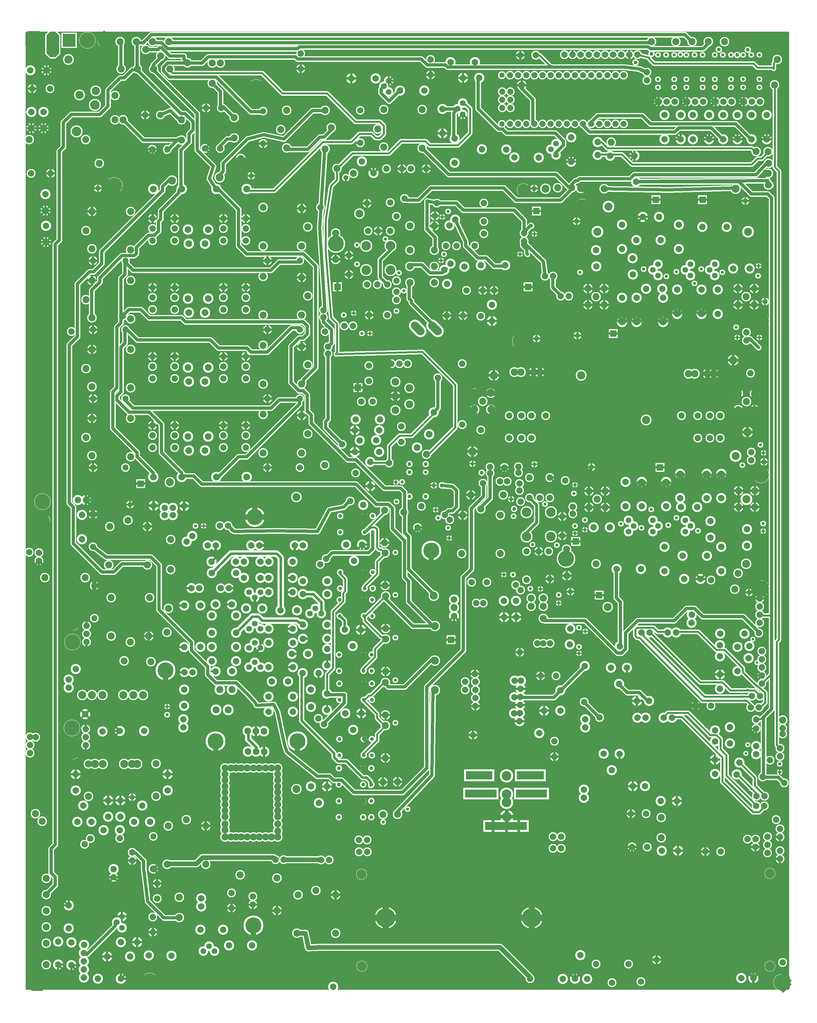
<source format=gbr>
%FSLAX34Y34*%
%MOMM*%
%LNCOPPER_TOP*%
G71*
G01*
%ADD10C,3.200*%
%ADD11C,3.000*%
%ADD12C,3.000*%
%ADD13C,2.800*%
%ADD14C,4.700*%
%ADD15C,1.800*%
%ADD16C,3.700*%
%ADD17C,7.800*%
%ADD18C,3.400*%
%ADD19C,3.100*%
%ADD20C,2.800*%
%ADD21C,2.800*%
%ADD22C,2.800*%
%ADD23C,5.200*%
%ADD24C,3.700*%
%ADD25C,2.600*%
%ADD26C,1.700*%
%ADD27C,1.800*%
%ADD28C,3.700*%
%ADD29C,5.800*%
%ADD30C,3.800*%
%ADD31C,3.000*%
%ADD32C,3.200*%
%ADD33C,1.400*%
%ADD34C,2.000*%
%ADD35C,1.800*%
%ADD36C,3.300*%
%ADD37C,2.900*%
%ADD38C,2.700*%
%ADD39C,4.200*%
%ADD40C,3.300*%
%ADD41C,6.200*%
%ADD42C,3.300*%
%ADD43C,3.400*%
%ADD44C,2.600*%
%ADD45C,2.000*%
%ADD46C,1.990*%
%ADD47C,1.600*%
%ADD48C,3.300*%
%ADD49C,3.000*%
%ADD50C,6.800*%
%ADD51C,3.800*%
%ADD52C,4.200*%
%ADD53C,4.700*%
%ADD54C,3.400*%
%ADD55C,3.000*%
%ADD56C,2.100*%
%ADD57C,2.700*%
%ADD58C,2.450*%
%ADD59C,2.000*%
%ADD60C,1.800*%
%ADD61C,1.400*%
%ADD62C,2.200*%
%ADD63C,1.600*%
%ADD64C,4.200*%
%ADD65C,3.400*%
%ADD66C,6.200*%
%ADD67C,2.400*%
%ADD68C,3.000*%
%ADD69C,0.733*%
%ADD70C,0.667*%
%ADD71C,3.345*%
%ADD72C,0.813*%
%ADD73C,6.067*%
%ADD74C,6.860*%
%ADD75C,1.403*%
%ADD76C,1.723*%
%ADD77C,1.380*%
%ADD78C,1.427*%
%ADD79C,1.033*%
%ADD80C,1.180*%
%ADD81C,1.220*%
%ADD82C,3.717*%
%ADD83C,0.680*%
%ADD84C,0.767*%
%ADD85C,1.264*%
%ADD86C,1.507*%
%ADD87C,1.687*%
%ADD88C,1.447*%
%ADD89C,2.100*%
%ADD90C,1.967*%
%ADD91C,2.973*%
%ADD92C,1.667*%
%ADD93C,0.700*%
%ADD94C,0.804*%
%ADD95C,0.672*%
%ADD96C,0.960*%
%ADD97C,0.616*%
%ADD98C,0.400*%
%ADD99C,0.333*%
%ADD100C,0.833*%
%ADD101C,1.017*%
%ADD102C,0.433*%
%ADD103C,0.600*%
%ADD104C,0.867*%
%ADD105C,1.527*%
%ADD106C,0.533*%
%ADD107C,2.000*%
%ADD108C,1.800*%
%ADD109C,2.200*%
%ADD110C,4.500*%
%ADD111C,1.000*%
%ADD112C,2.500*%
%ADD113C,7.000*%
%ADD114C,2.600*%
%ADD115C,2.300*%
%ADD116C,2.000*%
%ADD117C,2.000*%
%ADD118C,5.000*%
%ADD119C,2.500*%
%ADD120C,0.900*%
%ADD121C,1.000*%
%ADD122C,2.500*%
%ADD123C,5.000*%
%ADD124C,3.000*%
%ADD125C,2.200*%
%ADD126C,1.200*%
%ADD127C,1.000*%
%ADD128C,2.100*%
%ADD129C,1.900*%
%ADD130C,4.000*%
%ADD131C,5.000*%
%ADD132C,2.100*%
%ADD133C,2.200*%
%ADD134C,0.800*%
%ADD135C,1.500*%
%ADD136C,0.790*%
%ADD137C,2.500*%
%ADD138C,2.200*%
%ADD139C,6.000*%
%ADD140C,3.000*%
%ADD141C,4.000*%
%ADD142C,4.500*%
%ADD143C,2.600*%
%ADD144C,1.300*%
%ADD145C,1.900*%
%ADD146C,1.650*%
%ADD147C,1.200*%
%ADD148C,1.000*%
%ADD149C,0.600*%
%ADD150C,0.800*%
%ADD151C,3.200*%
%ADD152C,1.600*%
%ADD153C,2.600*%
%ADD154C,2.200*%
%LPD*%
G36*
X-1029494Y259556D02*
X1360506Y259556D01*
X1360506Y-2740444D01*
X-1029494Y-2740444D01*
X-1029494Y259556D01*
G37*
%LPC*%
X837351Y-421373D02*
G54D10*
D03*
X837401Y-345123D02*
G54D10*
D03*
X756357Y-424773D02*
G54D10*
D03*
X756470Y-475754D02*
G54D10*
D03*
X870657Y-450173D02*
G54D10*
D03*
X870769Y-501154D02*
G54D10*
D03*
X837367Y-649973D02*
G54D10*
D03*
X837417Y-573723D02*
G54D10*
D03*
X958088Y-393359D02*
G54D10*
D03*
X881838Y-393309D02*
G54D10*
D03*
X883047Y-573723D02*
G54D10*
D03*
X882997Y-649973D02*
G54D10*
D03*
X1015150Y-421374D02*
G54D10*
D03*
X1015200Y-345124D02*
G54D10*
D03*
X912482Y-545889D02*
G54D10*
D03*
X1010047Y-548323D02*
G54D10*
D03*
X1009997Y-624573D02*
G54D10*
D03*
X1086246Y-548323D02*
G54D10*
D03*
X1086196Y-624573D02*
G54D10*
D03*
X1137046Y-548323D02*
G54D10*
D03*
X1136996Y-624573D02*
G54D10*
D03*
X1236518Y-482278D02*
G54D10*
D03*
X1185538Y-482391D02*
G54D10*
D03*
X1165064Y-351555D02*
G54D10*
D03*
X1088814Y-351505D02*
G54D10*
D03*
X949722Y-468948D02*
G54D11*
D03*
X933822Y-486523D02*
G54D11*
D03*
X949756Y-504139D02*
G54D11*
D03*
X1051322Y-468948D02*
G54D11*
D03*
X1035422Y-486523D02*
G54D11*
D03*
X1051356Y-504139D02*
G54D11*
D03*
X1127522Y-468948D02*
G54D11*
D03*
X1111622Y-486523D02*
G54D11*
D03*
X1127556Y-504139D02*
G54D11*
D03*
X730622Y-545048D02*
G54D12*
D03*
X781422Y-545048D02*
G54D12*
D03*
X756022Y-570448D02*
G54D12*
D03*
X781422Y-595848D02*
G54D12*
D03*
X730622Y-595848D02*
G54D12*
D03*
X1200522Y-545048D02*
G54D12*
D03*
X1251322Y-545048D02*
G54D12*
D03*
X1225922Y-570448D02*
G54D12*
D03*
X1251322Y-595848D02*
G54D12*
D03*
X1200522Y-595848D02*
G54D12*
D03*
X902048Y-320739D02*
G54D10*
D03*
X953028Y-320626D02*
G54D10*
D03*
X837367Y-649973D02*
G54D13*
D03*
X712946Y-290354D02*
G54D14*
D03*
X963282Y-545889D02*
G54D10*
D03*
X965597Y-573723D02*
G54D10*
D03*
X965547Y-649973D02*
G54D10*
D03*
X794597Y-288573D02*
G54D10*
D03*
X705822Y-494348D02*
G54D15*
D03*
X882997Y-649973D02*
G54D13*
D03*
X965547Y-649973D02*
G54D13*
D03*
X1009997Y-624573D02*
G54D13*
D03*
X1086196Y-624573D02*
G54D13*
D03*
X1272778Y-291148D02*
G54D14*
D03*
X712946Y-649130D02*
G54D14*
D03*
X1272142Y-647542D02*
G54D14*
D03*
X762972Y-367348D02*
G54D15*
D03*
X759796Y-367347D02*
G54D16*
D03*
X1231521Y-367347D02*
G54D16*
D03*
X845572Y-956589D02*
G54D17*
D03*
X775722Y-816888D02*
G54D17*
D03*
X709047Y-816889D02*
G54D18*
D03*
X912247Y-956589D02*
G54D18*
D03*
X500172Y-806789D02*
G54D19*
D03*
X580172Y-806789D02*
G54D20*
D03*
X1045172Y-811789D02*
G54D20*
D03*
X1125172Y-811789D02*
G54D20*
D03*
X580172Y-806789D02*
G54D19*
D03*
X1045172Y-811789D02*
G54D19*
D03*
X1125172Y-811789D02*
G54D12*
D03*
X520172Y-806789D02*
G54D19*
D03*
X560172Y-806789D02*
G54D19*
D03*
X1065172Y-811788D02*
G54D19*
D03*
X1105172Y-811789D02*
G54D19*
D03*
X375747Y-923119D02*
G54D12*
D03*
X375747Y-872319D02*
G54D12*
D03*
X401147Y-897719D02*
G54D12*
D03*
X426547Y-872318D02*
G54D12*
D03*
X426547Y-923119D02*
G54D12*
D03*
X375747Y-924389D02*
G54D21*
D03*
X426547Y-924389D02*
G54D13*
D03*
X1201247Y-924389D02*
G54D12*
D03*
X1201247Y-873589D02*
G54D12*
D03*
X1226647Y-898989D02*
G54D12*
D03*
X1252047Y-873589D02*
G54D12*
D03*
X1252047Y-924389D02*
G54D12*
D03*
X1201247Y-924389D02*
G54D21*
D03*
X1252047Y-924389D02*
G54D13*
D03*
X1074704Y-1013026D02*
G54D22*
D03*
X1074704Y-943176D02*
G54D22*
D03*
X1144554Y-1013026D02*
G54D22*
D03*
X1144554Y-943176D02*
G54D22*
D03*
X1112804Y-943176D02*
G54D22*
D03*
X1112804Y-1013026D02*
G54D22*
D03*
X1144555Y-1013026D02*
G54D13*
D03*
X1144555Y-943176D02*
G54D13*
D03*
X484154Y-1013026D02*
G54D22*
D03*
X484154Y-943176D02*
G54D22*
D03*
X554004Y-1013026D02*
G54D22*
D03*
X554004Y-943176D02*
G54D22*
D03*
X522254Y-943176D02*
G54D22*
D03*
X522254Y-1013026D02*
G54D22*
D03*
X554005Y-1013026D02*
G54D13*
D03*
X554005Y-943176D02*
G54D13*
D03*
X1125172Y-811789D02*
G54D19*
D03*
X598455Y-943176D02*
G54D21*
D03*
X1023905Y-943176D02*
G54D21*
D03*
X1239447Y-810064D02*
G54D21*
D03*
X394897Y-987864D02*
G54D21*
D03*
X375747Y-873589D02*
G54D13*
D03*
X426547Y-873588D02*
G54D13*
D03*
X1201247Y-873589D02*
G54D13*
D03*
X1252047Y-873589D02*
G54D13*
D03*
X1252047Y-924389D02*
G54D13*
D03*
X712946Y-1126967D02*
G54D14*
D03*
X1272778Y-1127760D02*
G54D23*
D03*
X712946Y-1485742D02*
G54D23*
D03*
X1272142Y-1484154D02*
G54D14*
D03*
X1226521Y-1203960D02*
G54D24*
D03*
X35922Y-486888D02*
G54D25*
D03*
X112122Y-486888D02*
G54D25*
D03*
X112122Y-410688D02*
G54D25*
D03*
X35922Y-410688D02*
G54D25*
D03*
X112034Y-275665D02*
G54D22*
D03*
X112034Y-364565D02*
G54D22*
D03*
X73934Y-364565D02*
G54D22*
D03*
X42184Y-364565D02*
G54D22*
D03*
X102390Y-627455D02*
G54D22*
D03*
X38891Y-532205D02*
G54D22*
D03*
X70640Y-532205D02*
G54D22*
D03*
X102390Y-532205D02*
G54D22*
D03*
G54D26*
X112122Y-410688D02*
X112122Y-423388D01*
X80372Y-455138D01*
X80372Y-510186D01*
X102390Y-532205D01*
X130873Y-519916D02*
G54D22*
D03*
X38890Y-278205D02*
G54D22*
D03*
X156484Y-262965D02*
G54D22*
D03*
X318912Y-410654D02*
G54D22*
D03*
X376062Y-410654D02*
G54D22*
D03*
X404762Y-334454D02*
G54D22*
D03*
X404762Y-277304D02*
G54D22*
D03*
X343712Y-476278D02*
G54D10*
D03*
X289760Y-530160D02*
G54D10*
D03*
X343712Y-476278D02*
G54D13*
D03*
X471488Y-472226D02*
G54D10*
D03*
X395238Y-472176D02*
G54D10*
D03*
X471488Y-472226D02*
G54D13*
D03*
X350662Y-550354D02*
G54D22*
D03*
X401462Y-550354D02*
G54D22*
D03*
X401462Y-550354D02*
G54D22*
D03*
X430069Y-646460D02*
G54D10*
D03*
X429957Y-595480D02*
G54D10*
D03*
X430069Y-646460D02*
G54D10*
D03*
X404762Y-372554D02*
G54D22*
D03*
X436512Y-550354D02*
G54D22*
D03*
X285892Y-410654D02*
G54D22*
D03*
X296812Y-347154D02*
G54D22*
D03*
G54D27*
X314843Y-329123D02*
X347612Y-397954D01*
X347612Y-410654D01*
X385712Y-448754D01*
X411112Y-448754D01*
X436512Y-474154D01*
X474612Y-474154D01*
X471488Y-472226D01*
X173116Y-348650D02*
G54D12*
D03*
X249316Y-348650D02*
G54D12*
D03*
X173116Y-424850D02*
G54D12*
D03*
X173116Y-475650D02*
G54D12*
D03*
X173116Y-526450D02*
G54D12*
D03*
X249316Y-424850D02*
G54D12*
D03*
X249316Y-475650D02*
G54D12*
D03*
X249316Y-526450D02*
G54D12*
D03*
X249316Y-348650D02*
G54D22*
D03*
X395567Y-631453D02*
G54D22*
D03*
X339347Y-629208D02*
G54D22*
D03*
X339347Y-629208D02*
G54D22*
D03*
X288547Y-629208D02*
G54D22*
D03*
G54D27*
X257572Y-277654D02*
X226861Y-270540D01*
X226861Y-359440D01*
X252261Y-384840D01*
X252261Y-429290D01*
X249317Y-428024D01*
G54D28*
X260499Y-678698D02*
X242821Y-661020D01*
G54D28*
X206524Y-678698D02*
X188846Y-661020D01*
X-58340Y-404654D02*
G54D29*
D03*
X257572Y-277654D02*
G54D21*
D03*
X35922Y-410688D02*
G54D30*
D03*
X35922Y-486888D02*
G54D30*
D03*
X112122Y-486888D02*
G54D30*
D03*
X112122Y-410688D02*
G54D30*
D03*
G54D27*
X258010Y-669859D02*
X260032Y-671954D01*
X177482Y-589404D01*
X177482Y-583054D01*
X171132Y-576704D01*
X171132Y-525904D01*
X173117Y-526449D01*
X614400Y-1245090D02*
G54D25*
D03*
X538200Y-1245090D02*
G54D25*
D03*
X538200Y-1321290D02*
G54D25*
D03*
X614400Y-1321290D02*
G54D25*
D03*
X538288Y-1456313D02*
G54D22*
D03*
X538288Y-1367413D02*
G54D22*
D03*
X576388Y-1367413D02*
G54D22*
D03*
X608138Y-1367413D02*
G54D22*
D03*
X611432Y-1136273D02*
G54D22*
D03*
X547932Y-1136273D02*
G54D22*
D03*
X611431Y-1199773D02*
G54D22*
D03*
X579682Y-1199773D02*
G54D22*
D03*
X547932Y-1199773D02*
G54D22*
D03*
G54D26*
X538200Y-1321290D02*
X538200Y-1308590D01*
X569951Y-1276840D01*
X569951Y-1221792D01*
X547932Y-1199773D01*
X519449Y-1212062D02*
G54D22*
D03*
X611432Y-1453773D02*
G54D22*
D03*
X659450Y-1146349D02*
G54D21*
D03*
X614400Y-1321290D02*
G54D30*
D03*
X614400Y-1245090D02*
G54D30*
D03*
X538200Y-1245090D02*
G54D30*
D03*
X538200Y-1321290D02*
G54D30*
D03*
X335192Y-1374671D02*
G54D12*
D03*
X338366Y-1254021D02*
G54D12*
D03*
X455842Y-1374671D02*
G54D12*
D03*
X455842Y-1254021D02*
G54D12*
D03*
X395517Y-1234558D02*
G54D12*
D03*
X338366Y-1254021D02*
G54D31*
D03*
X364213Y-1190440D02*
G54D12*
D03*
X465813Y-1190440D02*
G54D12*
D03*
X553113Y-1514580D02*
G54D12*
D03*
X553113Y-1539980D02*
G54D12*
D03*
X591213Y-1539980D02*
G54D12*
D03*
X591213Y-1578080D02*
G54D12*
D03*
X505708Y-1522586D02*
G54D10*
D03*
X505821Y-1573566D02*
G54D10*
D03*
X505708Y-1522586D02*
G54D22*
D03*
X467608Y-1522586D02*
G54D10*
D03*
X467720Y-1573566D02*
G54D10*
D03*
X467608Y-1522586D02*
G54D22*
D03*
X591213Y-1514580D02*
G54D12*
D03*
X402180Y-1154630D02*
G54D22*
D03*
X364213Y-1190440D02*
G54D12*
D03*
X172171Y-856141D02*
G54D32*
D03*
X172171Y-906941D02*
G54D32*
D03*
X127721Y-881540D02*
G54D32*
D03*
X127721Y-925991D02*
G54D32*
D03*
X127721Y-837091D02*
G54D32*
D03*
X140421Y-779941D02*
G54D22*
D03*
X115021Y-779941D02*
G54D22*
D03*
X165821Y-779941D02*
G54D22*
D03*
X79336Y-954566D02*
G54D10*
D03*
X3086Y-954516D02*
G54D10*
D03*
X394Y-988826D02*
G54D10*
D03*
X76644Y-988876D02*
G54D10*
D03*
X16328Y-1020302D02*
G54D10*
D03*
X67308Y-1020190D02*
G54D10*
D03*
X45171Y-786203D02*
G54D22*
D03*
X45171Y-834003D02*
G54D22*
D03*
X48781Y-1087828D02*
G54D10*
D03*
X48731Y-1164077D02*
G54D10*
D03*
X108671Y-1138890D02*
G54D22*
D03*
X108671Y-1091091D02*
G54D22*
D03*
X21227Y-899047D02*
G54D22*
D03*
X56327Y-899046D02*
G54D22*
D03*
X146771Y-1024591D02*
G54D22*
D03*
X146771Y-976790D02*
G54D22*
D03*
X449Y-1056473D02*
G54D10*
D03*
X76699Y-1056523D02*
G54D10*
D03*
X247646Y-932896D02*
G54D10*
D03*
X108671Y-1138890D02*
G54D22*
D03*
G54D33*
X108671Y-1097441D02*
X109371Y-1096171D01*
X103021Y-1089821D01*
X45871Y-1089820D01*
X48781Y-1087828D01*
G36*
X24121Y-840871D02*
X24121Y-868871D01*
X-3879Y-868871D01*
X-3879Y-840871D01*
X24121Y-840871D01*
G37*
X222971Y-1094352D02*
G54D34*
D03*
X222971Y-1119752D02*
G54D35*
D03*
X172171Y-1094353D02*
G54D35*
D03*
X172171Y-1119753D02*
G54D34*
D03*
X222971Y-1195953D02*
G54D35*
D03*
X172171Y-1195953D02*
G54D35*
D03*
X225003Y-1063587D02*
G54D12*
D03*
G54D33*
X247646Y-932896D02*
X248371Y-935603D01*
X178521Y-1005453D01*
X140421Y-1005453D01*
X108671Y-1037203D01*
X108671Y-1088002D01*
X108671Y-1091091D01*
X209308Y-1226092D02*
G54D21*
D03*
X172171Y-1094353D02*
G54D34*
D03*
X222971Y-1195953D02*
G54D34*
D03*
X172171Y-1195953D02*
G54D34*
D03*
X-562820Y-1043040D02*
G54D22*
D03*
X-632670Y-1043040D02*
G54D22*
D03*
X-562820Y-973190D02*
G54D22*
D03*
X-632670Y-973190D02*
G54D22*
D03*
X-632670Y-1004940D02*
G54D22*
D03*
X-562820Y-1004940D02*
G54D22*
D03*
X-519412Y-1051811D02*
G54D36*
D03*
X-468430Y-1051699D02*
G54D36*
D03*
X-340570Y-1043040D02*
G54D22*
D03*
X-410420Y-1043040D02*
G54D22*
D03*
X-340570Y-973190D02*
G54D22*
D03*
X-410420Y-973190D02*
G54D22*
D03*
X-410420Y-1004940D02*
G54D22*
D03*
X-340570Y-1004940D02*
G54D22*
D03*
X-458347Y-1007713D02*
G54D10*
D03*
X-458460Y-956733D02*
G54D10*
D03*
X-521847Y-1007713D02*
G54D10*
D03*
X-521960Y-956733D02*
G54D10*
D03*
X-340570Y-973190D02*
G54D13*
D03*
X-410420Y-973190D02*
G54D13*
D03*
X-458460Y-956732D02*
G54D37*
D03*
X-521960Y-956732D02*
G54D13*
D03*
X-562820Y-973190D02*
G54D13*
D03*
X-632670Y-973190D02*
G54D13*
D03*
X-521847Y-1007713D02*
G54D36*
D03*
X-521960Y-956733D02*
G54D36*
D03*
X-458460Y-956733D02*
G54D36*
D03*
X-458347Y-1007713D02*
G54D36*
D03*
X-286357Y-938748D02*
G54D12*
D03*
X-165707Y-941922D02*
G54D12*
D03*
X-286357Y-1059398D02*
G54D12*
D03*
X-165707Y-1059398D02*
G54D12*
D03*
X-146894Y-999073D02*
G54D12*
D03*
X-272850Y-1105678D02*
G54D38*
D03*
X-171250Y-1105677D02*
G54D38*
D03*
X-165707Y-941922D02*
G54D12*
D03*
X-701352Y-1071486D02*
G54D12*
D03*
X-822002Y-1068312D02*
G54D12*
D03*
X-701352Y-950836D02*
G54D12*
D03*
X-822002Y-950836D02*
G54D12*
D03*
X-840814Y-1011161D02*
G54D12*
D03*
X-822001Y-1068312D02*
G54D12*
D03*
X-822002Y-950836D02*
G54D12*
D03*
X-818950Y-1105678D02*
G54D38*
D03*
X-717350Y-1105677D02*
G54D38*
D03*
X-272850Y-1105678D02*
G54D22*
D03*
X-818950Y-1105678D02*
G54D22*
D03*
X-562820Y-827140D02*
G54D22*
D03*
X-632670Y-827140D02*
G54D22*
D03*
X-562820Y-757290D02*
G54D22*
D03*
X-632670Y-757290D02*
G54D22*
D03*
X-632670Y-789040D02*
G54D22*
D03*
X-562820Y-789040D02*
G54D22*
D03*
X-519412Y-835911D02*
G54D36*
D03*
X-468430Y-835799D02*
G54D36*
D03*
X-340570Y-827140D02*
G54D22*
D03*
X-410420Y-827140D02*
G54D22*
D03*
X-340570Y-757290D02*
G54D22*
D03*
X-410420Y-757290D02*
G54D22*
D03*
X-410420Y-789040D02*
G54D22*
D03*
X-340570Y-789040D02*
G54D22*
D03*
X-458347Y-791813D02*
G54D10*
D03*
X-458460Y-740832D02*
G54D10*
D03*
X-521847Y-791813D02*
G54D10*
D03*
X-521960Y-740833D02*
G54D10*
D03*
X-340570Y-757290D02*
G54D13*
D03*
X-410420Y-757290D02*
G54D13*
D03*
X-458460Y-740832D02*
G54D37*
D03*
X-521960Y-740832D02*
G54D13*
D03*
X-562820Y-757290D02*
G54D13*
D03*
X-632670Y-757290D02*
G54D13*
D03*
X-521847Y-791813D02*
G54D36*
D03*
X-521960Y-740833D02*
G54D36*
D03*
X-458460Y-740832D02*
G54D36*
D03*
X-458347Y-791813D02*
G54D36*
D03*
X-286357Y-722848D02*
G54D12*
D03*
X-165707Y-726022D02*
G54D12*
D03*
X-286357Y-843498D02*
G54D12*
D03*
X-165707Y-843498D02*
G54D12*
D03*
X-146894Y-783173D02*
G54D12*
D03*
X-272850Y-889778D02*
G54D38*
D03*
X-171250Y-889777D02*
G54D38*
D03*
X-165707Y-726022D02*
G54D12*
D03*
X-701352Y-855586D02*
G54D12*
D03*
X-822002Y-852412D02*
G54D12*
D03*
X-701352Y-734936D02*
G54D12*
D03*
X-822002Y-734936D02*
G54D12*
D03*
X-840814Y-795261D02*
G54D12*
D03*
X-822001Y-852413D02*
G54D12*
D03*
X-822002Y-734936D02*
G54D12*
D03*
X-818950Y-889778D02*
G54D38*
D03*
X-717350Y-889777D02*
G54D38*
D03*
X-272850Y-889778D02*
G54D22*
D03*
X-818950Y-889778D02*
G54D22*
D03*
X-562820Y-611240D02*
G54D22*
D03*
X-632670Y-611240D02*
G54D22*
D03*
X-562820Y-541390D02*
G54D22*
D03*
X-632670Y-541390D02*
G54D22*
D03*
X-632670Y-573140D02*
G54D22*
D03*
X-562820Y-573140D02*
G54D22*
D03*
X-519412Y-620011D02*
G54D36*
D03*
X-468430Y-619899D02*
G54D36*
D03*
X-340570Y-611240D02*
G54D22*
D03*
X-410420Y-611240D02*
G54D22*
D03*
X-340570Y-541390D02*
G54D22*
D03*
X-410420Y-541390D02*
G54D22*
D03*
X-410420Y-573140D02*
G54D22*
D03*
X-340570Y-573140D02*
G54D22*
D03*
X-458347Y-575913D02*
G54D10*
D03*
X-458460Y-524932D02*
G54D10*
D03*
X-521847Y-575913D02*
G54D10*
D03*
X-521960Y-524932D02*
G54D10*
D03*
X-340570Y-541390D02*
G54D13*
D03*
X-410420Y-541390D02*
G54D13*
D03*
X-458460Y-524932D02*
G54D37*
D03*
X-521960Y-524932D02*
G54D13*
D03*
X-562820Y-541390D02*
G54D13*
D03*
X-632670Y-541390D02*
G54D13*
D03*
X-521847Y-575913D02*
G54D36*
D03*
X-521960Y-524932D02*
G54D36*
D03*
X-458460Y-524932D02*
G54D36*
D03*
X-458347Y-575913D02*
G54D36*
D03*
X-286357Y-506948D02*
G54D12*
D03*
X-165707Y-510122D02*
G54D12*
D03*
X-286357Y-627598D02*
G54D12*
D03*
X-165707Y-627598D02*
G54D12*
D03*
X-146894Y-567273D02*
G54D12*
D03*
X-272850Y-673878D02*
G54D38*
D03*
X-171250Y-673878D02*
G54D38*
D03*
X-165707Y-510122D02*
G54D12*
D03*
X-701352Y-639686D02*
G54D12*
D03*
X-822002Y-636512D02*
G54D12*
D03*
X-701352Y-519036D02*
G54D12*
D03*
X-822002Y-519036D02*
G54D12*
D03*
X-840814Y-579361D02*
G54D12*
D03*
X-822001Y-636512D02*
G54D12*
D03*
X-822002Y-519036D02*
G54D12*
D03*
X-818950Y-673878D02*
G54D38*
D03*
X-717350Y-673878D02*
G54D38*
D03*
X-272850Y-673878D02*
G54D22*
D03*
X-818950Y-673878D02*
G54D22*
D03*
X-562820Y-395340D02*
G54D22*
D03*
X-632670Y-395340D02*
G54D22*
D03*
X-562820Y-325490D02*
G54D22*
D03*
X-632670Y-325490D02*
G54D22*
D03*
X-632670Y-357240D02*
G54D22*
D03*
X-562820Y-357240D02*
G54D22*
D03*
X-519412Y-404111D02*
G54D36*
D03*
X-468430Y-403999D02*
G54D36*
D03*
X-340570Y-395340D02*
G54D22*
D03*
X-410420Y-395340D02*
G54D22*
D03*
X-340570Y-325490D02*
G54D22*
D03*
X-410420Y-325490D02*
G54D22*
D03*
X-410420Y-357240D02*
G54D22*
D03*
X-340570Y-357240D02*
G54D22*
D03*
X-458347Y-360013D02*
G54D10*
D03*
X-458460Y-309032D02*
G54D10*
D03*
X-521847Y-360013D02*
G54D10*
D03*
X-521960Y-309033D02*
G54D10*
D03*
X-340570Y-325490D02*
G54D13*
D03*
X-410420Y-325490D02*
G54D13*
D03*
X-458460Y-309032D02*
G54D37*
D03*
X-521960Y-309032D02*
G54D13*
D03*
X-562820Y-325490D02*
G54D13*
D03*
X-632670Y-325490D02*
G54D13*
D03*
X-521847Y-360013D02*
G54D36*
D03*
X-521960Y-309033D02*
G54D36*
D03*
X-458460Y-309033D02*
G54D36*
D03*
X-458347Y-360013D02*
G54D36*
D03*
X-286357Y-291048D02*
G54D12*
D03*
X-165707Y-294222D02*
G54D12*
D03*
X-286357Y-411698D02*
G54D12*
D03*
X-165707Y-411698D02*
G54D12*
D03*
X-146894Y-351373D02*
G54D12*
D03*
X-272850Y-457978D02*
G54D38*
D03*
X-171250Y-457978D02*
G54D38*
D03*
X-165707Y-294222D02*
G54D12*
D03*
X-701352Y-423786D02*
G54D12*
D03*
X-822002Y-420612D02*
G54D12*
D03*
X-701352Y-303136D02*
G54D12*
D03*
X-822002Y-303136D02*
G54D12*
D03*
X-840814Y-363461D02*
G54D12*
D03*
X-822001Y-420612D02*
G54D12*
D03*
X-822002Y-303136D02*
G54D12*
D03*
X-818950Y-457978D02*
G54D38*
D03*
X-717350Y-457978D02*
G54D38*
D03*
X-272850Y-457978D02*
G54D22*
D03*
X-818950Y-457978D02*
G54D22*
D03*
X-337696Y-1134713D02*
G54D36*
D03*
X-337696Y-1134713D02*
G54D36*
D03*
X-432946Y-1134713D02*
G54D36*
D03*
X-432946Y-1134713D02*
G54D36*
D03*
X-540896Y-1134713D02*
G54D36*
D03*
X-540896Y-1134713D02*
G54D36*
D03*
X-629796Y-1134713D02*
G54D36*
D03*
X-629796Y-1134713D02*
G54D36*
D03*
G54D27*
X-432946Y-1134712D02*
X-426597Y-1134714D01*
X-363097Y-1071214D01*
X-337697Y-1071214D01*
X-172597Y-906114D01*
X-172597Y-893414D01*
X-171250Y-889778D01*
G54D27*
X-717350Y-889778D02*
X-718697Y-893414D01*
X-693297Y-918814D01*
X-261497Y-918814D01*
X-236097Y-893414D01*
X-172597Y-893414D01*
X-171250Y-889778D01*
G54D27*
X-540896Y-1134712D02*
X-540897Y-1134714D01*
X-540897Y-1122014D01*
X-604397Y-1058514D01*
X-604397Y-969614D01*
X-642497Y-931514D01*
X-705997Y-931514D01*
X-744097Y-893414D01*
X-744097Y-880714D01*
X-731397Y-868014D01*
X-731397Y-728314D01*
X-718697Y-715614D01*
X-718697Y-677514D01*
X-717350Y-673878D01*
G54D27*
X-629796Y-1134712D02*
X-629797Y-1134714D01*
X-629797Y-1122014D01*
X-680597Y-1071214D01*
X-680597Y-1058514D01*
X-756797Y-982314D01*
X-756797Y-868014D01*
X-744097Y-855314D01*
X-744098Y-664814D01*
X-731397Y-652114D01*
X-731397Y-512414D01*
X-718697Y-499714D01*
X-718697Y-461614D01*
X-717350Y-457978D01*
G54D27*
X-717350Y-457978D02*
X-718697Y-461614D01*
X-693297Y-487014D01*
X-261497Y-487014D01*
X-236097Y-461614D01*
X-172597Y-461614D01*
X-171250Y-457978D01*
X-337696Y-233013D02*
G54D36*
D03*
X-337696Y-233013D02*
G54D36*
D03*
X-432946Y-233013D02*
G54D36*
D03*
X-432946Y-233013D02*
G54D36*
D03*
X-540896Y-233013D02*
G54D36*
D03*
X-540896Y-233013D02*
G54D36*
D03*
X-629796Y-233013D02*
G54D36*
D03*
X-629796Y-233013D02*
G54D36*
D03*
G54D27*
X-432946Y-233012D02*
X-426597Y-233014D01*
X-363097Y-296514D01*
X-363097Y-410814D01*
X-337697Y-436214D01*
X-159897Y-436214D01*
X-121797Y-474314D01*
X-121797Y-791814D01*
X-159897Y-829914D01*
X-159897Y-842614D01*
X-165707Y-843498D01*
X-886432Y-679543D02*
G54D21*
D03*
X-92682Y-679543D02*
G54D21*
D03*
X519271Y-709455D02*
G54D23*
D03*
X528795Y-236380D02*
G54D39*
D03*
X-20480Y-709455D02*
G54D23*
D03*
X-33180Y-239554D02*
G54D23*
D03*
X-641533Y-1512229D02*
G54D12*
D03*
X-644707Y-1632879D02*
G54D12*
D03*
X-762182Y-1512229D02*
G54D12*
D03*
X-762182Y-1632879D02*
G54D12*
D03*
X-701858Y-1651692D02*
G54D12*
D03*
X-769732Y-1410360D02*
G54D12*
D03*
X-766558Y-1289710D02*
G54D12*
D03*
X-649082Y-1410360D02*
G54D12*
D03*
X-649083Y-1289710D02*
G54D12*
D03*
X-709408Y-1270422D02*
G54D12*
D03*
X-814812Y-1474936D02*
G54D38*
D03*
X-814812Y-1576536D02*
G54D38*
D03*
X-814812Y-1474936D02*
G54D22*
D03*
X-818610Y-1251740D02*
G54D38*
D03*
X-818610Y-1353341D02*
G54D38*
D03*
X-818610Y-1251740D02*
G54D22*
D03*
X-818610Y-1251740D02*
G54D12*
D03*
X-644707Y-1632879D02*
G54D12*
D03*
X-649083Y-1289710D02*
G54D12*
D03*
X-766558Y-1289710D02*
G54D12*
D03*
X-649083Y-1289710D02*
G54D12*
D03*
X-670322Y-1203960D02*
G54D14*
D03*
X282178Y-1203960D02*
G54D14*
D03*
X-670322Y-2102485D02*
G54D14*
D03*
X282178Y-2105660D02*
G54D23*
D03*
X366233Y-1464280D02*
G54D22*
D03*
X414033Y-1464280D02*
G54D22*
D03*
X366233Y-1464279D02*
G54D22*
D03*
X1274829Y-1679870D02*
G54D21*
D03*
X1274830Y-1705270D02*
G54D21*
D03*
X1257366Y-1894182D02*
G54D21*
D03*
X1257367Y-1922758D02*
G54D21*
D03*
X1243645Y-1821120D02*
G54D21*
D03*
X1269045Y-1821120D02*
G54D21*
D03*
X248211Y-1506461D02*
G54D40*
D03*
X251386Y-1601711D02*
G54D40*
D03*
X251386Y-1709661D02*
G54D40*
D03*
X251386Y-1801736D02*
G54D40*
D03*
X-179183Y-1962199D02*
G54D41*
D03*
X-434884Y-1962299D02*
G54D41*
D03*
X-334158Y-1930374D02*
G54D42*
D03*
X-308784Y-1930499D02*
G54D42*
D03*
X-283340Y-1930474D02*
G54D42*
D03*
X-86078Y-1864115D02*
G54D10*
D03*
X-86253Y-1813123D02*
G54D10*
D03*
X-384008Y-1800249D02*
G54D43*
D03*
X-433408Y-1864349D02*
G54D43*
D03*
X-395408Y-1864349D02*
G54D43*
D03*
X-422108Y-1800249D02*
G54D43*
D03*
X-533284Y-1851099D02*
G54D10*
D03*
X-533408Y-1800182D02*
G54D10*
D03*
X-269758Y-1822524D02*
G54D10*
D03*
X-193508Y-1822574D02*
G54D10*
D03*
X-535858Y-1919224D02*
G54D10*
D03*
X-535858Y-1893724D02*
G54D10*
D03*
X-269758Y-1870149D02*
G54D10*
D03*
X-193509Y-1870199D02*
G54D10*
D03*
X-295158Y-1451049D02*
G54D10*
D03*
X-346075Y-1451174D02*
G54D10*
D03*
X-330084Y-1495499D02*
G54D11*
D03*
X-312508Y-1511399D02*
G54D11*
D03*
X-294892Y-1495464D02*
G54D11*
D03*
X-323734Y-1349449D02*
G54D10*
D03*
X-298308Y-1349399D02*
G54D10*
D03*
X-269758Y-1495499D02*
G54D10*
D03*
X-193584Y-1495499D02*
G54D10*
D03*
X-447558Y-1435174D02*
G54D10*
D03*
X-371308Y-1435224D02*
G54D10*
D03*
X-288808Y-1546299D02*
G54D10*
D03*
X-339725Y-1546424D02*
G54D10*
D03*
X-295158Y-1609799D02*
G54D11*
D03*
X-312758Y-1593899D02*
G54D11*
D03*
X-330350Y-1609834D02*
G54D11*
D03*
X-294784Y-1670199D02*
G54D44*
D03*
X-312758Y-1654224D02*
G54D11*
D03*
X-330350Y-1670159D02*
G54D11*
D03*
X-269758Y-1609799D02*
G54D10*
D03*
X-193584Y-1609799D02*
G54D10*
D03*
X-295159Y-1730499D02*
G54D11*
D03*
X-312758Y-1714549D02*
G54D11*
D03*
X-330350Y-1730484D02*
G54D11*
D03*
X-447558Y-1666949D02*
G54D10*
D03*
X-371308Y-1666999D02*
G54D10*
D03*
X-447350Y-1711128D02*
G54D10*
D03*
X-371100Y-1711178D02*
G54D10*
D03*
X-269758Y-1730449D02*
G54D10*
D03*
X-193484Y-1730499D02*
G54D10*
D03*
X-208438Y-1775239D02*
G54D10*
D03*
X-259354Y-1775364D02*
G54D10*
D03*
X-269758Y-1654249D02*
G54D10*
D03*
X-193508Y-1654299D02*
G54D10*
D03*
X-112483Y-1749099D02*
G54D32*
D03*
X-137467Y-1800031D02*
G54D32*
D03*
X-162366Y-1748984D02*
G54D32*
D03*
X-104658Y-1562174D02*
G54D11*
D03*
X-122459Y-1546374D02*
G54D11*
D03*
X-139849Y-1562209D02*
G54D11*
D03*
X-460258Y-1349449D02*
G54D10*
D03*
X-434684Y-1349499D02*
G54D10*
D03*
X-161808Y-1460574D02*
G54D10*
D03*
X-85558Y-1460624D02*
G54D10*
D03*
X-161808Y-1501849D02*
G54D10*
D03*
X-85558Y-1501899D02*
G54D10*
D03*
X-180858Y-1552649D02*
G54D10*
D03*
X-231775Y-1552774D02*
G54D10*
D03*
G54D45*
X-104658Y-1562174D02*
X-104658Y-1527249D01*
X-130058Y-1501849D01*
X-161808Y-1501849D01*
X-161808Y-1597099D02*
G54D10*
D03*
X-85558Y-1597149D02*
G54D10*
D03*
X-85658Y-1724124D02*
G54D10*
D03*
X-85771Y-1673144D02*
G54D10*
D03*
X-85609Y-1641549D02*
G54D10*
D03*
X-161884Y-1641499D02*
G54D10*
D03*
X-511008Y-1482774D02*
G54D10*
D03*
X-486146Y-1483086D02*
G54D11*
D03*
X-482484Y-1666949D02*
G54D10*
D03*
X-533458Y-1667099D02*
G54D10*
D03*
X-447558Y-1622499D02*
G54D10*
D03*
X-371308Y-1622549D02*
G54D10*
D03*
G54D45*
X-161808Y-1590749D02*
X-174508Y-1590749D01*
X-180858Y-1584399D01*
X-288808Y-1584399D01*
X-301508Y-1571699D01*
X-320558Y-1571699D01*
X-333258Y-1584399D01*
X-371358Y-1622499D01*
X-384058Y-1743149D02*
G54D10*
D03*
X-435034Y-1743299D02*
G54D10*
D03*
X-507458Y-1746299D02*
G54D11*
D03*
X-532758Y-1745999D02*
G54D11*
D03*
X-482484Y-1536774D02*
G54D10*
D03*
X-533458Y-1536874D02*
G54D10*
D03*
X-161808Y-1349449D02*
G54D10*
D03*
X-187284Y-1349449D02*
G54D10*
D03*
X-447558Y-1568524D02*
G54D10*
D03*
X-371308Y-1568574D02*
G54D10*
D03*
X-384084Y-1533574D02*
G54D10*
D03*
X-434984Y-1533774D02*
G54D10*
D03*
X-418984Y-1482799D02*
G54D11*
D03*
X-394084Y-1483099D02*
G54D11*
D03*
X-269758Y-1451049D02*
G54D10*
D03*
X-193584Y-1451049D02*
G54D10*
D03*
X-269758Y-1400249D02*
G54D10*
D03*
X-193584Y-1400199D02*
G54D10*
D03*
X-447584Y-1400199D02*
G54D10*
D03*
X-371383Y-1400199D02*
G54D10*
D03*
X-295158Y-1400249D02*
G54D10*
D03*
X-346075Y-1400374D02*
G54D10*
D03*
G54D45*
X-231658Y-1552649D02*
X-231658Y-1387549D01*
X-244358Y-1374849D01*
X-387234Y-1374849D01*
X-447558Y-1435174D01*
X-196458Y-1688864D02*
G54D10*
D03*
X-145478Y-1688752D02*
G54D10*
D03*
X-136359Y-1854324D02*
G54D10*
D03*
X-283284Y-1994799D02*
G54D42*
D03*
X-308584Y-1994599D02*
G54D42*
D03*
X-334071Y-1994668D02*
G54D42*
D03*
G54D46*
X-333258Y-1930474D02*
X-333258Y-1955874D01*
X-307858Y-1981274D01*
X-307858Y-1993974D01*
X53966Y-2006110D02*
G54D35*
D03*
X28566Y-2006110D02*
G54D35*
D03*
X53966Y-1955310D02*
G54D35*
D03*
X28566Y-1955310D02*
G54D35*
D03*
X-47634Y-2006110D02*
G54D34*
D03*
X-47634Y-1955310D02*
G54D35*
D03*
X96575Y-2014994D02*
G54D12*
D03*
X96575Y-1913394D02*
G54D12*
D03*
X134768Y-2089103D02*
G54D12*
D03*
X53966Y-1832676D02*
G54D35*
D03*
X28566Y-1832675D02*
G54D35*
D03*
X53966Y-1781876D02*
G54D35*
D03*
X28566Y-1781876D02*
G54D35*
D03*
X-47634Y-1832676D02*
G54D35*
D03*
X-47634Y-1781876D02*
G54D35*
D03*
X20866Y-1875305D02*
G54D32*
D03*
X-4117Y-1926238D02*
G54D32*
D03*
X-29016Y-1875191D02*
G54D32*
D03*
X56348Y-1483425D02*
G54D35*
D03*
X30948Y-1483426D02*
G54D35*
D03*
X56348Y-1432626D02*
G54D35*
D03*
X30948Y-1432626D02*
G54D35*
D03*
X-45252Y-1483426D02*
G54D35*
D03*
X-45252Y-1432626D02*
G54D35*
D03*
X56348Y-1308007D02*
G54D35*
D03*
X30948Y-1308007D02*
G54D35*
D03*
X56348Y-1257206D02*
G54D35*
D03*
X30948Y-1257207D02*
G54D35*
D03*
X-45252Y-1308006D02*
G54D35*
D03*
X-45252Y-1257207D02*
G54D35*
D03*
X23248Y-1346668D02*
G54D32*
D03*
X-1736Y-1397600D02*
G54D32*
D03*
X-26635Y-1346554D02*
G54D32*
D03*
X19279Y-1612971D02*
G54D32*
D03*
X-5704Y-1663903D02*
G54D32*
D03*
X-30604Y-1612856D02*
G54D32*
D03*
X54760Y-1569944D02*
G54D35*
D03*
X29360Y-1569944D02*
G54D35*
D03*
X54760Y-1519144D02*
G54D35*
D03*
X29360Y-1519144D02*
G54D35*
D03*
X-46840Y-1569944D02*
G54D35*
D03*
X-46840Y-1519144D02*
G54D35*
D03*
X53173Y-1742188D02*
G54D35*
D03*
X27773Y-1742188D02*
G54D35*
D03*
X53173Y-1691388D02*
G54D35*
D03*
X27773Y-1691388D02*
G54D35*
D03*
X-48427Y-1742188D02*
G54D35*
D03*
X-48427Y-1691388D02*
G54D35*
D03*
G54D47*
X-46840Y-1569944D02*
X-44334Y-1571699D01*
X-31634Y-1584399D01*
X-31634Y-1609799D01*
X-30604Y-1612857D01*
X96575Y-1879659D02*
G54D12*
D03*
X96575Y-1778059D02*
G54D12*
D03*
X96972Y-1743531D02*
G54D12*
D03*
X96972Y-1641931D02*
G54D12*
D03*
X96972Y-1608990D02*
G54D12*
D03*
X96972Y-1507390D02*
G54D12*
D03*
X95782Y-1474450D02*
G54D12*
D03*
X95782Y-1372850D02*
G54D12*
D03*
X94194Y-1341100D02*
G54D12*
D03*
X94194Y-1239500D02*
G54D12*
D03*
G54D33*
X96576Y-1913393D02*
X95366Y-1914599D01*
X69966Y-1939999D01*
X69966Y-1959049D01*
X25516Y-2003499D01*
X28566Y-2006110D01*
G54D33*
X96576Y-1778059D02*
X95366Y-1774899D01*
X50916Y-1819349D01*
X44566Y-1819349D01*
X31866Y-1832049D01*
X25516Y-1832049D01*
X28566Y-1832675D01*
G54D33*
X96972Y-1641931D02*
X95366Y-1641549D01*
X63616Y-1673299D01*
X63616Y-1698699D01*
X25516Y-1736799D01*
X25516Y-1743149D01*
X27772Y-1742188D01*
G54D33*
X96972Y-1507390D02*
X95366Y-1508199D01*
X31867Y-1571699D01*
X29360Y-1569944D01*
G54D33*
X95782Y-1372850D02*
X95366Y-1374849D01*
X69966Y-1400249D01*
X69966Y-1438349D01*
X31866Y-1476449D01*
X31866Y-1482799D01*
X30948Y-1483425D01*
G54D33*
X94195Y-1239500D02*
X95367Y-1241499D01*
X31866Y-1304999D01*
X30948Y-1308007D01*
G54D33*
X28566Y-1832675D02*
X25516Y-1832049D01*
X69967Y-1876499D01*
X69966Y-1889199D01*
X95366Y-1914599D01*
X96576Y-1913393D01*
G54D33*
X96972Y-1641931D02*
X95366Y-1641549D01*
X89016Y-1635199D01*
X82666Y-1635199D01*
X31867Y-1584399D01*
X31867Y-1571699D01*
X29360Y-1569944D01*
G54D33*
X95782Y-1372850D02*
X95366Y-1374849D01*
X82666Y-1362149D01*
X76316Y-1362149D01*
X69966Y-1355799D01*
X69966Y-1298649D01*
X63616Y-1292299D01*
X50916Y-1292299D01*
X38216Y-1304999D01*
X31866Y-1304999D01*
X30948Y-1308007D01*
X-47634Y-1955310D02*
G54D34*
D03*
X28566Y-2006110D02*
G54D34*
D03*
X53966Y-2006110D02*
G54D34*
D03*
X28566Y-1955310D02*
G54D34*
D03*
X53966Y-1955310D02*
G54D34*
D03*
X-47634Y-1832676D02*
G54D34*
D03*
X-47634Y-1781876D02*
G54D34*
D03*
X28566Y-1832675D02*
G54D34*
D03*
X53966Y-1832676D02*
G54D34*
D03*
X53966Y-1781876D02*
G54D34*
D03*
X28567Y-1781876D02*
G54D34*
D03*
X27773Y-1742188D02*
G54D34*
D03*
X53173Y-1742188D02*
G54D34*
D03*
X53173Y-1691388D02*
G54D34*
D03*
X27773Y-1691388D02*
G54D34*
D03*
X-48427Y-1742188D02*
G54D34*
D03*
X-48427Y-1691388D02*
G54D34*
D03*
X-46840Y-1569944D02*
G54D34*
D03*
X29360Y-1569944D02*
G54D34*
D03*
X-46840Y-1519144D02*
G54D34*
D03*
X29360Y-1519144D02*
G54D34*
D03*
X54760Y-1519144D02*
G54D34*
D03*
X54760Y-1569944D02*
G54D34*
D03*
X-45252Y-1483426D02*
G54D34*
D03*
X-45252Y-1432626D02*
G54D34*
D03*
X30948Y-1483426D02*
G54D34*
D03*
X56348Y-1483425D02*
G54D34*
D03*
X56348Y-1432626D02*
G54D34*
D03*
X30948Y-1432625D02*
G54D34*
D03*
X-45252Y-1308006D02*
G54D34*
D03*
X-45252Y-1257207D02*
G54D34*
D03*
X30948Y-1308007D02*
G54D34*
D03*
X56348Y-1308007D02*
G54D34*
D03*
X56348Y-1257206D02*
G54D34*
D03*
X30948Y-1257207D02*
G54D34*
D03*
X19279Y-1612971D02*
G54D32*
D03*
X23248Y-1346668D02*
G54D32*
D03*
X51982Y-2199783D02*
G54D35*
D03*
X26582Y-2199783D02*
G54D35*
D03*
X51982Y-2148983D02*
G54D35*
D03*
X26582Y-2148983D02*
G54D35*
D03*
X-49618Y-2199783D02*
G54D34*
D03*
X-49618Y-2148983D02*
G54D35*
D03*
X-49618Y-2148983D02*
G54D34*
D03*
X26582Y-2199783D02*
G54D34*
D03*
X51982Y-2199783D02*
G54D34*
D03*
X26582Y-2148983D02*
G54D34*
D03*
X51982Y-2148983D02*
G54D34*
D03*
X-86687Y-2103905D02*
G54D32*
D03*
X-111670Y-2154838D02*
G54D32*
D03*
X-136569Y-2103791D02*
G54D32*
D03*
X88730Y-2090294D02*
G54D12*
D03*
X88730Y-2191893D02*
G54D12*
D03*
X134768Y-2089103D02*
G54D12*
D03*
X134768Y-2190703D02*
G54D12*
D03*
X52776Y-2097389D02*
G54D35*
D03*
X27376Y-2097389D02*
G54D35*
D03*
X52776Y-2046589D02*
G54D35*
D03*
X27376Y-2046589D02*
G54D35*
D03*
X-48824Y-2097390D02*
G54D34*
D03*
X-48825Y-2046589D02*
G54D35*
D03*
X-48825Y-2046589D02*
G54D34*
D03*
X27376Y-2097389D02*
G54D34*
D03*
X52776Y-2097389D02*
G54D34*
D03*
X27375Y-2046589D02*
G54D34*
D03*
X52776Y-2046589D02*
G54D34*
D03*
G54D47*
X52776Y-2097390D02*
X50123Y-2101130D01*
X50123Y-2088430D01*
X37423Y-2075730D01*
X24723Y-2075730D01*
X-26077Y-2024930D01*
X-51477Y-2024930D01*
X-64177Y-2012230D01*
X-64177Y-1999530D01*
X-165777Y-1897930D01*
X-165777Y-1745530D01*
X-162366Y-1748984D01*
X-181724Y-1197467D02*
G54D48*
D03*
X-181724Y-2111867D02*
G54D40*
D03*
X-240739Y-2160511D02*
G54D49*
D03*
X-240739Y-2141461D02*
G54D49*
D03*
X-240739Y-2122411D02*
G54D49*
D03*
X-240739Y-2103361D02*
G54D49*
D03*
X-240739Y-2084311D02*
G54D49*
D03*
X-240739Y-2065261D02*
G54D49*
D03*
X-240739Y-2046211D02*
G54D49*
D03*
X-240739Y-2179561D02*
G54D49*
D03*
X-240739Y-2198611D02*
G54D49*
D03*
X-240739Y-2220836D02*
G54D49*
D03*
X-575424Y-1330817D02*
G54D12*
D03*
G54D27*
X251386Y-1601711D02*
X245036Y-1601711D01*
X168836Y-1525511D01*
X168836Y-1462011D01*
X156136Y-1449311D01*
X156136Y-1335011D01*
X118036Y-1296911D01*
X118036Y-1233411D01*
X105336Y-1220711D01*
X67236Y-1220711D01*
X3736Y-1157211D01*
X-478864Y-1157211D01*
X-504264Y-1131811D01*
X-542364Y-1131811D01*
X-540896Y-1134713D01*
G54D27*
X248211Y-1506461D02*
X245036Y-1500111D01*
X168836Y-1423911D01*
X168836Y-1322311D01*
X156136Y-1309611D01*
X156136Y-1182611D01*
X143436Y-1169911D01*
X92636Y-1169911D01*
X3736Y-1081011D01*
X-21664Y-1081011D01*
X-135964Y-966711D01*
X-135964Y-941311D01*
X-148664Y-928611D01*
X-148664Y-877811D01*
X-161364Y-865111D01*
X-174064Y-865111D01*
X-199464Y-839711D01*
X-199464Y-725411D01*
X-174064Y-700011D01*
X-161364Y-700011D01*
X-148664Y-687311D01*
X-148664Y-661911D01*
X-161364Y-649211D01*
X-529664Y-649211D01*
X-542364Y-636511D01*
X-643964Y-636511D01*
X-669364Y-611111D01*
X-707464Y-611111D01*
X-726514Y-630161D01*
X154192Y-1245260D02*
G54D12*
D03*
G54D27*
X96972Y-1507390D02*
X92636Y-1512811D01*
X181536Y-1601711D01*
X245036Y-1601711D01*
X251386Y-1601711D01*
G54D27*
X96575Y-1778059D02*
X92636Y-1779511D01*
X105336Y-1792211D01*
X156136Y-1792211D01*
X245036Y-1703311D01*
X251386Y-1709661D01*
G54D27*
X134768Y-2190703D02*
X130736Y-2185911D01*
X241861Y-2068436D01*
X245036Y-1804911D01*
X251386Y-1801736D01*
X45240Y-627455D02*
G54D22*
D03*
X675220Y-1609509D02*
G54D10*
D03*
X1268480Y-1540170D02*
G54D21*
D03*
X1268480Y-1565570D02*
G54D21*
D03*
X1268480Y-1590970D02*
G54D21*
D03*
X597324Y-232039D02*
G54D40*
D03*
X1192689Y-232208D02*
G54D40*
D03*
X1192688Y-1068821D02*
G54D12*
D03*
X781474Y-232039D02*
G54D12*
D03*
G54D27*
X781474Y-232039D02*
X983456Y-235744D01*
X1191186Y-230111D01*
X1192688Y-232208D01*
X679874Y-228864D02*
G54D12*
D03*
G54D27*
X-818610Y-1353341D02*
X-777314Y-1385811D01*
X-637614Y-1385811D01*
X-612214Y-1411211D01*
X-612214Y-1550911D01*
X-510614Y-1652511D01*
X-510614Y-1677911D01*
X-459814Y-1728711D01*
X-459814Y-1754111D01*
X-434414Y-1779511D01*
X-370914Y-1779511D01*
X-332814Y-1817611D01*
X-311013Y-1841590D01*
X-307414Y-1849361D01*
X-301064Y-1849361D01*
X-253206Y-1847056D01*
X-241184Y-1870149D01*
X-234156Y-1904206D01*
X-231214Y-1919211D01*
X-218514Y-1976361D01*
X-212164Y-1995411D01*
X-116914Y-2071611D01*
X-78814Y-2071611D01*
X-66114Y-2084311D01*
X-40714Y-2084311D01*
X-2614Y-2122411D01*
X149786Y-2122411D01*
X225986Y-2046211D01*
X225986Y-1792211D01*
X340286Y-1677911D01*
X340286Y-1449311D01*
X365686Y-1423911D01*
X365686Y-1233411D01*
X403786Y-1195311D01*
X403786Y-1157211D01*
X402180Y-1154630D01*
G54D27*
X679874Y-228864D02*
X683186Y-230111D01*
X645086Y-268211D01*
X505386Y-268211D01*
X467286Y-230111D01*
X238686Y-230111D01*
X200586Y-268211D01*
X162486Y-268211D01*
X156484Y-262965D01*
X635424Y-228864D02*
G54D12*
D03*
G54D33*
X-50376Y-749564D02*
X212039Y-743214D01*
X314886Y-846061D01*
X314886Y-980054D01*
X231353Y-1063586D01*
G54D33*
X-56312Y-168767D02*
X-55002Y-204076D01*
X-74052Y-223126D01*
X-90488Y-330200D01*
X-90488Y-428625D01*
X-74052Y-635876D01*
X-55002Y-654926D01*
X-55002Y-746252D01*
X-58314Y-749564D01*
G54D27*
X257572Y-277654D02*
X318614Y-277654D01*
X340286Y-299326D01*
X499036Y-299326D01*
X530786Y-331076D01*
X531133Y-370915D01*
X532606Y-359569D01*
X533072Y-360198D01*
X531133Y-370915D01*
G54D27*
X881165Y-210790D02*
X1203886Y-210426D01*
X1241986Y-248526D01*
X1292786Y-248526D01*
X1305486Y-261226D01*
X1305486Y-1861426D01*
X1280086Y-1886826D01*
X1280086Y-2064626D01*
X-853678Y-1253173D02*
G54D10*
D03*
X-853728Y-1329423D02*
G54D10*
D03*
X-853728Y-1329423D02*
G54D13*
D03*
X-866613Y-1206744D02*
G54D10*
D03*
X-841138Y-1206744D02*
G54D10*
D03*
X-5442Y-661428D02*
G54D22*
D03*
X-32429Y-661428D02*
G54D22*
D03*
X131084Y-555065D02*
G54D22*
D03*
X131084Y-580465D02*
G54D22*
D03*
X131084Y-615390D02*
G54D15*
D03*
X-34016Y-628090D02*
G54D15*
D03*
X531133Y-396314D02*
G54D22*
D03*
X531133Y-370915D02*
G54D22*
D03*
G54D27*
X531133Y-393140D02*
X526256Y-397669D01*
X590686Y-460178D01*
X596243Y-506216D01*
X595223Y-491339D01*
X590686Y-460178D01*
X553422Y-348298D02*
G54D15*
D03*
G54D27*
X553422Y-348298D02*
X551656Y-346869D01*
X526256Y-372269D01*
X531133Y-370915D01*
X1226458Y-682065D02*
G54D22*
D03*
X1226458Y-707465D02*
G54D22*
D03*
X1194772Y-665798D02*
G54D15*
D03*
X1242334Y-1056715D02*
G54D22*
D03*
X1242334Y-1082115D02*
G54D22*
D03*
X1270972Y-1034098D02*
G54D15*
D03*
X683534Y-1228165D02*
G54D22*
D03*
X683534Y-1250390D02*
G54D22*
D03*
X686772Y-1186498D02*
G54D15*
D03*
X689946Y-1288098D02*
G54D15*
D03*
X298133Y-1268972D02*
G54D22*
D03*
X282417Y-1253256D02*
G54D22*
D03*
X293072Y-1294448D02*
G54D15*
D03*
X261322Y-1262698D02*
G54D15*
D03*
X519941Y-1488435D02*
G54D22*
D03*
X504226Y-1472720D02*
G54D22*
D03*
X496272Y-1440498D02*
G54D15*
D03*
X550246Y-1484948D02*
G54D15*
D03*
X-2266Y-621740D02*
G54D15*
D03*
X562884Y-374090D02*
G54D15*
D03*
X518434Y-437590D02*
G54D15*
D03*
X540722Y-437198D02*
G54D15*
D03*
G54D27*
X540722Y-437198D02*
X538956Y-435769D01*
X538956Y-423069D01*
X526256Y-410369D01*
X526256Y-397669D01*
X531133Y-393140D01*
X1197884Y-697940D02*
G54D15*
D03*
X1267734Y-697940D02*
G54D15*
D03*
X1264622Y-729298D02*
G54D15*
D03*
G54D27*
X1264622Y-729298D02*
X1262856Y-727869D01*
X1237456Y-702469D01*
X1224756Y-702469D01*
X1226458Y-704290D01*
X1280434Y-1059890D02*
G54D15*
D03*
X1213822Y-1097598D02*
G54D15*
D03*
X23134Y-685240D02*
G54D15*
D03*
X48534Y-685240D02*
G54D15*
D03*
X689884Y-1159902D02*
G54D15*
D03*
X689884Y-1310715D02*
G54D15*
D03*
X467634Y-1440890D02*
G54D15*
D03*
X581934Y-1485340D02*
G54D15*
D03*
X254115Y-1237690D02*
G54D15*
D03*
X296184Y-1326590D02*
G54D15*
D03*
X639084Y-1529790D02*
G54D15*
D03*
X639146Y-1503998D02*
G54D15*
D03*
X-724032Y-1817056D02*
G54D40*
D03*
X-789119Y-1817056D02*
G54D40*
D03*
X-721650Y-2032956D02*
G54D40*
D03*
X-788722Y-2032956D02*
G54D40*
D03*
X-692678Y-1817056D02*
G54D40*
D03*
X-822060Y-1817056D02*
G54D40*
D03*
X-681169Y-2032956D02*
G54D40*
D03*
X-735291Y-1929759D02*
G54D10*
D03*
X-659041Y-1929808D02*
G54D10*
D03*
X-843001Y-1877404D02*
G54D10*
D03*
X-789119Y-1931356D02*
G54D10*
D03*
X-621465Y-2032122D02*
G54D12*
D03*
X-621465Y-2133722D02*
G54D12*
D03*
X-833569Y-2032956D02*
G54D12*
D03*
X-833569Y-2134556D02*
G54D12*
D03*
X-585559Y-2065173D02*
G54D10*
D03*
X-585447Y-2116154D02*
G54D10*
D03*
X-872896Y-2065173D02*
G54D10*
D03*
X-872784Y-2116154D02*
G54D10*
D03*
X-849179Y-2163399D02*
G54D32*
D03*
X-824280Y-2214446D02*
G54D32*
D03*
X-690013Y-2214331D02*
G54D32*
D03*
X-665029Y-2163399D02*
G54D32*
D03*
X-640130Y-2214446D02*
G54D32*
D03*
X-733196Y-2147724D02*
G54D10*
D03*
X-733084Y-2198704D02*
G54D10*
D03*
X-771296Y-2147724D02*
G54D10*
D03*
X-771184Y-2198704D02*
G54D10*
D03*
X-735241Y-2240959D02*
G54D10*
D03*
X-786041Y-2240959D02*
G54D10*
D03*
X-852619Y-1817056D02*
G54D40*
D03*
X-662119Y-1817056D02*
G54D40*
D03*
X-867813Y-2214331D02*
G54D32*
D03*
X-535858Y-1893724D02*
G54D10*
D03*
X-894633Y-1794605D02*
G54D10*
D03*
X-894634Y-1769105D02*
G54D10*
D03*
X-582566Y-1546742D02*
G54D12*
D03*
X97676Y-2515092D02*
G54D12*
D03*
X554876Y-2515092D02*
G54D50*
D03*
X-92050Y-107660D02*
G54D12*
D03*
X-212700Y-104487D02*
G54D12*
D03*
X-92050Y12990D02*
G54D12*
D03*
X-212700Y12990D02*
G54D12*
D03*
X-231512Y-47336D02*
G54D12*
D03*
X-212700Y-104487D02*
G54D12*
D03*
X-286128Y10871D02*
G54D38*
D03*
X-286128Y-90729D02*
G54D22*
D03*
X-212700Y-104487D02*
G54D12*
D03*
X211976Y-105267D02*
G54D12*
D03*
X91326Y-102093D02*
G54D12*
D03*
X211976Y15383D02*
G54D12*
D03*
X91326Y15383D02*
G54D12*
D03*
X72514Y-44942D02*
G54D12*
D03*
X91326Y-102094D02*
G54D12*
D03*
X17898Y13265D02*
G54D38*
D03*
X17898Y-88335D02*
G54D22*
D03*
X91326Y-102093D02*
G54D12*
D03*
X-799676Y-152664D02*
G54D12*
D03*
X-870328Y-52629D02*
G54D51*
D03*
G54D27*
X211976Y-105267D02*
X294526Y-187817D01*
X631076Y-187817D01*
X669176Y-225917D01*
X681876Y-225917D01*
X679874Y-228864D01*
G54D27*
X-540896Y-233013D02*
X-543674Y-232267D01*
X-550024Y-238617D01*
X-550024Y-244967D01*
X-607174Y-302117D01*
X-607174Y-327517D01*
X-613524Y-333867D01*
X-613524Y-365617D01*
X-626224Y-378317D01*
X-645274Y-378317D01*
X-683374Y-416417D01*
X-683374Y-435467D01*
X-689724Y-441817D01*
X-727824Y-441817D01*
X-797674Y-511667D01*
X-797674Y-524367D01*
X-823074Y-549767D01*
X-823074Y-638667D01*
X-822001Y-636513D01*
X-371302Y-173432D02*
G54D23*
D03*
X-752302Y-221851D02*
G54D23*
D03*
X-763414Y-1153714D02*
G54D14*
D03*
X-578015Y-1150670D02*
G54D48*
D03*
X-571491Y-206675D02*
G54D48*
D03*
G54D27*
X-571491Y-201913D02*
X-575424Y-200517D01*
X-600824Y-225917D01*
X-600824Y-238617D01*
X-791324Y-429117D01*
X-791324Y-467217D01*
X-816724Y-492617D01*
X-829424Y-492617D01*
X-867524Y-530717D01*
X-867524Y-695817D01*
X-892924Y-721217D01*
X-892924Y-1216517D01*
X-880224Y-1229217D01*
X-880224Y-1343517D01*
X-791324Y-1432417D01*
X-753224Y-1432417D01*
X-727824Y-1407017D01*
X-651624Y-1407017D01*
X-649083Y-1410360D01*
X-422693Y-196769D02*
G54D48*
D03*
X-586741Y-2347448D02*
G54D12*
D03*
X-583567Y-2226798D02*
G54D12*
D03*
X-466091Y-2347447D02*
G54D12*
D03*
X-466091Y-2226798D02*
G54D12*
D03*
X-526416Y-2207985D02*
G54D12*
D03*
X-583568Y-2226798D02*
G54D12*
D03*
X-466091Y-2226798D02*
G54D12*
D03*
X-629928Y-2362028D02*
G54D38*
D03*
X-629928Y-2260429D02*
G54D38*
D03*
X727950Y-2706311D02*
G54D10*
D03*
X651650Y-2706312D02*
G54D10*
D03*
X689850Y-2705517D02*
G54D10*
D03*
X97676Y-2515092D02*
G54D50*
D03*
X1210450Y-2703533D02*
G54D10*
D03*
X1248650Y-2703532D02*
G54D10*
D03*
X337271Y-970441D02*
G54D22*
D03*
X280708Y-486784D02*
G54D10*
D03*
X300326Y-467166D02*
G54D10*
D03*
X337271Y-779941D02*
G54D22*
D03*
X261071Y-824391D02*
G54D22*
D03*
G54D27*
X261071Y-824391D02*
X261071Y-919470D01*
X247646Y-932896D01*
X-38894Y-1032669D02*
G54D22*
D03*
X-13494Y-1210469D02*
G54D22*
D03*
X-586466Y-1879040D02*
G54D15*
D03*
X-586466Y-1853640D02*
G54D15*
D03*
X-525742Y-1337684D02*
G54D10*
D03*
X-507711Y-1319652D02*
G54D10*
D03*
X-497566Y-1288490D02*
G54D15*
D03*
X-472166Y-1288490D02*
G54D15*
D03*
X-180341Y-2563348D02*
G54D12*
D03*
X-177167Y-2442698D02*
G54D12*
D03*
X-59691Y-2563347D02*
G54D12*
D03*
X-59691Y-2442698D02*
G54D12*
D03*
X-177168Y-2442698D02*
G54D12*
D03*
X-59691Y-2442698D02*
G54D12*
D03*
X-242901Y-2492484D02*
G54D38*
D03*
X-242901Y-2390884D02*
G54D38*
D03*
X-480112Y-2453968D02*
G54D10*
D03*
X-480112Y-2479468D02*
G54D10*
D03*
X475646Y-2025750D02*
G54D52*
D03*
G36*
X375195Y-2050333D02*
X437195Y-2050333D01*
X437195Y-2087333D01*
X375195Y-2087333D01*
X375195Y-2050333D01*
G37*
G36*
X536721Y-2050333D02*
X598721Y-2050333D01*
X598721Y-2087333D01*
X536721Y-2087333D01*
X536721Y-2050333D01*
G37*
G36*
X388286Y-2107482D02*
X450286Y-2107482D01*
X450286Y-2144482D01*
X388286Y-2144482D01*
X388286Y-2107482D01*
G37*
G36*
X499019Y-2107482D02*
X561019Y-2107482D01*
X561019Y-2144482D01*
X499019Y-2144482D01*
X499019Y-2107482D01*
G37*
G36*
X402580Y-2209082D02*
X464580Y-2209082D01*
X464580Y-2246082D01*
X402580Y-2246082D01*
X402580Y-2209082D01*
G37*
G36*
X483141Y-2209082D02*
X545141Y-2209082D01*
X545141Y-2246082D01*
X483141Y-2246082D01*
X483141Y-2209082D01*
G37*
G36*
X444646Y-2209083D02*
X506646Y-2209083D01*
X506646Y-2246083D01*
X444646Y-2246083D01*
X444646Y-2209083D01*
G37*
X478821Y-2279751D02*
G54D52*
D03*
X-1004094Y234315D02*
G54D23*
D03*
X-308372Y86677D02*
G54D53*
D03*
X752872Y-2250917D02*
G54D23*
D03*
X-994172Y-2716848D02*
G54D23*
D03*
X-376623Y-9783D02*
G54D12*
D03*
X-376623Y-41533D02*
G54D12*
D03*
X-376623Y-73283D02*
G54D12*
D03*
X-468473Y-105888D02*
G54D22*
D03*
X-420673Y-105888D02*
G54D22*
D03*
X-465298Y21112D02*
G54D22*
D03*
X-417498Y21112D02*
G54D22*
D03*
X-541723Y-16133D02*
G54D12*
D03*
X-541723Y-47883D02*
G54D12*
D03*
X-541723Y-79633D02*
G54D12*
D03*
X-633573Y-109063D02*
G54D22*
D03*
X-585773Y-109063D02*
G54D22*
D03*
X-655798Y-1114D02*
G54D22*
D03*
X-607998Y-1113D02*
G54D22*
D03*
G54D27*
X-422693Y-192006D02*
X-424479Y-191135D01*
X-411779Y-178435D01*
X-411779Y-153035D01*
X-335579Y-76835D01*
X-284956Y-62706D01*
X-221279Y-76835D01*
X-132379Y12065D01*
X-94279Y12065D01*
X-92050Y12989D01*
X-548875Y-2514122D02*
G54D12*
D03*
X-548875Y-2482373D02*
G54D12*
D03*
X-548874Y-2450623D02*
G54D12*
D03*
X-618112Y-2407334D02*
G54D22*
D03*
X-618112Y-2455134D02*
G54D22*
D03*
X-629928Y-2362028D02*
G54D12*
D03*
X-242901Y-2492484D02*
G54D12*
D03*
G54D27*
X-607998Y-1113D02*
X-576879Y12065D01*
X-551479Y-13335D01*
X-538779Y-13335D01*
X-541723Y-16133D01*
G54D27*
X-585773Y-112238D02*
X-589579Y-114935D01*
X-551479Y-76835D01*
X-538779Y-76835D01*
X-541723Y-79633D01*
G54D27*
X-420673Y-105888D02*
X-424479Y-102235D01*
X-399079Y-76835D01*
X-373679Y-76835D01*
X-376623Y-73283D01*
G54D27*
X-417498Y21112D02*
X-411779Y24765D01*
X-373679Y-13335D01*
X-376623Y-9783D01*
X280372Y-437198D02*
G54D15*
D03*
X270784Y-456640D02*
G54D15*
D03*
G54D27*
X283883Y-483609D02*
X286721Y-483235D01*
X274021Y-495935D01*
X235921Y-495935D01*
X210521Y-470535D01*
X172421Y-470535D01*
X173116Y-475649D01*
X296812Y-347154D02*
G54D10*
D03*
X314843Y-329123D02*
G54D10*
D03*
X293072Y-303848D02*
G54D15*
D03*
X273959Y-320115D02*
G54D15*
D03*
X-754140Y-2362830D02*
G54D10*
D03*
X-813178Y29921D02*
G54D51*
D03*
X-730762Y142383D02*
G54D12*
D03*
X-679962Y142383D02*
G54D12*
D03*
X-629162Y142383D02*
G54D12*
D03*
X-578362Y142383D02*
G54D12*
D03*
G54D27*
X-679962Y142383D02*
X-683136Y142383D01*
X-543436Y2683D01*
X-530736Y2683D01*
X-505336Y-22717D01*
X-505336Y-48117D01*
X-518036Y-60817D01*
X-518036Y-86217D01*
X-543436Y-111617D01*
X-543436Y-238617D01*
X-540896Y-233013D01*
G54D27*
X-629162Y142383D02*
X-632336Y142383D01*
X-492636Y2683D01*
X-492636Y-111617D01*
X-441836Y-162417D01*
X-454536Y-200517D01*
X-445805Y-215598D01*
X-429136Y-238617D01*
X-432946Y-233013D01*
G54D33*
X-578362Y142383D02*
X-581536Y142383D01*
X-568836Y129683D01*
X-289436Y129683D01*
X-225936Y66183D01*
X-86236Y66183D01*
X2664Y-22717D01*
X78864Y-22717D01*
X91564Y-35417D01*
X91564Y-60817D01*
X78864Y-73517D01*
X66164Y-73517D01*
X53464Y-60817D01*
X15364Y-60817D01*
X-10036Y-86217D01*
X-98936Y-86217D01*
X-251336Y-238617D01*
X-340236Y-238617D01*
X-337696Y-233013D01*
X-895862Y172148D02*
G54D54*
D03*
X-458460Y-524932D02*
G54D36*
D03*
X-521960Y-740833D02*
G54D36*
D03*
X-458460Y-740832D02*
G54D36*
D03*
X-521960Y-956733D02*
G54D36*
D03*
X-458460Y-956733D02*
G54D36*
D03*
X154103Y-551890D02*
G54D15*
D03*
X1147737Y-1353136D02*
G54D10*
D03*
X1147687Y-1429386D02*
G54D10*
D03*
X1228730Y-1349736D02*
G54D10*
D03*
X1228618Y-1298756D02*
G54D10*
D03*
X1114431Y-1324336D02*
G54D10*
D03*
X1114318Y-1273356D02*
G54D10*
D03*
X1147721Y-1124536D02*
G54D10*
D03*
X1147671Y-1200786D02*
G54D10*
D03*
X1027000Y-1381150D02*
G54D10*
D03*
X1103250Y-1381200D02*
G54D10*
D03*
X1102041Y-1200786D02*
G54D10*
D03*
X1102091Y-1124536D02*
G54D10*
D03*
X969938Y-1353136D02*
G54D10*
D03*
X969888Y-1429385D02*
G54D10*
D03*
X1072606Y-1228620D02*
G54D10*
D03*
X975041Y-1226186D02*
G54D10*
D03*
X975091Y-1149936D02*
G54D10*
D03*
X898841Y-1226186D02*
G54D10*
D03*
X898891Y-1149936D02*
G54D10*
D03*
X848041Y-1226186D02*
G54D10*
D03*
X848091Y-1149936D02*
G54D10*
D03*
X748570Y-1292230D02*
G54D10*
D03*
X799550Y-1292118D02*
G54D10*
D03*
X820024Y-1422954D02*
G54D10*
D03*
X896274Y-1423004D02*
G54D10*
D03*
X1035366Y-1305562D02*
G54D11*
D03*
X1051266Y-1287986D02*
G54D11*
D03*
X1035332Y-1270370D02*
G54D11*
D03*
X933766Y-1305561D02*
G54D11*
D03*
X949666Y-1287986D02*
G54D11*
D03*
X933731Y-1270370D02*
G54D11*
D03*
X857566Y-1305561D02*
G54D11*
D03*
X873466Y-1287986D02*
G54D11*
D03*
X857531Y-1270370D02*
G54D11*
D03*
X1252878Y-1228668D02*
G54D12*
D03*
X1202078Y-1228668D02*
G54D12*
D03*
X1227478Y-1203268D02*
G54D12*
D03*
X1202078Y-1177868D02*
G54D12*
D03*
X1252878Y-1177868D02*
G54D12*
D03*
X784566Y-1229461D02*
G54D12*
D03*
X733766Y-1229461D02*
G54D12*
D03*
X759166Y-1204061D02*
G54D12*
D03*
X733766Y-1178661D02*
G54D12*
D03*
X784566Y-1178662D02*
G54D12*
D03*
X1083040Y-1453770D02*
G54D10*
D03*
X1032060Y-1453883D02*
G54D10*
D03*
X1147721Y-1124536D02*
G54D13*
D03*
X1272142Y-1484154D02*
G54D14*
D03*
X1021806Y-1228620D02*
G54D10*
D03*
X1019491Y-1200786D02*
G54D10*
D03*
X1019541Y-1124536D02*
G54D10*
D03*
X1279266Y-1280161D02*
G54D15*
D03*
X1102091Y-1124536D02*
G54D13*
D03*
X1019541Y-1124536D02*
G54D13*
D03*
X975091Y-1149936D02*
G54D13*
D03*
X898891Y-1149936D02*
G54D13*
D03*
X712945Y-1126967D02*
G54D14*
D03*
X1192688Y-1068820D02*
G54D16*
D03*
X721666Y-1269761D02*
G54D15*
D03*
X1225922Y-1407060D02*
G54D42*
D03*
X756022Y-1407060D02*
G54D55*
D03*
X792400Y-1542301D02*
G54D42*
D03*
X837350Y-421372D02*
G54D10*
D03*
X837400Y-345122D02*
G54D10*
D03*
X756357Y-424773D02*
G54D10*
D03*
X756469Y-475754D02*
G54D10*
D03*
X870656Y-450172D02*
G54D10*
D03*
X870768Y-501153D02*
G54D10*
D03*
X837366Y-649972D02*
G54D10*
D03*
X837416Y-573722D02*
G54D10*
D03*
X958087Y-393358D02*
G54D10*
D03*
X881837Y-393308D02*
G54D10*
D03*
X883046Y-573722D02*
G54D10*
D03*
X882996Y-649972D02*
G54D10*
D03*
X1015150Y-421374D02*
G54D10*
D03*
X1015199Y-345124D02*
G54D10*
D03*
X912481Y-545889D02*
G54D10*
D03*
X1010046Y-548322D02*
G54D10*
D03*
X1009996Y-624572D02*
G54D10*
D03*
X1086246Y-548322D02*
G54D10*
D03*
X1086196Y-624572D02*
G54D10*
D03*
X1137046Y-548322D02*
G54D10*
D03*
X1136996Y-624572D02*
G54D10*
D03*
X1236518Y-482278D02*
G54D10*
D03*
X1185537Y-482390D02*
G54D10*
D03*
X1165062Y-351554D02*
G54D10*
D03*
X1088813Y-351504D02*
G54D10*
D03*
X949721Y-468947D02*
G54D11*
D03*
X933821Y-486522D02*
G54D11*
D03*
X949755Y-504138D02*
G54D11*
D03*
X1051321Y-468948D02*
G54D11*
D03*
X1035421Y-486522D02*
G54D11*
D03*
X1051356Y-504138D02*
G54D11*
D03*
X1127521Y-468948D02*
G54D11*
D03*
X1111621Y-486522D02*
G54D11*
D03*
X1127556Y-504138D02*
G54D11*
D03*
X730621Y-545047D02*
G54D12*
D03*
X781421Y-545048D02*
G54D12*
D03*
X756021Y-570447D02*
G54D12*
D03*
X781421Y-595848D02*
G54D12*
D03*
X730621Y-595848D02*
G54D12*
D03*
X1200521Y-545048D02*
G54D12*
D03*
X1251321Y-545048D02*
G54D12*
D03*
X1225920Y-570448D02*
G54D12*
D03*
X1251320Y-595848D02*
G54D12*
D03*
X1200521Y-595848D02*
G54D12*
D03*
X902047Y-320738D02*
G54D10*
D03*
X953027Y-320626D02*
G54D10*
D03*
X837366Y-649972D02*
G54D13*
D03*
X712945Y-290354D02*
G54D14*
D03*
X963281Y-545889D02*
G54D10*
D03*
X965596Y-573722D02*
G54D10*
D03*
X965546Y-649972D02*
G54D10*
D03*
X794596Y-288572D02*
G54D24*
D03*
X705821Y-494347D02*
G54D15*
D03*
X882996Y-649972D02*
G54D13*
D03*
X965546Y-649972D02*
G54D13*
D03*
X1009996Y-624572D02*
G54D13*
D03*
X1086196Y-624572D02*
G54D13*
D03*
X1272777Y-291148D02*
G54D14*
D03*
X712945Y-649129D02*
G54D23*
D03*
X1272142Y-647542D02*
G54D14*
D03*
X1263421Y-504747D02*
G54D15*
D03*
X248371Y-1160941D02*
G54D56*
D03*
X273771Y-1160941D02*
G54D56*
D03*
X1200711Y-1436611D02*
G54D12*
D03*
X-370914Y-2262111D02*
G54D49*
D03*
X-240739Y-2243061D02*
G54D49*
D03*
X-240739Y-2262111D02*
G54D49*
D03*
X-335989Y-2262111D02*
G54D49*
D03*
X-316939Y-2262111D02*
G54D49*
D03*
X-297889Y-2262111D02*
G54D49*
D03*
X-278839Y-2262111D02*
G54D49*
D03*
X-259789Y-2262111D02*
G54D49*
D03*
X-355039Y-2262111D02*
G54D49*
D03*
X-240739Y-2262111D02*
G54D49*
D03*
X-405839Y-2239886D02*
G54D49*
D03*
X-405839Y-2220836D02*
G54D49*
D03*
X-405839Y-2262111D02*
G54D49*
D03*
X-405839Y-2084311D02*
G54D12*
D03*
X-405839Y-2065261D02*
G54D49*
D03*
X-405839Y-2046211D02*
G54D49*
D03*
X-405839Y-2141461D02*
G54D49*
D03*
X-405839Y-2122411D02*
G54D49*
D03*
X-405839Y-2103361D02*
G54D49*
D03*
X-405839Y-2084311D02*
G54D49*
D03*
X-405839Y-2198611D02*
G54D49*
D03*
X-405839Y-2179561D02*
G54D49*
D03*
X-405839Y-2160511D02*
G54D49*
D03*
X-405839Y-2141461D02*
G54D49*
D03*
X-386789Y-2262111D02*
G54D49*
D03*
X-594224Y-1231185D02*
G54D10*
D03*
X-594224Y-1254700D02*
G54D10*
D03*
X-568824Y-1231185D02*
G54D10*
D03*
X-568824Y-1254700D02*
G54D10*
D03*
X-873284Y-1736497D02*
G54D10*
D03*
X1300004Y-2021453D02*
G54D21*
D03*
X-728593Y-2510741D02*
G54D11*
D03*
X-744492Y-2528316D02*
G54D11*
D03*
X-728558Y-2545932D02*
G54D11*
D03*
X-847163Y-2599846D02*
G54D10*
D03*
X-847214Y-2625420D02*
G54D10*
D03*
X-847214Y-2625420D02*
G54D10*
D03*
X-847264Y-2650994D02*
G54D10*
D03*
X1247378Y-2513648D02*
G54D23*
D03*
X-750412Y59892D02*
G54D12*
D03*
X-965712Y-2391267D02*
G54D12*
D03*
X-965712Y-2442067D02*
G54D12*
D03*
X-965712Y-2492867D02*
G54D12*
D03*
X-965712Y-2543667D02*
G54D12*
D03*
G54D27*
X-965711Y-2442067D02*
X-962808Y-2438374D01*
X-937408Y-2412974D01*
X-937408Y-2387574D01*
X-950108Y-2374874D01*
X-950108Y-2298674D01*
X-937408Y-2285974D01*
X-937408Y-406374D01*
X-924708Y-393674D01*
X-924708Y-114274D01*
X-912008Y-101574D01*
X-912008Y-25374D01*
X-886608Y26D01*
X-797708Y26D01*
X-772308Y25426D01*
X-772308Y76226D01*
X-734208Y114326D01*
X-721508Y114326D01*
X-696108Y139726D01*
X-683408Y139726D01*
X-679962Y142383D01*
X-847264Y-2650994D02*
G54D10*
D03*
X-847315Y-2676569D02*
G54D10*
D03*
X-847315Y-2676569D02*
G54D10*
D03*
X-847365Y-2702144D02*
G54D10*
D03*
G36*
X501796Y-2050332D02*
X563796Y-2050332D01*
X563796Y-2087332D01*
X501796Y-2087332D01*
X501796Y-2050332D01*
G37*
X338659Y35844D02*
G54D11*
D03*
X322759Y18269D02*
G54D11*
D03*
X338694Y653D02*
G54D11*
D03*
X677955Y-147363D02*
G54D10*
D03*
X678005Y-71114D02*
G54D10*
D03*
X141957Y75014D02*
G54D10*
D03*
X218207Y74964D02*
G54D10*
D03*
X582770Y-893605D02*
G54D23*
D03*
X27156Y-1222159D02*
G54D10*
D03*
X3572Y-1122204D02*
G54D21*
D03*
X486727Y-29403D02*
G54D57*
D03*
X512127Y-29403D02*
G54D57*
D03*
X537527Y-29403D02*
G54D57*
D03*
X562927Y-29403D02*
G54D57*
D03*
X588327Y-29403D02*
G54D57*
D03*
X613727Y-29403D02*
G54D57*
D03*
X639127Y-29403D02*
G54D57*
D03*
X664527Y-29403D02*
G54D57*
D03*
X689927Y-29403D02*
G54D57*
D03*
X715327Y-29403D02*
G54D57*
D03*
X740727Y-29403D02*
G54D57*
D03*
X766127Y-29403D02*
G54D57*
D03*
X791527Y-29403D02*
G54D57*
D03*
X816927Y-29403D02*
G54D57*
D03*
X842327Y-29403D02*
G54D57*
D03*
X486727Y122997D02*
G54D57*
D03*
X512127Y122997D02*
G54D57*
D03*
X537527Y122997D02*
G54D57*
D03*
X562927Y122997D02*
G54D57*
D03*
X588327Y122997D02*
G54D57*
D03*
X613727Y122997D02*
G54D57*
D03*
X639127Y122997D02*
G54D57*
D03*
X664527Y122997D02*
G54D57*
D03*
X689927Y122997D02*
G54D57*
D03*
X715327Y122997D02*
G54D57*
D03*
X740727Y122997D02*
G54D57*
D03*
X766127Y122997D02*
G54D57*
D03*
X791527Y122997D02*
G54D57*
D03*
X816927Y122997D02*
G54D57*
D03*
X842327Y122997D02*
G54D57*
D03*
X461486Y123156D02*
G54D58*
D03*
X461486Y-29244D02*
G54D58*
D03*
X487743Y71943D02*
G54D57*
D03*
X462343Y71943D02*
G54D57*
D03*
X487743Y46543D02*
G54D57*
D03*
X462343Y46543D02*
G54D57*
D03*
X487743Y21143D02*
G54D57*
D03*
X462343Y21143D02*
G54D57*
D03*
X-73000Y-40987D02*
G54D12*
D03*
G54D27*
X-73000Y-40987D02*
X-70644Y-45244D01*
X-96044Y-70644D01*
X-108744Y-70644D01*
X-146844Y-108744D01*
X-210344Y-108744D01*
X-212700Y-104487D01*
X65821Y113030D02*
G54D10*
D03*
X-10429Y113081D02*
G54D10*
D03*
X275395Y17303D02*
G54D10*
D03*
X275345Y-58947D02*
G54D10*
D03*
X313495Y-74772D02*
G54D10*
D03*
X313444Y-151022D02*
G54D10*
D03*
G54D27*
X313495Y-74772D02*
X310356Y-70644D01*
X310356Y5556D01*
X323056Y18256D01*
X322759Y18269D01*
X-54724Y-168767D02*
G54D12*
D03*
G54D33*
X-54724Y-168767D02*
X-57944Y-172244D01*
X-7144Y-121444D01*
X107156Y-121444D01*
X145256Y-83344D01*
X221456Y-83344D01*
X234156Y-96044D01*
X323056Y-96044D01*
X361156Y-57944D01*
X361156Y18256D01*
X348456Y30956D01*
X335756Y30956D01*
X338659Y35844D01*
X523126Y91583D02*
G54D12*
D03*
X300707Y163914D02*
G54D10*
D03*
X376957Y163864D02*
G54D10*
D03*
X238096Y124170D02*
G54D22*
D03*
X238096Y171970D02*
G54D22*
D03*
X390506Y114588D02*
G54D10*
D03*
X339525Y114476D02*
G54D10*
D03*
X630759Y-91156D02*
G54D11*
D03*
X614859Y-108731D02*
G54D11*
D03*
X630794Y-126347D02*
G54D11*
D03*
G54D27*
X630794Y-126347D02*
X627856Y-121444D01*
X653256Y-96044D01*
X653256Y-83344D01*
X627856Y-57944D01*
X475456Y-57944D01*
X462756Y-45244D01*
X450056Y-45244D01*
X386556Y18256D01*
X386556Y119856D01*
X390506Y114588D01*
X500165Y-134590D02*
G54D10*
D03*
X576415Y-134640D02*
G54D10*
D03*
X398565Y-109190D02*
G54D10*
D03*
X474815Y-109240D02*
G54D10*
D03*
X881165Y-210790D02*
G54D10*
D03*
X1320007Y229705D02*
G54D23*
D03*
X195704Y-1042638D02*
G54D36*
D03*
X233804Y-1001363D02*
G54D36*
D03*
X106884Y105694D02*
G54D11*
D03*
X90984Y88119D02*
G54D11*
D03*
X106919Y70503D02*
G54D11*
D03*
G54D27*
X90984Y88119D02*
X95559Y92605D01*
X82859Y79905D01*
X82859Y67205D01*
X108259Y41805D01*
X146359Y79905D01*
X141957Y75014D01*
X-750412Y-16308D02*
G54D12*
D03*
X-725012Y-16308D02*
G54D12*
D03*
G54D27*
X-725012Y-16308D02*
X-661512Y-79808D01*
X-547212Y-79808D01*
X-541723Y-79633D01*
X-445612Y161492D02*
G54D12*
D03*
X-420212Y161492D02*
G54D12*
D03*
X-445612Y97992D02*
G54D12*
D03*
G54D27*
X-445612Y97992D02*
X-420212Y72592D01*
X-420212Y21792D01*
X-417498Y21112D01*
X-168304Y143220D02*
G54D22*
D03*
X-168304Y191020D02*
G54D22*
D03*
G54D27*
X275395Y17303D02*
X321794Y17303D01*
X322759Y18269D01*
X-438318Y-2619540D02*
G54D11*
D03*
X-455893Y-2603640D02*
G54D11*
D03*
X-473508Y-2619575D02*
G54D11*
D03*
X-67293Y-2730632D02*
G54D10*
D03*
X127909Y-1371040D02*
G54D15*
D03*
X131084Y-1212290D02*
G54D15*
D03*
X127909Y-1504390D02*
G54D15*
D03*
X127909Y-1637740D02*
G54D15*
D03*
X127909Y-1771090D02*
G54D15*
D03*
X127909Y-1904440D02*
G54D15*
D03*
X89809Y-2215590D02*
G54D15*
D03*
X166009Y-2174315D02*
G54D15*
D03*
X-733936Y228108D02*
G54D12*
D03*
X-683136Y228108D02*
G54D12*
D03*
X-632336Y228108D02*
G54D12*
D03*
X-581536Y228108D02*
G54D12*
D03*
X1005964Y228108D02*
G54D12*
D03*
X1056764Y228108D02*
G54D12*
D03*
X1107564Y228108D02*
G54D12*
D03*
X1158364Y228108D02*
G54D12*
D03*
X929764Y228108D02*
G54D12*
D03*
G54D27*
X-733936Y228108D02*
X-731362Y224992D01*
X-731362Y142442D01*
X-730762Y142383D01*
G54D27*
X-683136Y228108D02*
X-680562Y224992D01*
X-680562Y142442D01*
X-679962Y142383D01*
X-606936Y183658D02*
G54D12*
D03*
G54D27*
X-606936Y183658D02*
X-604362Y180542D01*
X-629762Y155142D01*
X-629762Y142442D01*
X-629162Y142383D01*
G54D27*
X1056764Y228108D02*
X1059338Y224992D01*
X1033938Y250392D01*
X-636112Y250392D01*
X-661512Y224992D01*
X-680562Y224992D01*
X-683136Y228108D01*
G54D27*
X1107564Y228108D02*
X1110138Y224992D01*
X1091088Y205942D01*
X925988Y205942D01*
X919638Y212292D01*
X-172562Y212292D01*
X-178912Y205942D01*
X-585312Y205942D01*
X-604362Y224992D01*
X-629762Y224992D01*
X-632336Y228108D01*
G54D27*
X929764Y228108D02*
X932338Y224992D01*
X-578962Y224992D01*
X-581536Y228108D01*
X949888Y85056D02*
G54D35*
D03*
X949888Y110456D02*
G54D35*
D03*
X1000688Y85056D02*
G54D35*
D03*
X1000688Y110456D02*
G54D35*
D03*
X949888Y186656D02*
G54D35*
D03*
X1000688Y186656D02*
G54D35*
D03*
X1038788Y85056D02*
G54D35*
D03*
X1038788Y110456D02*
G54D35*
D03*
X1089588Y85056D02*
G54D35*
D03*
X1089588Y110456D02*
G54D35*
D03*
X1038788Y186656D02*
G54D35*
D03*
X1089588Y186656D02*
G54D35*
D03*
X1127688Y85056D02*
G54D35*
D03*
X1127688Y110456D02*
G54D35*
D03*
X1178488Y85056D02*
G54D35*
D03*
X1178488Y110456D02*
G54D35*
D03*
X1127688Y186656D02*
G54D35*
D03*
X1178488Y186656D02*
G54D35*
D03*
X1216588Y85056D02*
G54D35*
D03*
X1216588Y110456D02*
G54D35*
D03*
X1267388Y85056D02*
G54D35*
D03*
X1267388Y110456D02*
G54D35*
D03*
X1216588Y186656D02*
G54D35*
D03*
X1267388Y186656D02*
G54D35*
D03*
G54D27*
X894670Y140260D02*
X915308Y132322D01*
X893444Y142442D01*
X843438Y148792D01*
X290988Y148792D01*
X284638Y155142D01*
X227488Y155142D01*
X208438Y174192D01*
X-178912Y174192D01*
X-185262Y180542D01*
X-458312Y180542D01*
X-477362Y161492D01*
X-585312Y161492D01*
X-598012Y148792D01*
X-598012Y136092D01*
X-578962Y117042D01*
X-432912Y117042D01*
X-324962Y9092D01*
X-286862Y9092D01*
X-286128Y10871D01*
X970055Y-77513D02*
G54D10*
D03*
X970105Y-1264D02*
G54D10*
D03*
X1058955Y-77513D02*
G54D10*
D03*
X1059005Y-1264D02*
G54D10*
D03*
X1154205Y-77513D02*
G54D10*
D03*
X1154255Y-1264D02*
G54D10*
D03*
X1109755Y-77513D02*
G54D10*
D03*
X1109805Y-1264D02*
G54D10*
D03*
X1020855Y-77513D02*
G54D10*
D03*
X1020905Y-1264D02*
G54D10*
D03*
X1198655Y-77513D02*
G54D10*
D03*
X1198705Y-1264D02*
G54D10*
D03*
X1290095Y-77513D02*
G54D10*
D03*
X1290145Y-1264D02*
G54D10*
D03*
X1243105Y-77513D02*
G54D10*
D03*
X1243155Y-1264D02*
G54D10*
D03*
X951706Y40606D02*
G54D21*
D03*
X977106Y40606D02*
G54D21*
D03*
X1002506Y40606D02*
G54D21*
D03*
X1040606Y40606D02*
G54D21*
D03*
X1066006Y40606D02*
G54D21*
D03*
X1091406Y40606D02*
G54D21*
D03*
X1129506Y40606D02*
G54D21*
D03*
X1154906Y40606D02*
G54D21*
D03*
X1180306Y40606D02*
G54D21*
D03*
X1218406Y40606D02*
G54D21*
D03*
X1243806Y40606D02*
G54D21*
D03*
X1269206Y40606D02*
G54D21*
D03*
X951706Y40606D02*
G54D12*
D03*
X1040606Y40606D02*
G54D12*
D03*
X1129506Y40606D02*
G54D12*
D03*
X1218406Y40606D02*
G54D12*
D03*
G54D27*
X523126Y91583D02*
X519588Y85292D01*
X557688Y47192D01*
X557688Y-29008D01*
X562927Y-29403D01*
G54D27*
X1154205Y-77513D02*
X1154588Y-79808D01*
X1116488Y-41708D01*
X1014888Y-41708D01*
X1002188Y-54408D01*
X735488Y-54408D01*
X710088Y-29008D01*
X715327Y-29403D01*
G54D27*
X1243105Y-77513D02*
X1243488Y-79808D01*
X1192688Y-29008D01*
X925988Y-29008D01*
X900588Y-3608D01*
X760888Y-3608D01*
X735488Y-29008D01*
X740727Y-29403D01*
X879764Y163108D02*
G54D59*
D03*
X1315074Y93108D02*
G54D12*
D03*
X1190491Y-1485936D02*
G54D12*
D03*
X926318Y-661434D02*
G54D12*
D03*
X1109674Y-662228D02*
G54D12*
D03*
X708037Y-231222D02*
G54D12*
D03*
X1272142Y-647542D02*
G54D23*
D03*
X1272778Y-291148D02*
G54D23*
D03*
X712945Y-290354D02*
G54D23*
D03*
X712946Y-1126967D02*
G54D23*
D03*
X1272143Y-1484155D02*
G54D23*
D03*
X282178Y-1203960D02*
G54D23*
D03*
X-670322Y-1203960D02*
G54D23*
D03*
X-763414Y-1153713D02*
G54D23*
D03*
X-670322Y-2102485D02*
G54D23*
D03*
X926319Y-1498047D02*
G54D12*
D03*
X1028712Y-1498840D02*
G54D12*
D03*
X-511221Y-2108978D02*
G54D12*
D03*
X-530271Y-1194578D02*
G54D12*
D03*
X1185297Y-769264D02*
G54D18*
D03*
X369322Y-1055014D02*
G54D18*
D03*
X1229747Y-994689D02*
G54D18*
D03*
X435997Y-816889D02*
G54D18*
D03*
X380842Y-1529482D02*
G54D22*
D03*
X403067Y-1529482D02*
G54D22*
D03*
X423704Y-1104032D02*
G54D22*
D03*
X423704Y-1123082D02*
G54D22*
D03*
X512604Y-1102444D02*
G54D22*
D03*
X512604Y-1121494D02*
G54D22*
D03*
X455455Y-1148482D02*
G54D22*
D03*
X477679Y-1148482D02*
G54D22*
D03*
X516310Y-1155098D02*
G54D22*
D03*
X516310Y-1177323D02*
G54D22*
D03*
X562884Y-1094815D02*
G54D34*
D03*
X369209Y-1093227D02*
G54D34*
D03*
G54D27*
X423704Y-1126256D02*
X423704Y-1124669D01*
X423704Y-1200869D01*
X398304Y-1226269D01*
X398304Y-1238969D01*
X395517Y-1234558D01*
X489859Y-1204352D02*
G54D34*
D03*
X499384Y-1234515D02*
G54D34*
D03*
X397784Y-1121802D02*
G54D34*
D03*
X468950Y-1105074D02*
G54D21*
D03*
X-726514Y-630161D02*
G54D12*
D03*
X-1009017Y80643D02*
G54D22*
D03*
X-953279Y80643D02*
G54D22*
D03*
X518952Y186212D02*
G54D22*
D03*
X566752Y186212D02*
G54D22*
D03*
X614204Y150093D02*
G54D15*
D03*
G54D33*
X566752Y186212D02*
X578085Y186212D01*
X614204Y150093D01*
X-973655Y-42651D02*
G54D10*
D03*
X-973767Y8329D02*
G54D10*
D03*
X-1011755Y-42651D02*
G54D10*
D03*
X-1011867Y8329D02*
G54D10*
D03*
X-964079Y138641D02*
G54D10*
D03*
X-1015059Y138529D02*
G54D10*
D03*
X-97517Y-634440D02*
G54D22*
D03*
X-97517Y-612215D02*
G54D22*
D03*
X-83229Y-748740D02*
G54D22*
D03*
X-83229Y-726515D02*
G54D22*
D03*
G54D27*
X-83229Y-748740D02*
X-83229Y-953740D01*
X-90646Y-961157D01*
X-90646Y-980917D01*
X-38894Y-1032669D01*
G54D27*
X-93637Y-107660D02*
X-109538Y-355600D01*
X-93637Y-606748D01*
X-99104Y-612215D01*
G54D27*
X-97517Y-634440D02*
X-97517Y-649558D01*
X-72464Y-674611D01*
X-72464Y-715750D01*
X-83229Y-726515D01*
X-56726Y-749564D02*
G54D60*
D03*
X131084Y-318528D02*
G54D22*
D03*
X251734Y-316940D02*
G54D22*
D03*
X-318178Y-2473558D02*
G54D22*
D03*
X-318179Y-2448159D02*
G54D22*
D03*
X656940Y187808D02*
G54D22*
D03*
X682340Y187808D02*
G54D22*
D03*
X707740Y187808D02*
G54D22*
D03*
X733140Y187808D02*
G54D22*
D03*
X758540Y187808D02*
G54D22*
D03*
X783940Y187808D02*
G54D22*
D03*
X809340Y187808D02*
G54D22*
D03*
X682340Y187808D02*
G54D22*
D03*
X1323414Y172483D02*
G54D12*
D03*
G54D33*
X885541Y187808D02*
X921658Y178360D01*
X921658Y175185D01*
X937533Y159310D01*
X1248683Y159310D01*
X1261383Y146610D01*
X1309008Y146610D01*
X1312183Y143435D01*
X1312183Y161252D01*
X1323414Y172483D01*
X-629149Y-1224538D02*
G54D10*
D03*
X-533899Y-1225332D02*
G54D10*
D03*
G54D27*
X273771Y-1160941D02*
X306490Y-1164876D01*
X319190Y-1177576D01*
X319190Y-1228376D01*
X306490Y-1241076D01*
X293790Y-1241076D01*
X281090Y-1253776D01*
X282417Y-1253256D01*
X1116080Y-1457620D02*
G54D21*
D03*
X1198935Y-1743054D02*
G54D10*
D03*
X1198985Y-1666804D02*
G54D10*
D03*
X1306579Y-1692570D02*
G54D61*
D03*
X1198985Y-1666804D02*
G54D10*
D03*
X1198935Y-1743054D02*
G54D10*
D03*
X1143971Y-1696085D02*
G54D10*
D03*
X1143971Y-1661160D02*
G54D10*
D03*
X1143971Y-1753235D02*
G54D10*
D03*
X1143971Y-1797685D02*
G54D10*
D03*
X883621Y-1835785D02*
G54D10*
D03*
X921721Y-1835785D02*
G54D10*
D03*
X1144338Y-1624956D02*
G54D10*
D03*
X1220588Y-1625006D02*
G54D10*
D03*
X1236046Y-1664335D02*
G54D10*
D03*
X1233268Y-1702435D02*
G54D10*
D03*
X1067908Y-1851630D02*
G54D22*
D03*
X1115708Y-1851630D02*
G54D22*
D03*
X1067908Y-1851630D02*
G54D22*
D03*
X898130Y-1622094D02*
G54D10*
D03*
X923630Y-1622094D02*
G54D10*
D03*
X980680Y-1622094D02*
G54D10*
D03*
X1006180Y-1622094D02*
G54D10*
D03*
X1240468Y-1856045D02*
G54D21*
D03*
X1265868Y-1856044D02*
G54D21*
D03*
X1128096Y-1962785D02*
G54D10*
D03*
X1128096Y-1927860D02*
G54D10*
D03*
X1128096Y-2019935D02*
G54D10*
D03*
X1128096Y-2064385D02*
G54D10*
D03*
X870921Y-2102485D02*
G54D10*
D03*
X909021Y-2102485D02*
G54D10*
D03*
X885430Y-1888794D02*
G54D10*
D03*
X910930Y-1888794D02*
G54D10*
D03*
X967980Y-1888794D02*
G54D10*
D03*
X993480Y-1888794D02*
G54D10*
D03*
X1256847Y-2003011D02*
G54D10*
D03*
X1256847Y-1977511D02*
G54D10*
D03*
G54D33*
X898130Y-1622094D02*
X897742Y-1619224D01*
X904092Y-1625574D01*
X904092Y-1631924D01*
X1094592Y-1822424D01*
X1240642Y-1822424D01*
X1243645Y-1821120D01*
G54D33*
X923630Y-1622094D02*
X923142Y-1619224D01*
X1081892Y-1777974D01*
X1151742Y-1777974D01*
X1177142Y-1803374D01*
X1253342Y-1803374D01*
X1266042Y-1816074D01*
X1266042Y-1822424D01*
X1269045Y-1821120D01*
G54D33*
X1246820Y-1856045D02*
X1246992Y-1854174D01*
X1227942Y-1835124D01*
X1088242Y-1835124D01*
X891392Y-1638274D01*
X885042Y-1638274D01*
X878692Y-1631924D01*
X878692Y-1612874D01*
X885042Y-1606524D01*
X935842Y-1606524D01*
X948542Y-1619224D01*
X980292Y-1619224D01*
X980680Y-1622094D01*
G54D33*
X1272220Y-1856044D02*
X1272392Y-1854174D01*
X1285092Y-1841474D01*
X1285092Y-1809724D01*
X1246992Y-1777974D01*
X1259692Y-1790674D01*
X1215242Y-1746224D01*
X1215242Y-1733524D01*
X1158092Y-1676374D01*
X1132692Y-1676374D01*
X1075542Y-1619224D01*
X1005692Y-1619224D01*
X1006180Y-1622094D01*
X852717Y-1731636D02*
G54D32*
D03*
X827733Y-1782568D02*
G54D32*
D03*
X802834Y-1731522D02*
G54D32*
D03*
G54D27*
X827733Y-1782568D02*
X827892Y-1784324D01*
X853292Y-1809724D01*
X891392Y-1809724D01*
X916792Y-1835124D01*
X923142Y-1835124D01*
X921721Y-1835785D01*
X1174756Y-1968861D02*
G54D10*
D03*
X1174643Y-1917880D02*
G54D10*
D03*
X1257932Y-2133858D02*
G54D21*
D03*
X1283332Y-2133857D02*
G54D21*
D03*
X1257138Y-2164418D02*
G54D21*
D03*
X1282538Y-2164418D02*
G54D21*
D03*
G54D33*
X1282538Y-2164418D02*
X1285092Y-2165324D01*
X1266042Y-2184374D01*
X1246992Y-2184374D01*
X1151742Y-2089124D01*
X1151742Y-2012924D01*
X1024742Y-1885924D01*
X992992Y-1885924D01*
X993480Y-1888794D01*
G54D33*
X1257138Y-2164418D02*
X1259692Y-2165324D01*
X1164442Y-2070074D01*
X1164442Y-2006574D01*
X1145392Y-1987524D01*
X1145392Y-1955774D01*
X1132692Y-1943074D01*
X1113642Y-1943074D01*
X1043792Y-1873224D01*
X980292Y-1873224D01*
X967592Y-1885924D01*
X967980Y-1888794D01*
X1195962Y-2066370D02*
G54D10*
D03*
X1204296Y-2028668D02*
G54D10*
D03*
G54D33*
X1204296Y-2028668D02*
X1202542Y-2025624D01*
X1253342Y-2076424D01*
X1253342Y-2101824D01*
X1285092Y-2133574D01*
X1283332Y-2133857D01*
G54D33*
X1195962Y-2066370D02*
X1196192Y-2063724D01*
X1259692Y-2127224D01*
X1259692Y-2133574D01*
X1257932Y-2133858D01*
X722260Y-1918978D02*
G54D10*
D03*
X722310Y-1893403D02*
G54D10*
D03*
X717497Y-2138847D02*
G54D10*
D03*
X717547Y-2113272D02*
G54D10*
D03*
X829698Y-2001512D02*
G54D32*
D03*
X804714Y-2052444D02*
G54D32*
D03*
X779815Y-2001397D02*
G54D32*
D03*
X1055238Y-1591159D02*
G54D10*
D03*
X1055288Y-1565584D02*
G54D10*
D03*
X673632Y-1658721D02*
G54D10*
D03*
X767252Y-1887349D02*
G54D22*
D03*
X718833Y-1839724D02*
G54D22*
D03*
G54D27*
X718833Y-1839724D02*
X719942Y-1841474D01*
X764392Y-1885924D01*
X767252Y-1887349D01*
X591039Y-1655574D02*
G54D22*
D03*
G54D33*
X-45252Y-1432626D02*
X-48408Y-1435074D01*
X-29358Y-1454124D01*
X-29358Y-1492224D01*
X-35708Y-1498574D01*
X-35708Y-1523974D01*
X-67458Y-1555724D01*
X-67458Y-1733524D01*
X-86508Y-1752574D01*
X-86508Y-1816074D01*
X-86253Y-1813123D01*
X520406Y-1772442D02*
G54D10*
D03*
X519612Y-1797842D02*
G54D10*
D03*
X519612Y-1797842D02*
G54D10*
D03*
X518818Y-1823242D02*
G54D10*
D03*
X518818Y-1823242D02*
G54D10*
D03*
X518025Y-1848642D02*
G54D10*
D03*
X518024Y-1848642D02*
G54D10*
D03*
X517231Y-1874042D02*
G54D10*
D03*
X517231Y-1874042D02*
G54D10*
D03*
X516437Y-1899442D02*
G54D10*
D03*
X500958Y-1772442D02*
G54D10*
D03*
X500166Y-1824036D02*
G54D10*
D03*
X499768Y-1875233D02*
G54D10*
D03*
X830459Y-1664744D02*
G54D10*
D03*
G54D27*
X830459Y-1664744D02*
X831850Y-1666081D01*
X831850Y-1526381D01*
X819150Y-1513681D01*
X819150Y-1424781D01*
X820024Y-1422954D01*
X720128Y-1726657D02*
G54D10*
D03*
X15531Y-310005D02*
G54D42*
D03*
X-106707Y-290954D02*
G54D21*
D03*
X-222114Y-2333028D02*
G54D22*
D03*
X-247514Y-2333028D02*
G54D22*
D03*
X-80033Y-2333823D02*
G54D22*
D03*
X-105432Y-2333823D02*
G54D22*
D03*
G54D62*
X-247514Y-2333028D02*
X-247650Y-2332831D01*
X-254000Y-2326481D01*
X-476250Y-2326481D01*
X-495300Y-2345531D01*
X-584200Y-2345531D01*
X-586741Y-2347448D01*
G54D62*
X-105432Y-2333823D02*
X-107950Y-2332831D01*
X-222250Y-2332831D01*
X-222114Y-2333028D01*
X39824Y-2308028D02*
G54D22*
D03*
X14424Y-2308028D02*
G54D22*
D03*
X39030Y-2271516D02*
G54D22*
D03*
X13630Y-2271516D02*
G54D22*
D03*
X647042Y-2297312D02*
G54D22*
D03*
X621643Y-2297312D02*
G54D22*
D03*
X647042Y-2261197D02*
G54D22*
D03*
X621643Y-2261197D02*
G54D22*
D03*
X975288Y186656D02*
G54D35*
D03*
X1064188Y186656D02*
G54D35*
D03*
X1153088Y186656D02*
G54D35*
D03*
X1241988Y186656D02*
G54D35*
D03*
X88730Y-2090294D02*
G54D12*
D03*
X96575Y-2014994D02*
G54D12*
D03*
X96575Y-1879659D02*
G54D12*
D03*
X96972Y-1743531D02*
G54D12*
D03*
X96972Y-1608990D02*
G54D12*
D03*
X95782Y-1474450D02*
G54D12*
D03*
X94194Y-1341100D02*
G54D12*
D03*
X-113917Y-1890688D02*
G54D22*
D03*
X-95956Y-1908649D02*
G54D22*
D03*
G54D27*
X-95956Y-1908649D02*
X-96044Y-1905794D01*
X-32544Y-1842294D01*
X-32544Y-1816894D01*
X-83344Y-1816894D01*
X-86253Y-1813123D01*
X377939Y-1801636D02*
G54D22*
D03*
X377939Y-1776237D02*
G54D22*
D03*
X-107278Y-1408441D02*
G54D22*
D03*
X-89317Y-1390480D02*
G54D22*
D03*
G54D27*
X-89317Y-1390480D02*
X-83344Y-1385094D01*
X-70644Y-1372394D01*
X43656Y-1372394D01*
X56356Y-1359694D01*
X56356Y-1308894D01*
X56348Y-1308007D01*
G54D27*
X1289924Y-152833D02*
X1256506Y-188119D01*
X875506Y-188119D01*
X862806Y-200819D01*
X704056Y-200819D01*
X697706Y-207169D01*
X691356Y-207169D01*
X678656Y-219869D01*
X678656Y-226219D01*
X679874Y-225689D01*
X1295080Y-183789D02*
G54D12*
D03*
X1296274Y-152833D02*
G54D12*
D03*
X706606Y-2631860D02*
G54D10*
D03*
X-588122Y-1621355D02*
G54D12*
D03*
X-576218Y-1424480D02*
G54D12*
D03*
X-637564Y-1713048D02*
G54D12*
D03*
X-721702Y-1710666D02*
G54D12*
D03*
X197488Y-1293193D02*
G54D21*
D03*
X-242901Y-2390884D02*
G54D12*
D03*
X876466Y-129117D02*
G54D10*
D03*
X800217Y-129067D02*
G54D10*
D03*
X761323Y-86205D02*
G54D10*
D03*
X761323Y-126686D02*
G54D10*
D03*
X803320Y-87011D02*
G54D12*
D03*
X1256982Y-115527D02*
G54D12*
D03*
X1294288Y-116320D02*
G54D12*
D03*
G54D33*
X1256982Y-115527D02*
X1255712Y-118269D01*
X1243012Y-105569D01*
X792162Y-105569D01*
X773112Y-86519D01*
X760412Y-86519D01*
X761323Y-86205D01*
G54D33*
X1294288Y-116320D02*
X1293812Y-118269D01*
X1274762Y-137319D01*
X1262062Y-137319D01*
X1243012Y-156369D01*
X868362Y-156369D01*
X836612Y-124619D01*
X760412Y-124619D01*
X761323Y-126686D01*
X1243873Y-2179933D02*
G54D63*
D03*
X1241492Y-2145802D02*
G54D63*
D03*
X1253342Y-2095472D02*
G54D63*
D03*
X1242285Y-2110876D02*
G54D63*
D03*
X1221592Y-1835124D02*
G54D63*
D03*
X1285092Y-1841474D02*
G54D63*
D03*
X1212123Y-1822745D02*
G54D63*
D03*
X1229980Y-1801711D02*
G54D63*
D03*
X1224767Y-2000224D02*
G54D63*
D03*
X-841745Y-78052D02*
G54D12*
D03*
X-1018751Y-78052D02*
G54D12*
D03*
X-998907Y-2188633D02*
G54D12*
D03*
X-735241Y-2266359D02*
G54D22*
D03*
X-735241Y-2240959D02*
G54D22*
D03*
X896280Y-2714428D02*
G54D22*
D03*
X549411Y-2705697D02*
G54D22*
D03*
G54D62*
X549411Y-2705697D02*
X550862Y-2702719D01*
X455612Y-2607469D01*
X-109538Y-2607469D01*
X-145212Y-2608754D01*
X-153988Y-2563019D01*
X-179388Y-2563019D01*
X-180341Y-2563348D01*
X1320006Y-2207418D02*
G54D21*
D03*
X857885Y-2659628D02*
G54D21*
D03*
X756285Y-2659628D02*
G54D21*
D03*
X1340082Y-1896030D02*
G54D12*
D03*
G36*
X-968878Y249617D02*
X-954838Y263657D01*
X-934918Y263657D01*
X-920878Y249617D01*
X-920878Y189697D01*
X-934918Y175657D01*
X-954838Y175657D01*
X-968878Y189697D01*
X-968878Y249617D01*
G37*
X377940Y-1852436D02*
G54D22*
D03*
X377939Y-1827036D02*
G54D22*
D03*
X377939Y-1801636D02*
G54D22*
D03*
X346189Y-1776237D02*
G54D22*
D03*
X346189Y-1801637D02*
G54D22*
D03*
G54D27*
X720128Y-1726657D02*
X719137Y-1729581D01*
X623887Y-1824831D01*
X515937Y-1824831D01*
X518818Y-1823242D01*
X475805Y-2127748D02*
G54D64*
D03*
X475806Y-2070598D02*
G54D64*
D03*
X625447Y-2010224D02*
G54D22*
D03*
X625446Y-1962424D02*
G54D22*
D03*
X582452Y-1756888D02*
G54D22*
D03*
X630252Y-1756888D02*
G54D22*
D03*
X643928Y-1802857D02*
G54D10*
D03*
X644506Y-1866612D02*
G54D10*
D03*
X593525Y-1866724D02*
G54D10*
D03*
X147740Y-169388D02*
G54D22*
D03*
X99940Y-169388D02*
G54D22*
D03*
X223940Y-169388D02*
G54D22*
D03*
X176140Y-169388D02*
G54D22*
D03*
X22884Y-146948D02*
G54D10*
D03*
X59013Y-182917D02*
G54D10*
D03*
X-3150Y-183860D02*
G54D12*
D03*
X1098151Y-2307432D02*
G54D22*
D03*
X1145951Y-2307431D02*
G54D22*
D03*
G36*
X1075330Y-252538D02*
X1103330Y-252538D01*
X1103330Y-280538D01*
X1075330Y-280538D01*
X1075330Y-252538D01*
G37*
G36*
X929279Y-252538D02*
X957279Y-252538D01*
X957279Y-280538D01*
X929279Y-280538D01*
X929279Y-252538D01*
G37*
G36*
X795929Y-671638D02*
X823929Y-671638D01*
X823929Y-699638D01*
X795929Y-699638D01*
X795929Y-671638D01*
G37*
G36*
X-67671Y-525588D02*
X-39671Y-525588D01*
X-39671Y-553588D01*
X-67671Y-553588D01*
X-67671Y-525588D01*
G37*
G36*
X529229Y-525588D02*
X557229Y-525588D01*
X557229Y-553588D01*
X529229Y-553588D01*
X529229Y-525588D01*
G37*
G36*
X941979Y-1090738D02*
X969979Y-1090738D01*
X969979Y-1118738D01*
X941979Y-1118738D01*
X941979Y-1090738D01*
G37*
G36*
X678454Y-1322513D02*
X706454Y-1322513D01*
X706454Y-1350513D01*
X678454Y-1350513D01*
X678454Y-1322513D01*
G37*
G36*
X751479Y-1490788D02*
X779479Y-1490788D01*
X779479Y-1518788D01*
X751479Y-1518788D01*
X751479Y-1490788D01*
G37*
G36*
X287929Y-1630488D02*
X315929Y-1630488D01*
X315929Y-1658488D01*
X287929Y-1658488D01*
X287929Y-1630488D01*
G37*
G36*
X-683621Y-1141538D02*
X-655621Y-1141538D01*
X-655621Y-1169538D01*
X-683621Y-1169538D01*
X-683621Y-1141538D01*
G37*
X310908Y-1518192D02*
G54D21*
D03*
G54D27*
X-717350Y-673878D02*
X-718344Y-667544D01*
X-680244Y-705644D01*
X-451644Y-705644D01*
X-426244Y-731044D01*
X-337344Y-731044D01*
X-324644Y-743744D01*
X-273844Y-743744D01*
X-197644Y-667544D01*
X-172244Y-667544D01*
X-171250Y-673878D01*
X-356382Y-137559D02*
G54D12*
D03*
X-787266Y-1131271D02*
G54D12*
D03*
X-523612Y162214D02*
G54D12*
D03*
X-653787Y203490D02*
G54D12*
D03*
G54D27*
X-653787Y203490D02*
X-615660Y203490D01*
X-610394Y208756D01*
X-604044Y208756D01*
X-578644Y183356D01*
X-534194Y183356D01*
X-534194Y172796D01*
X-523612Y162214D01*
X-965731Y-2594479D02*
G54D12*
D03*
X-969700Y-1449892D02*
G54D12*
D03*
X-843494Y-1449892D02*
G54D12*
D03*
X-978034Y-2212686D02*
G54D12*
D03*
X1336677Y-2717642D02*
G54D23*
D03*
X-845465Y-2284741D02*
G54D22*
D03*
X-827505Y-2266781D02*
G54D22*
D03*
X621642Y-506216D02*
G54D22*
D03*
X596243Y-506216D02*
G54D22*
D03*
X670061Y-568922D02*
G54D22*
D03*
X644661Y-568922D02*
G54D22*
D03*
G54D27*
X644661Y-568922D02*
X646112Y-566738D01*
X620712Y-541338D01*
X620712Y-503238D01*
X621642Y-506216D01*
X21828Y-2378708D02*
G54D65*
D03*
X22622Y-2666841D02*
G54D65*
D03*
X1300560Y-2376328D02*
G54D65*
D03*
X1300560Y-2666841D02*
G54D65*
D03*
X1020135Y187450D02*
G54D60*
D03*
X929251Y190228D02*
G54D34*
D03*
X1198332Y186656D02*
G54D34*
D03*
X809340Y187808D02*
G54D22*
D03*
X834741Y187808D02*
G54D22*
D03*
X834741Y187808D02*
G54D22*
D03*
X860141Y187808D02*
G54D22*
D03*
X860141Y187808D02*
G54D22*
D03*
X885541Y187808D02*
G54D22*
D03*
X-370914Y-2046211D02*
G54D49*
D03*
X-240739Y-2046211D02*
G54D49*
D03*
X-335989Y-2046211D02*
G54D49*
D03*
X-316939Y-2046211D02*
G54D49*
D03*
X-297889Y-2046211D02*
G54D49*
D03*
X-278839Y-2046211D02*
G54D49*
D03*
X-259789Y-2046211D02*
G54D49*
D03*
X-355039Y-2046211D02*
G54D49*
D03*
X-240739Y-2046211D02*
G54D49*
D03*
X-405839Y-2046211D02*
G54D49*
D03*
X-386789Y-2046211D02*
G54D49*
D03*
X-696647Y-2032956D02*
G54D40*
D03*
X-812932Y-2032956D02*
G54D40*
D03*
X432197Y-1671479D02*
G54D23*
D03*
X915308Y106923D02*
G54D22*
D03*
X915308Y132322D02*
G54D22*
D03*
X1331632Y-2009214D02*
G54D22*
D03*
X1331632Y-1983815D02*
G54D22*
D03*
X1330798Y-2032842D02*
G54D15*
D03*
X702072Y-2024698D02*
G54D53*
D03*
X376749Y-1751233D02*
G54D22*
D03*
X311632Y-1544260D02*
G54D12*
D03*
X311633Y-1569760D02*
G54D10*
D03*
X311632Y-1544260D02*
G54D10*
D03*
X311235Y-1518066D02*
G54D10*
D03*
X1255844Y-2268340D02*
G54D22*
D03*
X1230444Y-2268340D02*
G54D22*
D03*
X1292336Y-2311633D02*
G54D22*
D03*
X1292336Y-2286233D02*
G54D22*
D03*
X1255030Y-2293364D02*
G54D22*
D03*
X1292336Y-2286630D02*
G54D22*
D03*
X1292336Y-2261230D02*
G54D22*
D03*
X1332024Y-2261622D02*
G54D22*
D03*
X1332024Y-2236222D02*
G54D22*
D03*
X1332023Y-2330679D02*
G54D22*
D03*
X1332024Y-2305279D02*
G54D22*
D03*
G36*
X555423Y-288257D02*
X583423Y-288257D01*
X583423Y-316257D01*
X555423Y-316257D01*
X555423Y-288257D01*
G37*
X1340563Y-1921554D02*
G54D22*
D03*
X-988104Y-1397234D02*
G54D22*
D03*
X-988104Y-1371834D02*
G54D22*
D03*
X-1019060Y-1370643D02*
G54D22*
D03*
X-754140Y-2362830D02*
G54D22*
D03*
X-754140Y-2388229D02*
G54D22*
D03*
X-951620Y-184364D02*
G54D22*
D03*
X-1012517Y-184364D02*
G54D22*
D03*
X-967702Y-300620D02*
G54D10*
D03*
X-967814Y-249640D02*
G54D10*
D03*
X-966114Y-399044D02*
G54D10*
D03*
X-966226Y-348064D02*
G54D10*
D03*
X-839391Y-1651001D02*
G54D21*
D03*
X-839391Y-1625600D02*
G54D21*
D03*
X-839391Y-1600200D02*
G54D21*
D03*
X-312533Y-1260524D02*
G54D66*
D03*
X239917Y-1365299D02*
G54D66*
D03*
X-591933Y-1739949D02*
G54D66*
D03*
X-965731Y-2661154D02*
G54D12*
D03*
X148609Y-1150382D02*
G54D15*
D03*
X129559Y-1151176D02*
G54D15*
D03*
G54D33*
X1331632Y-1983815D02*
X1334294Y-1986756D01*
X1321594Y-1974056D01*
X1321594Y-1650206D01*
X1327944Y-1643856D01*
X1327944Y-177006D01*
X1315244Y-164306D01*
X1315244Y96044D01*
X1315074Y93108D01*
X904781Y-484062D02*
G54D15*
D03*
X976218Y-507081D02*
G54D15*
D03*
X1007174Y-492000D02*
G54D15*
D03*
X1064324Y-528512D02*
G54D15*
D03*
X1084962Y-484062D02*
G54D15*
D03*
X1151240Y-493984D02*
G54D15*
D03*
X1265009Y-473791D02*
G54D15*
D03*
X898431Y-1294481D02*
G54D15*
D03*
X834137Y-1281781D02*
G54D15*
D03*
X981774Y-1285750D02*
G54D15*
D03*
X928593Y-1236538D02*
G54D15*
D03*
X1075437Y-1303212D02*
G54D15*
D03*
X1007174Y-1262731D02*
G54D15*
D03*
X720872Y-1299924D02*
G54D15*
D03*
X1278879Y-1304686D02*
G54D15*
D03*
X-841375Y-1974851D02*
G54D21*
D03*
X-841375Y-1949450D02*
G54D21*
D03*
X-841375Y-1924050D02*
G54D21*
D03*
X1140388Y203325D02*
G54D34*
D03*
X1230876Y202531D02*
G54D34*
D03*
X1265726Y-1623824D02*
G54D22*
D03*
G54D27*
X1268902Y-1625411D02*
X1267618Y-1622425D01*
X1216818Y-1571625D01*
X1089818Y-1571625D01*
X1064418Y-1546225D01*
X1039018Y-1546225D01*
X1000918Y-1584325D01*
X886618Y-1584325D01*
X848518Y-1622425D01*
X848518Y-1673225D01*
X835818Y-1685925D01*
X823118Y-1685925D01*
X721518Y-1584325D01*
X594518Y-1584325D01*
X591213Y-1578080D01*
X611677Y-1655574D02*
G54D22*
D03*
X571989Y-1655574D02*
G54D22*
D03*
X702646Y-1606392D02*
G54D15*
D03*
X702646Y-1666717D02*
G54D15*
D03*
X721696Y-1618298D02*
G54D15*
D03*
X702646Y-1687354D02*
G54D15*
D03*
X694709Y-334407D02*
G54D67*
D03*
X697884Y-692388D02*
G54D67*
D03*
X1284862Y-585232D02*
G54D67*
D03*
X1223344Y-270114D02*
G54D67*
D03*
X-27604Y-197882D02*
G54D67*
D03*
X569296Y-701516D02*
G54D67*
D03*
X562152Y-231616D02*
G54D67*
D03*
X675659Y-1493679D02*
G54D67*
D03*
X741540Y-1103948D02*
G54D67*
D03*
X1281906Y-1087834D02*
G54D67*
D03*
X1235252Y-1496060D02*
G54D67*
D03*
X-703085Y-1221423D02*
G54D67*
D03*
X-695941Y-2137014D02*
G54D67*
D03*
X-803891Y-230823D02*
G54D67*
D03*
X-323672Y-191929D02*
G54D67*
D03*
G54D27*
X-13494Y-1210469D02*
X-15082Y-1209675D01*
X-34132Y-1228725D01*
X-79376Y-1237456D01*
X-115888Y-1304925D01*
X-247651Y-1303338D01*
X-377032Y-1304925D01*
X-385058Y-1300170D01*
X-383382Y-1298575D01*
X-396739Y-1287265D01*
X-396739Y-1287265D02*
G54D22*
D03*
X-422139Y-1287265D02*
G54D22*
D03*
X1330798Y-2058242D02*
G54D15*
D03*
X1274831Y-1730670D02*
G54D21*
D03*
X1274831Y-1730670D02*
G54D21*
D03*
X1274832Y-1756070D02*
G54D21*
D03*
X1274832Y-1756070D02*
G54D21*
D03*
X1274833Y-1781470D02*
G54D21*
D03*
G54D33*
X1274833Y-1781470D02*
X1274829Y-1781470D01*
X1306579Y-1749720D01*
X1306579Y-1692570D01*
X1268479Y-1514770D02*
G54D21*
D03*
X1268480Y-1540170D02*
G54D21*
D03*
X1306579Y-1565570D02*
G54D61*
D03*
G54D33*
X1306579Y-1565570D02*
X1303405Y-1568745D01*
X1271655Y-1568745D01*
X1268480Y-1565570D01*
X-92920Y-1097498D02*
G54D12*
D03*
X1231117Y-1973236D02*
G54D63*
D03*
X1259692Y-1716062D02*
G54D63*
D03*
X1246992Y-1643036D02*
G54D63*
D03*
X1295398Y-220266D02*
G54D12*
D03*
G54D27*
X1302544Y-221456D02*
X1295398Y-220266D01*
X1293880Y-206670D01*
X884305Y-209845D01*
X881165Y-210790D01*
X805656Y-2718594D02*
G54D21*
D03*
X945751Y-2646363D02*
G54D22*
D03*
X1280086Y-1886826D02*
G54D61*
D03*
G54D33*
X1280086Y-1886826D02*
X1278005Y-1886245D01*
X1271655Y-1892595D01*
X1258955Y-1892595D01*
X1257366Y-1894182D01*
G36*
X343046Y-2050333D02*
X405046Y-2050333D01*
X405046Y-2087333D01*
X343046Y-2087333D01*
X343046Y-2050333D01*
G37*
G36*
X339871Y-2107483D02*
X401871Y-2107483D01*
X401871Y-2144483D01*
X339871Y-2144483D01*
X339871Y-2107483D01*
G37*
G36*
X546246Y-2107483D02*
X608246Y-2107483D01*
X608246Y-2144483D01*
X546246Y-2144483D01*
X546246Y-2107483D01*
G37*
X577918Y-1937045D02*
G54D10*
D03*
X960052Y-2200534D02*
G54D12*
D03*
X960051Y-2232284D02*
G54D12*
D03*
X960052Y-2264034D02*
G54D12*
D03*
X868202Y-2293464D02*
G54D22*
D03*
X916002Y-2293464D02*
G54D22*
D03*
X865027Y-2188690D02*
G54D22*
D03*
X912827Y-2188689D02*
G54D22*
D03*
X961636Y-2305028D02*
G54D10*
D03*
X1012616Y-2304916D02*
G54D10*
D03*
X958460Y-2149454D02*
G54D10*
D03*
X1009441Y-2149341D02*
G54D10*
D03*
X-642144Y-2713276D02*
G54D23*
D03*
X-178991Y-2712084D02*
G54D23*
D03*
X-803312Y-2705319D02*
G54D10*
D03*
X-731816Y-2705377D02*
G54D10*
D03*
X-631604Y-2559996D02*
G54D22*
D03*
X-631604Y-2512196D02*
G54D22*
D03*
X-696004Y-2335445D02*
G54D22*
D03*
X-696004Y-2310046D02*
G54D22*
D03*
X-483034Y-2552125D02*
G54D10*
D03*
X-483034Y-2552125D02*
G54D10*
D03*
X-411538Y-2552184D02*
G54D10*
D03*
X-392546Y-2601338D02*
G54D10*
D03*
X-392546Y-2601338D02*
G54D10*
D03*
X-321050Y-2601396D02*
G54D10*
D03*
G54D27*
X-847214Y-2625420D02*
X-850900Y-2628900D01*
X-838200Y-2628900D01*
X-749300Y-2540000D01*
X-749300Y-2527300D01*
X-744492Y-2528316D01*
G54D27*
X-696004Y-2310046D02*
X-698500Y-2311400D01*
X-685800Y-2311400D01*
X-660400Y-2336800D01*
X-660400Y-2362200D01*
X-658019Y-2380456D01*
X-647700Y-2463800D01*
X-596900Y-2514600D01*
X-546100Y-2514600D01*
X-548875Y-2514122D01*
X-385542Y-2484590D02*
G54D22*
D03*
X-385542Y-2436790D02*
G54D22*
D03*
X-357995Y-2380565D02*
G54D12*
D03*
X-680846Y-2591456D02*
G54D10*
D03*
X-731827Y-2591568D02*
G54D10*
D03*
X-895342Y-2547713D02*
G54D10*
D03*
X-895284Y-2476217D02*
G54D10*
D03*
X-927798Y-2589711D02*
G54D10*
D03*
X-927856Y-2661207D02*
G54D10*
D03*
X-886523Y-2592092D02*
G54D10*
D03*
X-886581Y-2663588D02*
G54D10*
D03*
X-998402Y-1949254D02*
G54D22*
D03*
X-1015886Y-1974289D02*
G54D22*
D03*
X-1015886Y-1948890D02*
G54D22*
D03*
X-1015886Y-1999688D02*
G54D22*
D03*
X-1015886Y-1974289D02*
G54D22*
D03*
X1277778Y-2073841D02*
G54D21*
D03*
X1340485Y-2654866D02*
G54D21*
D03*
X1345644Y-2092891D02*
G54D21*
D03*
G54D27*
X1345644Y-2092891D02*
X1345406Y-2093913D01*
X1326356Y-2074863D01*
X1275556Y-2074863D01*
X1277778Y-2073841D01*
X1340562Y-1939017D02*
G54D22*
D03*
X370653Y-1942756D02*
G54D22*
D03*
X517497Y-1683200D02*
G54D22*
D03*
X-644562Y-2633087D02*
G54D10*
D03*
X-573066Y-2633146D02*
G54D10*
D03*
X-703229Y-2635953D02*
G54D10*
D03*
X-774725Y-2635895D02*
G54D10*
D03*
X-883603Y-1651169D02*
G54D23*
D03*
X-882412Y-1588859D02*
G54D23*
D03*
X-885213Y-1921031D02*
G54D23*
D03*
X-884000Y-1993672D02*
G54D23*
D03*
X-978455Y-1274138D02*
G54D23*
D03*
X-977265Y-1211828D02*
G54D23*
D03*
X-836777Y232808D02*
G54D23*
D03*
X-778833Y231617D02*
G54D23*
D03*
G36*
X-917681Y256357D02*
X-869681Y256357D01*
X-869681Y208357D01*
X-917681Y208357D01*
X-917681Y256357D01*
G37*
X-944795Y193273D02*
G54D51*
D03*
X-316615Y-2538562D02*
G54D41*
D03*
X476599Y-2198391D02*
G54D64*
D03*
X-121444Y-2429669D02*
G54D12*
D03*
X-810137Y73723D02*
G54D54*
D03*
X-860937Y61023D02*
G54D54*
D03*
X7322Y-408623D02*
G54D60*
D03*
X7322Y-468948D02*
G54D60*
D03*
X139084Y-495935D02*
G54D60*
D03*
X96222Y-389573D02*
G54D60*
D03*
X-18141Y-440765D02*
G54D22*
D03*
X-18141Y-501090D02*
G54D22*
D03*
X556597Y-1346836D02*
G54D60*
D03*
X632797Y-1348423D02*
G54D60*
D03*
X596284Y-1219836D02*
G54D60*
D03*
X650196Y-1258328D02*
G54D22*
D03*
X650196Y-1318653D02*
G54D22*
D03*
X497860Y-1257936D02*
G54D60*
D03*
X-59416Y-370915D02*
G54D68*
D03*
X662231Y-1390273D02*
G54D29*
D03*
X663947Y-1361023D02*
G54D68*
D03*
X-59416Y-453465D02*
G54D68*
D03*
X664484Y-1444065D02*
G54D68*
D03*
X475805Y-2153148D02*
G54D64*
D03*
%LPD*%
G54D69*
G36*
X726955Y-545048D02*
X726955Y-529548D01*
X734288Y-529548D01*
X734288Y-545048D01*
X726955Y-545048D01*
G37*
G36*
X730622Y-541381D02*
X746122Y-541381D01*
X746122Y-548714D01*
X730622Y-548714D01*
X730622Y-541381D01*
G37*
G36*
X734288Y-545048D02*
X734288Y-560548D01*
X726955Y-560548D01*
X726955Y-545048D01*
X734288Y-545048D01*
G37*
G36*
X730622Y-548714D02*
X715122Y-548714D01*
X715122Y-541381D01*
X730622Y-541381D01*
X730622Y-548714D01*
G37*
G54D69*
G36*
X777755Y-545048D02*
X777755Y-529548D01*
X785088Y-529548D01*
X785088Y-545048D01*
X777755Y-545048D01*
G37*
G36*
X781422Y-541381D02*
X796922Y-541381D01*
X796922Y-548714D01*
X781422Y-548714D01*
X781422Y-541381D01*
G37*
G36*
X785088Y-545048D02*
X785088Y-560548D01*
X777755Y-560548D01*
X777755Y-545048D01*
X785088Y-545048D01*
G37*
G36*
X781422Y-548714D02*
X765922Y-548714D01*
X765922Y-541381D01*
X781422Y-541381D01*
X781422Y-548714D01*
G37*
G54D69*
G36*
X777755Y-595848D02*
X777755Y-580348D01*
X785088Y-580348D01*
X785088Y-595848D01*
X777755Y-595848D01*
G37*
G36*
X781422Y-592181D02*
X796922Y-592181D01*
X796922Y-599514D01*
X781422Y-599514D01*
X781422Y-592181D01*
G37*
G36*
X785088Y-595848D02*
X785088Y-611348D01*
X777755Y-611348D01*
X777755Y-595848D01*
X785088Y-595848D01*
G37*
G36*
X781422Y-599514D02*
X765922Y-599514D01*
X765922Y-592181D01*
X781422Y-592181D01*
X781422Y-599514D01*
G37*
G54D69*
G36*
X726955Y-595848D02*
X726955Y-580348D01*
X734288Y-580348D01*
X734288Y-595848D01*
X726955Y-595848D01*
G37*
G36*
X730622Y-592181D02*
X746122Y-592181D01*
X746122Y-599514D01*
X730622Y-599514D01*
X730622Y-592181D01*
G37*
G36*
X734288Y-595848D02*
X734288Y-611348D01*
X726955Y-611348D01*
X726955Y-595848D01*
X734288Y-595848D01*
G37*
G36*
X730622Y-599514D02*
X715122Y-599514D01*
X715122Y-592181D01*
X730622Y-592181D01*
X730622Y-599514D01*
G37*
G54D69*
G36*
X1196855Y-545048D02*
X1196855Y-529548D01*
X1204188Y-529548D01*
X1204188Y-545048D01*
X1196855Y-545048D01*
G37*
G36*
X1200522Y-541381D02*
X1216022Y-541381D01*
X1216022Y-548714D01*
X1200522Y-548714D01*
X1200522Y-541381D01*
G37*
G36*
X1204188Y-545048D02*
X1204188Y-560548D01*
X1196855Y-560548D01*
X1196855Y-545048D01*
X1204188Y-545048D01*
G37*
G36*
X1200522Y-548714D02*
X1185022Y-548714D01*
X1185022Y-541381D01*
X1200522Y-541381D01*
X1200522Y-548714D01*
G37*
G54D69*
G36*
X1247655Y-545048D02*
X1247655Y-529548D01*
X1254988Y-529548D01*
X1254988Y-545048D01*
X1247655Y-545048D01*
G37*
G36*
X1251322Y-541381D02*
X1266822Y-541381D01*
X1266822Y-548714D01*
X1251322Y-548714D01*
X1251322Y-541381D01*
G37*
G36*
X1254988Y-545048D02*
X1254988Y-560548D01*
X1247655Y-560548D01*
X1247655Y-545048D01*
X1254988Y-545048D01*
G37*
G36*
X1251322Y-548714D02*
X1235822Y-548714D01*
X1235822Y-541381D01*
X1251322Y-541381D01*
X1251322Y-548714D01*
G37*
G54D69*
G36*
X1247655Y-595848D02*
X1247655Y-580348D01*
X1254988Y-580348D01*
X1254988Y-595848D01*
X1247655Y-595848D01*
G37*
G36*
X1251322Y-592181D02*
X1266822Y-592181D01*
X1266822Y-599514D01*
X1251322Y-599514D01*
X1251322Y-592181D01*
G37*
G36*
X1254988Y-595848D02*
X1254988Y-611348D01*
X1247655Y-611348D01*
X1247655Y-595848D01*
X1254988Y-595848D01*
G37*
G36*
X1251322Y-599514D02*
X1235822Y-599514D01*
X1235822Y-592181D01*
X1251322Y-592181D01*
X1251322Y-599514D01*
G37*
G54D69*
G36*
X1196855Y-595848D02*
X1196855Y-580348D01*
X1204188Y-580348D01*
X1204188Y-595848D01*
X1196855Y-595848D01*
G37*
G36*
X1200522Y-592181D02*
X1216022Y-592181D01*
X1216022Y-599514D01*
X1200522Y-599514D01*
X1200522Y-592181D01*
G37*
G36*
X1204188Y-595848D02*
X1204188Y-611348D01*
X1196855Y-611348D01*
X1196855Y-595848D01*
X1204188Y-595848D01*
G37*
G36*
X1200522Y-599514D02*
X1185022Y-599514D01*
X1185022Y-592181D01*
X1200522Y-592181D01*
X1200522Y-599514D01*
G37*
G54D70*
G36*
X902048Y-317406D02*
X918548Y-317406D01*
X918548Y-324072D01*
X902048Y-324072D01*
X902048Y-317406D01*
G37*
G36*
X904405Y-318382D02*
X916072Y-330049D01*
X911358Y-334763D01*
X899691Y-323096D01*
X904405Y-318382D01*
G37*
G36*
X904405Y-323096D02*
X892737Y-334763D01*
X888023Y-330049D01*
X899691Y-318382D01*
X904405Y-323096D01*
G37*
G36*
X902048Y-324072D02*
X885548Y-324072D01*
X885548Y-317406D01*
X902048Y-317406D01*
X902048Y-324072D01*
G37*
G54D45*
G36*
X827367Y-649973D02*
X827367Y-635473D01*
X847367Y-635473D01*
X847367Y-649973D01*
X827367Y-649973D01*
G37*
G36*
X830296Y-642902D02*
X840549Y-632649D01*
X854691Y-646791D01*
X844438Y-657044D01*
X830296Y-642902D01*
G37*
G36*
X830296Y-657044D02*
X820042Y-646791D01*
X834185Y-632649D01*
X844438Y-642902D01*
X830296Y-657044D01*
G37*
G54D71*
G36*
X712946Y-273630D02*
X736946Y-273630D01*
X736946Y-307080D01*
X712946Y-307080D01*
X712946Y-273630D01*
G37*
G36*
X729670Y-290354D02*
X729670Y-314354D01*
X696220Y-314354D01*
X696220Y-290354D01*
X729670Y-290354D01*
G37*
G36*
X712946Y-307080D02*
X688946Y-307080D01*
X688946Y-273630D01*
X712946Y-273630D01*
X712946Y-307080D01*
G37*
G36*
X696220Y-290354D02*
X696220Y-266354D01*
X729670Y-266354D01*
X729670Y-290354D01*
X696220Y-290354D01*
G37*
G54D72*
G54D45*
G36*
X872997Y-649973D02*
X872997Y-635473D01*
X892997Y-635473D01*
X892997Y-649973D01*
X872997Y-649973D01*
G37*
G36*
X875926Y-642902D02*
X886179Y-632649D01*
X900321Y-646791D01*
X890068Y-657044D01*
X875926Y-642902D01*
G37*
G36*
X875926Y-657044D02*
X865672Y-646791D01*
X879815Y-632649D01*
X890068Y-642902D01*
X875926Y-657044D01*
G37*
G54D45*
G36*
X955547Y-649973D02*
X955547Y-635473D01*
X975547Y-635473D01*
X975547Y-649973D01*
X955547Y-649973D01*
G37*
G36*
X958476Y-642902D02*
X968729Y-632649D01*
X982871Y-646791D01*
X972618Y-657044D01*
X958476Y-642902D01*
G37*
G36*
X958476Y-657044D02*
X948222Y-646791D01*
X962365Y-632649D01*
X972618Y-642902D01*
X958476Y-657044D01*
G37*
G54D45*
G36*
X999997Y-624573D02*
X999997Y-610073D01*
X1019997Y-610073D01*
X1019997Y-624573D01*
X999997Y-624573D01*
G37*
G36*
X1002926Y-617502D02*
X1013179Y-607249D01*
X1027321Y-621391D01*
X1017068Y-631644D01*
X1002926Y-617502D01*
G37*
G36*
X1002926Y-631644D02*
X992672Y-621391D01*
X1006815Y-607249D01*
X1017068Y-617502D01*
X1002926Y-631644D01*
G37*
G54D45*
G36*
X1076196Y-624573D02*
X1076196Y-610073D01*
X1096196Y-610073D01*
X1096196Y-624573D01*
X1076196Y-624573D01*
G37*
G36*
X1079125Y-617502D02*
X1089378Y-607249D01*
X1103521Y-621391D01*
X1093268Y-631644D01*
X1079125Y-617502D01*
G37*
G36*
X1079125Y-631644D02*
X1068872Y-621391D01*
X1083014Y-607249D01*
X1093268Y-617502D01*
X1079125Y-631644D01*
G37*
G54D71*
G36*
X1272778Y-274423D02*
X1296778Y-274423D01*
X1296778Y-307873D01*
X1272778Y-307873D01*
X1272778Y-274423D01*
G37*
G36*
X1289503Y-291148D02*
X1289503Y-315148D01*
X1256053Y-315148D01*
X1256053Y-291148D01*
X1289503Y-291148D01*
G37*
G36*
X1272778Y-307873D02*
X1248778Y-307873D01*
X1248778Y-274423D01*
X1272778Y-274423D01*
X1272778Y-307873D01*
G37*
G36*
X1256053Y-291148D02*
X1256053Y-267148D01*
X1289503Y-267148D01*
X1289503Y-291148D01*
X1256053Y-291148D01*
G37*
G54D71*
G36*
X712946Y-632404D02*
X736946Y-632404D01*
X736946Y-665854D01*
X712946Y-665854D01*
X712946Y-632404D01*
G37*
G36*
X729670Y-649130D02*
X729670Y-673130D01*
X696220Y-673130D01*
X696220Y-649130D01*
X729670Y-649130D01*
G37*
G36*
X712946Y-665854D02*
X688946Y-665854D01*
X688946Y-632404D01*
X712946Y-632404D01*
X712946Y-665854D01*
G37*
G36*
X696220Y-649130D02*
X696220Y-625130D01*
X729670Y-625130D01*
X729670Y-649130D01*
X696220Y-649130D01*
G37*
G54D71*
G36*
X1272142Y-630817D02*
X1296142Y-630817D01*
X1296142Y-664267D01*
X1272142Y-664267D01*
X1272142Y-630817D01*
G37*
G36*
X1288868Y-647542D02*
X1288868Y-671542D01*
X1255418Y-671542D01*
X1255418Y-647542D01*
X1288868Y-647542D01*
G37*
G36*
X1272142Y-664267D02*
X1248142Y-664267D01*
X1248142Y-630817D01*
X1272142Y-630817D01*
X1272142Y-664267D01*
G37*
G36*
X1255418Y-647542D02*
X1255418Y-623542D01*
X1288868Y-623542D01*
X1288868Y-647542D01*
X1255418Y-647542D01*
G37*
G54D73*
G36*
X845572Y-926256D02*
X885072Y-926256D01*
X885072Y-986922D01*
X845572Y-986922D01*
X845572Y-926256D01*
G37*
G36*
X875905Y-956589D02*
X875905Y-996089D01*
X815239Y-996089D01*
X815239Y-956589D01*
X875905Y-956589D01*
G37*
G36*
X845572Y-986922D02*
X806072Y-986922D01*
X806072Y-926256D01*
X845572Y-926256D01*
X845572Y-986922D01*
G37*
G36*
X815239Y-956589D02*
X815239Y-917089D01*
X875905Y-917089D01*
X875905Y-956589D01*
X815239Y-956589D01*
G37*
G54D74*
G36*
X775722Y-782588D02*
X815222Y-782588D01*
X815222Y-851188D01*
X775722Y-851188D01*
X775722Y-782588D01*
G37*
G36*
X810022Y-816888D02*
X810022Y-856388D01*
X741422Y-856388D01*
X741422Y-816888D01*
X810022Y-816888D01*
G37*
G36*
X775722Y-851188D02*
X736222Y-851188D01*
X736222Y-782588D01*
X775722Y-782588D01*
X775722Y-851188D01*
G37*
G36*
X741422Y-816888D02*
X741422Y-777388D01*
X810022Y-777388D01*
X810022Y-816888D01*
X741422Y-816888D01*
G37*
G54D75*
G36*
X580172Y-813804D02*
X564172Y-813804D01*
X564172Y-799774D01*
X580172Y-799774D01*
X580172Y-813804D01*
G37*
G36*
X573157Y-806789D02*
X573157Y-790789D01*
X587187Y-790789D01*
X587187Y-806789D01*
X573157Y-806789D01*
G37*
G36*
X580172Y-799774D02*
X596172Y-799774D01*
X596172Y-813804D01*
X580172Y-813804D01*
X580172Y-799774D01*
G37*
G36*
X587187Y-806789D02*
X587187Y-822789D01*
X573157Y-822789D01*
X573157Y-806789D01*
X587187Y-806789D01*
G37*
G54D76*
G36*
X1125172Y-820406D02*
X1109672Y-820406D01*
X1109672Y-803172D01*
X1125172Y-803172D01*
X1125172Y-820406D01*
G37*
G36*
X1116555Y-811789D02*
X1116555Y-796289D01*
X1133789Y-796289D01*
X1133789Y-811789D01*
X1116555Y-811789D01*
G37*
G36*
X1125172Y-803172D02*
X1140672Y-803172D01*
X1140672Y-820406D01*
X1125172Y-820406D01*
X1125172Y-803172D01*
G37*
G36*
X1133789Y-811789D02*
X1133789Y-827289D01*
X1116555Y-827289D01*
X1116555Y-811789D01*
X1133789Y-811789D01*
G37*
G54D75*
G36*
X560172Y-813804D02*
X544172Y-813804D01*
X544172Y-799774D01*
X560172Y-799774D01*
X560172Y-813804D01*
G37*
G36*
X553157Y-806789D02*
X553157Y-790789D01*
X567187Y-790789D01*
X567187Y-806789D01*
X553157Y-806789D01*
G37*
G36*
X560172Y-799774D02*
X576172Y-799774D01*
X576172Y-813804D01*
X560172Y-813804D01*
X560172Y-799774D01*
G37*
G36*
X567187Y-806789D02*
X567187Y-822789D01*
X553157Y-822789D01*
X553157Y-806789D01*
X567187Y-806789D01*
G37*
G54D77*
G36*
X1105172Y-818689D02*
X1089172Y-818689D01*
X1089172Y-804889D01*
X1105172Y-804889D01*
X1105172Y-818689D01*
G37*
G36*
X1098272Y-811789D02*
X1098272Y-795789D01*
X1112072Y-795789D01*
X1112072Y-811789D01*
X1098272Y-811789D01*
G37*
G36*
X1105172Y-804889D02*
X1121172Y-804889D01*
X1121172Y-818689D01*
X1105172Y-818689D01*
X1105172Y-804889D01*
G37*
G36*
X1112072Y-811789D02*
X1112072Y-827789D01*
X1098272Y-827789D01*
X1098272Y-811789D01*
X1112072Y-811789D01*
G37*
G54D78*
G36*
X375747Y-931522D02*
X361247Y-931522D01*
X361247Y-917256D01*
X375747Y-917256D01*
X375747Y-931522D01*
G37*
G36*
X370703Y-929433D02*
X360450Y-919180D01*
X370538Y-909092D01*
X380791Y-919345D01*
X370703Y-929433D01*
G37*
G36*
X368614Y-924389D02*
X368614Y-909889D01*
X382880Y-909889D01*
X382880Y-924389D01*
X368614Y-924389D01*
G37*
G36*
X382880Y-924389D02*
X382880Y-938889D01*
X368614Y-938889D01*
X368614Y-924389D01*
X382880Y-924389D01*
G37*
G36*
X380791Y-929433D02*
X370538Y-939686D01*
X360450Y-929598D01*
X370703Y-919345D01*
X380791Y-929433D01*
G37*
G54D79*
G36*
X421380Y-924389D02*
X421380Y-909889D01*
X431714Y-909889D01*
X431714Y-924389D01*
X421380Y-924389D01*
G37*
G36*
X422894Y-920736D02*
X433147Y-910482D01*
X440453Y-917789D01*
X430200Y-928042D01*
X422894Y-920736D01*
G37*
G36*
X426547Y-919222D02*
X441047Y-919222D01*
X441047Y-929556D01*
X426547Y-929556D01*
X426547Y-919222D01*
G37*
G36*
X430200Y-920736D02*
X440453Y-930989D01*
X433147Y-938296D01*
X422894Y-928042D01*
X430200Y-920736D01*
G37*
G36*
X431714Y-924389D02*
X431714Y-938889D01*
X421380Y-938889D01*
X421380Y-924389D01*
X431714Y-924389D01*
G37*
G54D80*
G36*
X1201247Y-930289D02*
X1186747Y-930289D01*
X1186747Y-918489D01*
X1201247Y-918489D01*
X1201247Y-930289D01*
G37*
G36*
X1201247Y-918489D02*
X1215747Y-918489D01*
X1215747Y-930289D01*
X1201247Y-930289D01*
X1201247Y-918489D01*
G37*
G36*
X1205419Y-920217D02*
X1215672Y-930470D01*
X1207328Y-938814D01*
X1197075Y-928561D01*
X1205419Y-920217D01*
G37*
G36*
X1207147Y-924389D02*
X1207147Y-938889D01*
X1195347Y-938889D01*
X1195347Y-924389D01*
X1207147Y-924389D01*
G37*
G36*
X1205419Y-928561D02*
X1195166Y-938814D01*
X1186822Y-930470D01*
X1197075Y-920217D01*
X1205419Y-928561D01*
G37*
G54D70*
G36*
X1252047Y-927722D02*
X1237547Y-927722D01*
X1237547Y-921056D01*
X1252047Y-921056D01*
X1252047Y-927722D01*
G37*
G36*
X1248714Y-924389D02*
X1248714Y-909889D01*
X1255380Y-909889D01*
X1255380Y-924389D01*
X1248714Y-924389D01*
G37*
G36*
X1252047Y-921056D02*
X1266547Y-921056D01*
X1266547Y-927722D01*
X1252047Y-927722D01*
X1252047Y-921056D01*
G37*
G36*
X1255380Y-924389D02*
X1255380Y-938889D01*
X1248714Y-938889D01*
X1248714Y-924389D01*
X1255380Y-924389D01*
G37*
G54D77*
G36*
X1125172Y-818689D02*
X1109172Y-818689D01*
X1109172Y-804889D01*
X1125172Y-804889D01*
X1125172Y-818689D01*
G37*
G36*
X1118272Y-811789D02*
X1118272Y-795789D01*
X1132072Y-795789D01*
X1132072Y-811789D01*
X1118272Y-811789D01*
G37*
G36*
X1125172Y-804889D02*
X1141172Y-804889D01*
X1141172Y-818689D01*
X1125172Y-818689D01*
X1125172Y-804889D01*
G37*
G36*
X1132072Y-811789D02*
X1132072Y-827789D01*
X1118272Y-827789D01*
X1118272Y-811789D01*
X1132072Y-811789D01*
G37*
G54D45*
G36*
X375747Y-883589D02*
X361247Y-883589D01*
X361247Y-863589D01*
X375747Y-863589D01*
X375747Y-883589D01*
G37*
G36*
X365747Y-873589D02*
X365747Y-859089D01*
X385747Y-859089D01*
X385747Y-873589D01*
X365747Y-873589D01*
G37*
G36*
X375747Y-863589D02*
X390247Y-863589D01*
X390247Y-883589D01*
X375747Y-883589D01*
X375747Y-863589D01*
G37*
G36*
X385747Y-873589D02*
X385747Y-888089D01*
X365747Y-888089D01*
X365747Y-873589D01*
X385747Y-873589D01*
G37*
G54D81*
G36*
X426547Y-879688D02*
X412047Y-879688D01*
X412047Y-867488D01*
X426547Y-867488D01*
X426547Y-879688D01*
G37*
G36*
X422234Y-877901D02*
X411981Y-867648D01*
X420607Y-859022D01*
X430860Y-869275D01*
X422234Y-877901D01*
G37*
G36*
X420447Y-873588D02*
X420447Y-859088D01*
X432647Y-859088D01*
X432647Y-873588D01*
X420447Y-873588D01*
G37*
G36*
X422234Y-869275D02*
X432487Y-859022D01*
X441113Y-867648D01*
X430860Y-877901D01*
X422234Y-869275D01*
G37*
G36*
X426547Y-867488D02*
X441047Y-867488D01*
X441047Y-879688D01*
X426547Y-879688D01*
X426547Y-867488D01*
G37*
G54D45*
G36*
X1201247Y-883589D02*
X1186747Y-883589D01*
X1186747Y-863589D01*
X1201247Y-863589D01*
X1201247Y-883589D01*
G37*
G36*
X1191247Y-873589D02*
X1191247Y-859089D01*
X1211247Y-859089D01*
X1211247Y-873589D01*
X1191247Y-873589D01*
G37*
G36*
X1211247Y-873589D02*
X1211247Y-888089D01*
X1191247Y-888089D01*
X1191247Y-873589D01*
X1211247Y-873589D01*
G37*
G54D45*
G36*
X1242047Y-873589D02*
X1242047Y-859089D01*
X1262047Y-859089D01*
X1262047Y-873589D01*
X1242047Y-873589D01*
G37*
G36*
X1252047Y-863589D02*
X1266547Y-863589D01*
X1266547Y-883589D01*
X1252047Y-883589D01*
X1252047Y-863589D01*
G37*
G36*
X1262047Y-873589D02*
X1262047Y-888089D01*
X1242047Y-888089D01*
X1242047Y-873589D01*
X1262047Y-873589D01*
G37*
G54D45*
G36*
X1252047Y-934389D02*
X1237547Y-934389D01*
X1237547Y-914389D01*
X1252047Y-914389D01*
X1252047Y-934389D01*
G37*
G36*
X1252047Y-914389D02*
X1266547Y-914389D01*
X1266547Y-934389D01*
X1252047Y-934389D01*
X1252047Y-914389D01*
G37*
G36*
X1259118Y-917318D02*
X1269371Y-927571D01*
X1255229Y-941713D01*
X1244976Y-931460D01*
X1259118Y-917318D01*
G37*
G36*
X1262047Y-924389D02*
X1262047Y-938889D01*
X1242047Y-938889D01*
X1242047Y-924389D01*
X1262047Y-924389D01*
G37*
G36*
X1259118Y-931460D02*
X1248865Y-941713D01*
X1234723Y-927571D01*
X1244976Y-917318D01*
X1259118Y-931460D01*
G37*
G54D71*
G36*
X712946Y-1110242D02*
X736946Y-1110242D01*
X736946Y-1143692D01*
X712946Y-1143692D01*
X712946Y-1110242D01*
G37*
G36*
X729670Y-1126967D02*
X729670Y-1150967D01*
X696220Y-1150967D01*
X696220Y-1126967D01*
X729670Y-1126967D01*
G37*
G36*
X712946Y-1143692D02*
X688946Y-1143692D01*
X688946Y-1110242D01*
X712946Y-1110242D01*
X712946Y-1143692D01*
G37*
G36*
X696220Y-1126967D02*
X696220Y-1102967D01*
X729670Y-1102967D01*
X729670Y-1126967D01*
X696220Y-1126967D01*
G37*
G54D82*
G36*
X1272778Y-1146344D02*
X1246278Y-1146344D01*
X1246278Y-1109176D01*
X1272778Y-1109176D01*
X1272778Y-1146344D01*
G37*
G36*
X1259638Y-1140900D02*
X1240899Y-1122162D01*
X1267180Y-1095881D01*
X1285918Y-1114620D01*
X1259638Y-1140900D01*
G37*
G36*
X1254195Y-1127760D02*
X1254195Y-1101260D01*
X1291361Y-1101260D01*
X1291361Y-1127760D01*
X1254195Y-1127760D01*
G37*
G54D82*
G36*
X712946Y-1467158D02*
X739446Y-1467158D01*
X739446Y-1504326D01*
X712946Y-1504326D01*
X712946Y-1467158D01*
G37*
G36*
X731529Y-1485742D02*
X731529Y-1512242D01*
X694363Y-1512242D01*
X694363Y-1485742D01*
X731529Y-1485742D01*
G37*
G36*
X712946Y-1504326D02*
X686446Y-1504326D01*
X686446Y-1467158D01*
X712946Y-1467158D01*
X712946Y-1504326D01*
G37*
G36*
X694363Y-1485742D02*
X694363Y-1459242D01*
X731529Y-1459242D01*
X731529Y-1485742D01*
X694363Y-1485742D01*
G37*
G54D71*
G36*
X1272142Y-1467430D02*
X1296142Y-1467430D01*
X1296142Y-1500880D01*
X1272142Y-1500880D01*
X1272142Y-1467430D01*
G37*
G36*
X1288868Y-1484154D02*
X1288868Y-1508154D01*
X1255418Y-1508154D01*
X1255418Y-1484154D01*
X1288868Y-1484154D01*
G37*
G36*
X1272142Y-1500880D02*
X1248142Y-1500880D01*
X1248142Y-1467430D01*
X1272142Y-1467430D01*
X1272142Y-1500880D01*
G37*
G36*
X1255418Y-1484154D02*
X1255418Y-1460154D01*
X1288868Y-1460154D01*
X1288868Y-1484154D01*
X1255418Y-1484154D01*
G37*
G54D70*
G36*
X73934Y-361232D02*
X88434Y-361232D01*
X88434Y-367898D01*
X73934Y-367898D01*
X73934Y-361232D01*
G37*
G36*
X77267Y-364565D02*
X77267Y-379065D01*
X70600Y-379065D01*
X70600Y-364565D01*
X77267Y-364565D01*
G37*
G36*
X73934Y-367898D02*
X59434Y-367898D01*
X59434Y-361232D01*
X73934Y-361232D01*
X73934Y-367898D01*
G37*
G36*
X70600Y-364565D02*
X70600Y-350065D01*
X77267Y-350065D01*
X77267Y-364565D01*
X70600Y-364565D01*
G37*
G54D70*
G36*
X38890Y-281538D02*
X24390Y-281538D01*
X24390Y-274872D01*
X38890Y-274872D01*
X38890Y-281538D01*
G37*
G36*
X35557Y-278205D02*
X35557Y-263705D01*
X42224Y-263705D01*
X42224Y-278205D01*
X35557Y-278205D01*
G37*
G36*
X38890Y-274872D02*
X53390Y-274872D01*
X53390Y-281538D01*
X38890Y-281538D01*
X38890Y-274872D01*
G37*
G36*
X42224Y-278205D02*
X42224Y-292705D01*
X35557Y-292705D01*
X35557Y-278205D01*
X42224Y-278205D01*
G37*
G54D83*
G36*
X398062Y-550354D02*
X398062Y-535854D01*
X404862Y-535854D01*
X404862Y-550354D01*
X398062Y-550354D01*
G37*
G36*
X401462Y-546954D02*
X415962Y-546954D01*
X415962Y-553754D01*
X401462Y-553754D01*
X401462Y-546954D01*
G37*
G36*
X404862Y-550354D02*
X404862Y-564854D01*
X398062Y-564854D01*
X398062Y-550354D01*
X404862Y-550354D01*
G37*
G36*
X401462Y-553754D02*
X386962Y-553754D01*
X386962Y-546954D01*
X401462Y-546954D01*
X401462Y-553754D01*
G37*
G54D83*
G36*
X433469Y-646460D02*
X433469Y-662960D01*
X426669Y-662960D01*
X426669Y-646460D01*
X433469Y-646460D01*
G37*
G36*
X430069Y-649860D02*
X413569Y-649860D01*
X413569Y-643060D01*
X430069Y-643060D01*
X430069Y-649860D01*
G37*
G36*
X426669Y-646460D02*
X426669Y-629960D01*
X433469Y-629960D01*
X433469Y-646460D01*
X426669Y-646460D01*
G37*
G36*
X430069Y-643060D02*
X446569Y-643060D01*
X446569Y-649860D01*
X430069Y-649860D01*
X430069Y-643060D01*
G37*
G54D83*
G36*
X433112Y-550354D02*
X433112Y-535854D01*
X439912Y-535854D01*
X439912Y-550354D01*
X433112Y-550354D01*
G37*
G36*
X436512Y-546954D02*
X451012Y-546954D01*
X451012Y-553754D01*
X436512Y-553754D01*
X436512Y-546954D01*
G37*
G36*
X439912Y-550354D02*
X439912Y-564854D01*
X433112Y-564854D01*
X433112Y-550354D01*
X439912Y-550354D01*
G37*
G36*
X436512Y-553754D02*
X422012Y-553754D01*
X422012Y-546954D01*
X436512Y-546954D01*
X436512Y-553754D01*
G37*
G54D84*
G36*
X245483Y-348650D02*
X245483Y-334150D01*
X253150Y-334150D01*
X253150Y-348650D01*
X245483Y-348650D01*
G37*
G36*
X249316Y-344816D02*
X263816Y-344816D01*
X263816Y-352483D01*
X249316Y-352483D01*
X249316Y-344816D01*
G37*
G36*
X253150Y-348650D02*
X253150Y-363150D01*
X245483Y-363150D01*
X245483Y-348650D01*
X253150Y-348650D01*
G37*
G36*
X249316Y-352483D02*
X234816Y-352483D01*
X234816Y-344816D01*
X249316Y-344816D01*
X249316Y-352483D01*
G37*
G54D83*
G36*
X339347Y-632608D02*
X324847Y-632608D01*
X324847Y-625808D01*
X339347Y-625808D01*
X339347Y-632608D01*
G37*
G36*
X335947Y-629208D02*
X335947Y-614708D01*
X342747Y-614708D01*
X342747Y-629208D01*
X335947Y-629208D01*
G37*
G36*
X339347Y-625808D02*
X353847Y-625808D01*
X353847Y-632608D01*
X339347Y-632608D01*
X339347Y-625808D01*
G37*
G36*
X342747Y-629208D02*
X342747Y-643708D01*
X335947Y-643708D01*
X335947Y-629208D01*
X342747Y-629208D01*
G37*
G54D83*
G36*
X288547Y-632608D02*
X274047Y-632608D01*
X274047Y-625808D01*
X288547Y-625808D01*
X288547Y-632608D01*
G37*
G36*
X285147Y-629208D02*
X285147Y-614708D01*
X291947Y-614708D01*
X291947Y-629208D01*
X285147Y-629208D01*
G37*
G36*
X288547Y-625808D02*
X303047Y-625808D01*
X303047Y-632608D01*
X288547Y-632608D01*
X288547Y-625808D01*
G37*
G36*
X291947Y-629208D02*
X291947Y-643708D01*
X285147Y-643708D01*
X285147Y-629208D01*
X291947Y-629208D01*
G37*
G54D70*
G36*
X576388Y-1370746D02*
X561888Y-1370746D01*
X561888Y-1364080D01*
X576388Y-1364080D01*
X576388Y-1370746D01*
G37*
G36*
X573055Y-1367413D02*
X573055Y-1352913D01*
X579722Y-1352913D01*
X579722Y-1367413D01*
X573055Y-1367413D01*
G37*
G36*
X576388Y-1364080D02*
X590888Y-1364080D01*
X590888Y-1370746D01*
X576388Y-1370746D01*
X576388Y-1364080D01*
G37*
G36*
X579722Y-1367413D02*
X579722Y-1381913D01*
X573055Y-1381913D01*
X573055Y-1367413D01*
X579722Y-1367413D01*
G37*
G54D70*
G36*
X611432Y-1132940D02*
X625932Y-1132940D01*
X625932Y-1139606D01*
X611432Y-1139606D01*
X611432Y-1132940D01*
G37*
G36*
X613789Y-1133916D02*
X624042Y-1144169D01*
X619328Y-1148883D01*
X609075Y-1138630D01*
X613789Y-1133916D01*
G37*
G54D70*
G36*
X611432Y-1450440D02*
X625932Y-1450440D01*
X625932Y-1457106D01*
X611432Y-1457106D01*
X611432Y-1450440D01*
G37*
G36*
X614765Y-1453773D02*
X614765Y-1468273D01*
X608098Y-1468273D01*
X608098Y-1453773D01*
X614765Y-1453773D01*
G37*
G36*
X611432Y-1457106D02*
X596932Y-1457106D01*
X596932Y-1450440D01*
X611432Y-1450440D01*
X611432Y-1457106D01*
G37*
G36*
X608098Y-1453773D02*
X608098Y-1439273D01*
X614765Y-1439273D01*
X614765Y-1453773D01*
X608098Y-1453773D01*
G37*
G54D69*
G36*
X338366Y-1250354D02*
X353866Y-1250354D01*
X353866Y-1257688D01*
X338366Y-1257688D01*
X338366Y-1250354D01*
G37*
G36*
X342033Y-1254021D02*
X342033Y-1269521D01*
X334699Y-1269521D01*
X334699Y-1254021D01*
X342033Y-1254021D01*
G37*
G36*
X338366Y-1257688D02*
X322866Y-1257688D01*
X322866Y-1250354D01*
X338366Y-1250354D01*
X338366Y-1257688D01*
G37*
G36*
X334699Y-1254021D02*
X334699Y-1238521D01*
X342033Y-1238521D01*
X342033Y-1254021D01*
X334699Y-1254021D01*
G37*
G54D70*
G36*
X505821Y-1570232D02*
X522321Y-1570232D01*
X522321Y-1576900D01*
X505821Y-1576900D01*
X505821Y-1570232D01*
G37*
G36*
X509154Y-1573566D02*
X509154Y-1590066D01*
X502488Y-1590066D01*
X502488Y-1573566D01*
X509154Y-1573566D01*
G37*
G36*
X505821Y-1576900D02*
X489321Y-1576900D01*
X489321Y-1570232D01*
X505821Y-1570232D01*
X505821Y-1576900D01*
G37*
G36*
X502488Y-1573566D02*
X502488Y-1557066D01*
X509154Y-1557066D01*
X509154Y-1573566D01*
X502488Y-1573566D01*
G37*
G54D70*
G36*
X467720Y-1570232D02*
X484220Y-1570232D01*
X484220Y-1576900D01*
X467720Y-1576900D01*
X467720Y-1570232D01*
G37*
G36*
X471053Y-1573566D02*
X471053Y-1590066D01*
X464387Y-1590066D01*
X464387Y-1573566D01*
X471053Y-1573566D01*
G37*
G36*
X467720Y-1576900D02*
X451220Y-1576900D01*
X451220Y-1570232D01*
X467720Y-1570232D01*
X467720Y-1576900D01*
G37*
G36*
X464387Y-1573566D02*
X464387Y-1557066D01*
X471053Y-1557066D01*
X471053Y-1573566D01*
X464387Y-1573566D01*
G37*
G54D69*
G36*
X367880Y-1190440D02*
X367880Y-1205940D01*
X360547Y-1205940D01*
X360547Y-1190440D01*
X367880Y-1190440D01*
G37*
G36*
X364213Y-1194106D02*
X348713Y-1194106D01*
X348713Y-1186773D01*
X364213Y-1186773D01*
X364213Y-1194106D01*
G37*
G36*
X360547Y-1190440D02*
X360547Y-1174940D01*
X367880Y-1174940D01*
X367880Y-1190440D01*
X360547Y-1190440D01*
G37*
G36*
X364213Y-1186773D02*
X379713Y-1186773D01*
X379713Y-1194106D01*
X364213Y-1194106D01*
X364213Y-1186773D01*
G37*
G54D85*
G36*
X127721Y-875220D02*
X144221Y-875220D01*
X144221Y-887860D01*
X127721Y-887860D01*
X127721Y-875220D01*
G37*
G36*
X134041Y-881540D02*
X134041Y-898040D01*
X121401Y-898040D01*
X121401Y-881540D01*
X134041Y-881540D01*
G37*
G36*
X127721Y-887860D02*
X111221Y-887860D01*
X111221Y-875220D01*
X127721Y-875220D01*
X127721Y-887860D01*
G37*
G36*
X121401Y-881540D02*
X121401Y-865040D01*
X134041Y-865040D01*
X134041Y-881540D01*
X121401Y-881540D01*
G37*
G54D86*
G36*
X120348Y-785268D02*
X110095Y-795521D01*
X99441Y-784867D01*
X109694Y-774614D01*
X120348Y-785268D01*
G37*
G36*
X115021Y-787474D02*
X100521Y-787474D01*
X100521Y-772408D01*
X115021Y-772408D01*
X115021Y-787474D01*
G37*
G36*
X109694Y-785268D02*
X99441Y-775015D01*
X110095Y-764361D01*
X120348Y-774614D01*
X109694Y-785268D01*
G37*
G54D70*
G36*
X-2939Y-988826D02*
X-2939Y-972326D01*
X3727Y-972326D01*
X3727Y-988826D01*
X-2939Y-988826D01*
G37*
G36*
X394Y-985493D02*
X16894Y-985493D01*
X16894Y-992159D01*
X394Y-992159D01*
X394Y-985493D01*
G37*
G36*
X3727Y-988826D02*
X3727Y-1005326D01*
X-2939Y-1005326D01*
X-2939Y-988826D01*
X3727Y-988826D01*
G37*
G36*
X394Y-992159D02*
X-16106Y-992159D01*
X-16106Y-985493D01*
X394Y-985493D01*
X394Y-992159D01*
G37*
G54D70*
G36*
X48731Y-1160744D02*
X65231Y-1160744D01*
X65231Y-1167410D01*
X48731Y-1167410D01*
X48731Y-1160744D01*
G37*
G36*
X52064Y-1164077D02*
X52064Y-1180577D01*
X45398Y-1180577D01*
X45398Y-1164077D01*
X52064Y-1164077D01*
G37*
G36*
X48731Y-1167410D02*
X32231Y-1167410D01*
X32231Y-1160744D01*
X48731Y-1160744D01*
X48731Y-1167410D01*
G37*
G36*
X45398Y-1164077D02*
X45398Y-1147577D01*
X52064Y-1147577D01*
X52064Y-1164077D01*
X45398Y-1164077D01*
G37*
G54D70*
G36*
X-2884Y-1056473D02*
X-2884Y-1039973D01*
X3782Y-1039973D01*
X3782Y-1056473D01*
X-2884Y-1056473D01*
G37*
G36*
X449Y-1053140D02*
X16949Y-1053140D01*
X16949Y-1059806D01*
X449Y-1059806D01*
X449Y-1053140D01*
G37*
G36*
X449Y-1059806D02*
X-16051Y-1059806D01*
X-16051Y-1053140D01*
X449Y-1053140D01*
X449Y-1059806D01*
G37*
G54D72*
G54D86*
G36*
X108671Y-1131357D02*
X123171Y-1131357D01*
X123171Y-1146424D01*
X108671Y-1146424D01*
X108671Y-1131357D01*
G37*
G36*
X113998Y-1133564D02*
X124251Y-1143817D01*
X113597Y-1154470D01*
X103344Y-1144217D01*
X113998Y-1133564D01*
G37*
G36*
X116204Y-1138890D02*
X116204Y-1153390D01*
X101138Y-1153390D01*
X101138Y-1138890D01*
X116204Y-1138890D01*
G37*
G36*
X113998Y-1144217D02*
X103745Y-1154470D01*
X93091Y-1143817D01*
X103344Y-1133564D01*
X113998Y-1144217D01*
G37*
G36*
X108671Y-1146424D02*
X94171Y-1146424D01*
X94171Y-1131357D01*
X108671Y-1131357D01*
X108671Y-1146424D01*
G37*
G36*
X103344Y-1144217D02*
X93091Y-1133964D01*
X103745Y-1123310D01*
X113998Y-1133564D01*
X103344Y-1144217D01*
G37*
G36*
X101138Y-1138890D02*
X101138Y-1124390D01*
X116204Y-1124390D01*
X116204Y-1138890D01*
X101138Y-1138890D01*
G37*
G36*
X103344Y-1133564D02*
X113597Y-1123310D01*
X124251Y-1133964D01*
X113998Y-1144217D01*
X103344Y-1133564D01*
G37*
G54D70*
G36*
X10121Y-851538D02*
X24621Y-851538D01*
X24621Y-858204D01*
X10121Y-858204D01*
X10121Y-851538D01*
G37*
G36*
X13454Y-854871D02*
X13454Y-869371D01*
X6787Y-869371D01*
X6787Y-854871D01*
X13454Y-854871D01*
G37*
G36*
X10121Y-858204D02*
X-4379Y-858204D01*
X-4379Y-851538D01*
X10121Y-851538D01*
X10121Y-858204D01*
G37*
G36*
X6787Y-854871D02*
X6787Y-840371D01*
X13454Y-840371D01*
X13454Y-854871D01*
X6787Y-854871D01*
G37*
G54D70*
G36*
X-337237Y-973190D02*
X-337237Y-987690D01*
X-343904Y-987690D01*
X-343904Y-973190D01*
X-337237Y-973190D01*
G37*
G36*
X-340570Y-976523D02*
X-355070Y-976523D01*
X-355070Y-969857D01*
X-340570Y-969857D01*
X-340570Y-976523D01*
G37*
G36*
X-343904Y-973190D02*
X-343904Y-958690D01*
X-337237Y-958690D01*
X-337237Y-973190D01*
X-343904Y-973190D01*
G37*
G36*
X-340570Y-969857D02*
X-326070Y-969857D01*
X-326070Y-976523D01*
X-340570Y-976523D01*
X-340570Y-969857D01*
G37*
G54D70*
G36*
X-407087Y-973190D02*
X-407087Y-987690D01*
X-413754Y-987690D01*
X-413754Y-973190D01*
X-407087Y-973190D01*
G37*
G36*
X-410420Y-976523D02*
X-424920Y-976523D01*
X-424920Y-969857D01*
X-410420Y-969857D01*
X-410420Y-976523D01*
G37*
G36*
X-413754Y-973190D02*
X-413754Y-958690D01*
X-407087Y-958690D01*
X-407087Y-973190D01*
X-413754Y-973190D01*
G37*
G36*
X-410420Y-969857D02*
X-395920Y-969857D01*
X-395920Y-976523D01*
X-410420Y-976523D01*
X-410420Y-969857D01*
G37*
G54D87*
G36*
X-450024Y-956732D02*
X-450024Y-971732D01*
X-466894Y-971732D01*
X-466894Y-956732D01*
X-450024Y-956732D01*
G37*
G36*
X-458460Y-965167D02*
X-473460Y-965167D01*
X-473460Y-948297D01*
X-458460Y-948297D01*
X-458460Y-965167D01*
G37*
G36*
X-466894Y-956732D02*
X-466894Y-941732D01*
X-450024Y-941732D01*
X-450024Y-956732D01*
X-466894Y-956732D01*
G37*
G36*
X-458460Y-948297D02*
X-443460Y-948297D01*
X-443460Y-965167D01*
X-458460Y-965167D01*
X-458460Y-948297D01*
G37*
G54D88*
G36*
X-514727Y-956732D02*
X-514727Y-971232D01*
X-529194Y-971232D01*
X-529194Y-956732D01*
X-514727Y-956732D01*
G37*
G36*
X-521960Y-963966D02*
X-536460Y-963966D01*
X-536460Y-949499D01*
X-521960Y-949499D01*
X-521960Y-963966D01*
G37*
G36*
X-529194Y-956732D02*
X-529194Y-942232D01*
X-514727Y-942232D01*
X-514727Y-956732D01*
X-529194Y-956732D01*
G37*
G36*
X-521960Y-949499D02*
X-507460Y-949499D01*
X-507460Y-963966D01*
X-521960Y-963966D01*
X-521960Y-949499D01*
G37*
G54D70*
G36*
X-559487Y-973190D02*
X-559487Y-987690D01*
X-566154Y-987690D01*
X-566154Y-973190D01*
X-559487Y-973190D01*
G37*
G36*
X-562820Y-976523D02*
X-577320Y-976523D01*
X-577320Y-969857D01*
X-562820Y-969857D01*
X-562820Y-976523D01*
G37*
G36*
X-566154Y-973190D02*
X-566154Y-958690D01*
X-559487Y-958690D01*
X-559487Y-973190D01*
X-566154Y-973190D01*
G37*
G36*
X-562820Y-969857D02*
X-548320Y-969857D01*
X-548320Y-976523D01*
X-562820Y-976523D01*
X-562820Y-969857D01*
G37*
G54D70*
G36*
X-629337Y-973190D02*
X-629337Y-987690D01*
X-636004Y-987690D01*
X-636004Y-973190D01*
X-629337Y-973190D01*
G37*
G36*
X-632670Y-976523D02*
X-647170Y-976523D01*
X-647170Y-969857D01*
X-632670Y-969857D01*
X-632670Y-976523D01*
G37*
G36*
X-636004Y-973190D02*
X-636004Y-958690D01*
X-629337Y-958690D01*
X-629337Y-973190D01*
X-636004Y-973190D01*
G37*
G36*
X-632670Y-969857D02*
X-618170Y-969857D01*
X-618170Y-976523D01*
X-632670Y-976523D01*
X-632670Y-969857D01*
G37*
G54D69*
G36*
X-165707Y-938255D02*
X-150207Y-938255D01*
X-150207Y-945589D01*
X-165707Y-945589D01*
X-165707Y-938255D01*
G37*
G36*
X-162040Y-941922D02*
X-162040Y-957422D01*
X-169374Y-957422D01*
X-169374Y-941922D01*
X-162040Y-941922D01*
G37*
G36*
X-165707Y-945589D02*
X-181207Y-945589D01*
X-181207Y-938255D01*
X-165707Y-938255D01*
X-165707Y-945589D01*
G37*
G36*
X-169374Y-941922D02*
X-169374Y-926422D01*
X-162040Y-926422D01*
X-162040Y-941922D01*
X-169374Y-941922D01*
G37*
G54D69*
G36*
X-822002Y-954503D02*
X-837502Y-954503D01*
X-837502Y-947170D01*
X-822002Y-947170D01*
X-822002Y-954503D01*
G37*
G36*
X-825668Y-950836D02*
X-825668Y-935336D01*
X-818335Y-935336D01*
X-818335Y-950836D01*
X-825668Y-950836D01*
G37*
G36*
X-822002Y-947170D02*
X-806502Y-947170D01*
X-806502Y-954503D01*
X-822002Y-954503D01*
X-822002Y-947170D01*
G37*
G36*
X-818335Y-950836D02*
X-818335Y-966336D01*
X-825668Y-966336D01*
X-825668Y-950836D01*
X-818335Y-950836D01*
G37*
G54D70*
G36*
X-269517Y-1105678D02*
X-269517Y-1120178D01*
X-276183Y-1120178D01*
X-276183Y-1105678D01*
X-269517Y-1105678D01*
G37*
G36*
X-272850Y-1109011D02*
X-287350Y-1109011D01*
X-287350Y-1102344D01*
X-272850Y-1102344D01*
X-272850Y-1109011D01*
G37*
G36*
X-276183Y-1105678D02*
X-276183Y-1091178D01*
X-269517Y-1091178D01*
X-269517Y-1105678D01*
X-276183Y-1105678D01*
G37*
G36*
X-272850Y-1102344D02*
X-258350Y-1102344D01*
X-258350Y-1109011D01*
X-272850Y-1109011D01*
X-272850Y-1102344D01*
G37*
G54D70*
G36*
X-815617Y-1105678D02*
X-815617Y-1120178D01*
X-822283Y-1120178D01*
X-822283Y-1105678D01*
X-815617Y-1105678D01*
G37*
G36*
X-818950Y-1109011D02*
X-833450Y-1109011D01*
X-833450Y-1102344D01*
X-818950Y-1102344D01*
X-818950Y-1109011D01*
G37*
G36*
X-822283Y-1105678D02*
X-822283Y-1091178D01*
X-815617Y-1091178D01*
X-815617Y-1105678D01*
X-822283Y-1105678D01*
G37*
G36*
X-818950Y-1102344D02*
X-804450Y-1102344D01*
X-804450Y-1109011D01*
X-818950Y-1109011D01*
X-818950Y-1102344D01*
G37*
G54D70*
G36*
X-337237Y-757290D02*
X-337237Y-771790D01*
X-343904Y-771790D01*
X-343904Y-757290D01*
X-337237Y-757290D01*
G37*
G36*
X-340570Y-760624D02*
X-355070Y-760624D01*
X-355070Y-753957D01*
X-340570Y-753957D01*
X-340570Y-760624D01*
G37*
G36*
X-343904Y-757290D02*
X-343904Y-742790D01*
X-337237Y-742790D01*
X-337237Y-757290D01*
X-343904Y-757290D01*
G37*
G36*
X-340570Y-753957D02*
X-326070Y-753957D01*
X-326070Y-760624D01*
X-340570Y-760624D01*
X-340570Y-753957D01*
G37*
G54D70*
G36*
X-407087Y-757290D02*
X-407087Y-771790D01*
X-413754Y-771790D01*
X-413754Y-757290D01*
X-407087Y-757290D01*
G37*
G36*
X-410420Y-760624D02*
X-424920Y-760624D01*
X-424920Y-753957D01*
X-410420Y-753957D01*
X-410420Y-760624D01*
G37*
G36*
X-413754Y-757290D02*
X-413754Y-742790D01*
X-407087Y-742790D01*
X-407087Y-757290D01*
X-413754Y-757290D01*
G37*
G36*
X-410420Y-753957D02*
X-395920Y-753957D01*
X-395920Y-760624D01*
X-410420Y-760624D01*
X-410420Y-753957D01*
G37*
G54D87*
G36*
X-450024Y-740832D02*
X-450024Y-755832D01*
X-466894Y-755832D01*
X-466894Y-740832D01*
X-450024Y-740832D01*
G37*
G36*
X-458460Y-749267D02*
X-473460Y-749267D01*
X-473460Y-732397D01*
X-458460Y-732397D01*
X-458460Y-749267D01*
G37*
G36*
X-466894Y-740832D02*
X-466894Y-725832D01*
X-450024Y-725832D01*
X-450024Y-740832D01*
X-466894Y-740832D01*
G37*
G36*
X-458460Y-732397D02*
X-443460Y-732397D01*
X-443460Y-749267D01*
X-458460Y-749267D01*
X-458460Y-732397D01*
G37*
G54D88*
G36*
X-514727Y-740832D02*
X-514727Y-755332D01*
X-529194Y-755332D01*
X-529194Y-740832D01*
X-514727Y-740832D01*
G37*
G36*
X-521960Y-748065D02*
X-536460Y-748065D01*
X-536460Y-733599D01*
X-521960Y-733599D01*
X-521960Y-748065D01*
G37*
G36*
X-529194Y-740832D02*
X-529194Y-726332D01*
X-514727Y-726332D01*
X-514727Y-740832D01*
X-529194Y-740832D01*
G37*
G36*
X-521960Y-733599D02*
X-507460Y-733599D01*
X-507460Y-748065D01*
X-521960Y-748065D01*
X-521960Y-733599D01*
G37*
G54D70*
G36*
X-559487Y-757290D02*
X-559487Y-771790D01*
X-566154Y-771790D01*
X-566154Y-757290D01*
X-559487Y-757290D01*
G37*
G36*
X-562820Y-760624D02*
X-577320Y-760624D01*
X-577320Y-753957D01*
X-562820Y-753957D01*
X-562820Y-760624D01*
G37*
G36*
X-566154Y-757290D02*
X-566154Y-742790D01*
X-559487Y-742790D01*
X-559487Y-757290D01*
X-566154Y-757290D01*
G37*
G36*
X-562820Y-753957D02*
X-548320Y-753957D01*
X-548320Y-760624D01*
X-562820Y-760624D01*
X-562820Y-753957D01*
G37*
G54D70*
G36*
X-629337Y-757290D02*
X-629337Y-771790D01*
X-636004Y-771790D01*
X-636004Y-757290D01*
X-629337Y-757290D01*
G37*
G36*
X-632670Y-760624D02*
X-647170Y-760624D01*
X-647170Y-753957D01*
X-632670Y-753957D01*
X-632670Y-760624D01*
G37*
G36*
X-636004Y-757290D02*
X-636004Y-742790D01*
X-629337Y-742790D01*
X-629337Y-757290D01*
X-636004Y-757290D01*
G37*
G36*
X-632670Y-753957D02*
X-618170Y-753957D01*
X-618170Y-760624D01*
X-632670Y-760624D01*
X-632670Y-753957D01*
G37*
G54D69*
G36*
X-165707Y-722355D02*
X-150207Y-722355D01*
X-150207Y-729689D01*
X-165707Y-729689D01*
X-165707Y-722355D01*
G37*
G36*
X-162040Y-726022D02*
X-162040Y-741522D01*
X-169374Y-741522D01*
X-169374Y-726022D01*
X-162040Y-726022D01*
G37*
G36*
X-165707Y-729689D02*
X-181207Y-729689D01*
X-181207Y-722355D01*
X-165707Y-722355D01*
X-165707Y-729689D01*
G37*
G36*
X-169374Y-726022D02*
X-169374Y-710522D01*
X-162040Y-710522D01*
X-162040Y-726022D01*
X-169374Y-726022D01*
G37*
G54D69*
G36*
X-822002Y-738603D02*
X-837502Y-738603D01*
X-837502Y-731270D01*
X-822002Y-731270D01*
X-822002Y-738603D01*
G37*
G36*
X-825668Y-734936D02*
X-825668Y-719436D01*
X-818335Y-719436D01*
X-818335Y-734936D01*
X-825668Y-734936D01*
G37*
G36*
X-822002Y-731270D02*
X-806502Y-731270D01*
X-806502Y-738603D01*
X-822002Y-738603D01*
X-822002Y-731270D01*
G37*
G36*
X-818335Y-734936D02*
X-818335Y-750436D01*
X-825668Y-750436D01*
X-825668Y-734936D01*
X-818335Y-734936D01*
G37*
G54D70*
G36*
X-269517Y-889778D02*
X-269517Y-904278D01*
X-276183Y-904278D01*
X-276183Y-889778D01*
X-269517Y-889778D01*
G37*
G36*
X-272850Y-893111D02*
X-287350Y-893111D01*
X-287350Y-886444D01*
X-272850Y-886444D01*
X-272850Y-893111D01*
G37*
G36*
X-276183Y-889778D02*
X-276183Y-875278D01*
X-269517Y-875278D01*
X-269517Y-889778D01*
X-276183Y-889778D01*
G37*
G36*
X-272850Y-886444D02*
X-258350Y-886444D01*
X-258350Y-893111D01*
X-272850Y-893111D01*
X-272850Y-886444D01*
G37*
G54D70*
G36*
X-815617Y-889778D02*
X-815617Y-904278D01*
X-822283Y-904278D01*
X-822283Y-889778D01*
X-815617Y-889778D01*
G37*
G36*
X-818950Y-893111D02*
X-833450Y-893111D01*
X-833450Y-886444D01*
X-818950Y-886444D01*
X-818950Y-893111D01*
G37*
G36*
X-822283Y-889778D02*
X-822283Y-875278D01*
X-815617Y-875278D01*
X-815617Y-889778D01*
X-822283Y-889778D01*
G37*
G36*
X-818950Y-886444D02*
X-804450Y-886444D01*
X-804450Y-893111D01*
X-818950Y-893111D01*
X-818950Y-886444D01*
G37*
G54D70*
G36*
X-337237Y-541390D02*
X-337237Y-555890D01*
X-343904Y-555890D01*
X-343904Y-541390D01*
X-337237Y-541390D01*
G37*
G36*
X-340570Y-544723D02*
X-355070Y-544723D01*
X-355070Y-538057D01*
X-340570Y-538057D01*
X-340570Y-544723D01*
G37*
G36*
X-343904Y-541390D02*
X-343904Y-526890D01*
X-337237Y-526890D01*
X-337237Y-541390D01*
X-343904Y-541390D01*
G37*
G36*
X-340570Y-538057D02*
X-326070Y-538057D01*
X-326070Y-544723D01*
X-340570Y-544723D01*
X-340570Y-538057D01*
G37*
G54D70*
G36*
X-407087Y-541390D02*
X-407087Y-555890D01*
X-413754Y-555890D01*
X-413754Y-541390D01*
X-407087Y-541390D01*
G37*
G36*
X-410420Y-544723D02*
X-424920Y-544723D01*
X-424920Y-538057D01*
X-410420Y-538057D01*
X-410420Y-544723D01*
G37*
G36*
X-413754Y-541390D02*
X-413754Y-526890D01*
X-407087Y-526890D01*
X-407087Y-541390D01*
X-413754Y-541390D01*
G37*
G36*
X-410420Y-538057D02*
X-395920Y-538057D01*
X-395920Y-544723D01*
X-410420Y-544723D01*
X-410420Y-538057D01*
G37*
G54D87*
G36*
X-450024Y-524932D02*
X-450024Y-539932D01*
X-466894Y-539932D01*
X-466894Y-524932D01*
X-450024Y-524932D01*
G37*
G36*
X-458460Y-533367D02*
X-473460Y-533367D01*
X-473460Y-516497D01*
X-458460Y-516497D01*
X-458460Y-533367D01*
G37*
G36*
X-466894Y-524932D02*
X-466894Y-509932D01*
X-450024Y-509932D01*
X-450024Y-524932D01*
X-466894Y-524932D01*
G37*
G36*
X-458460Y-516497D02*
X-443460Y-516497D01*
X-443460Y-533367D01*
X-458460Y-533367D01*
X-458460Y-516497D01*
G37*
G54D88*
G36*
X-514727Y-524932D02*
X-514727Y-539432D01*
X-529194Y-539432D01*
X-529194Y-524932D01*
X-514727Y-524932D01*
G37*
G36*
X-521960Y-532166D02*
X-536460Y-532166D01*
X-536460Y-517699D01*
X-521960Y-517699D01*
X-521960Y-532166D01*
G37*
G36*
X-529194Y-524932D02*
X-529194Y-510432D01*
X-514727Y-510432D01*
X-514727Y-524932D01*
X-529194Y-524932D01*
G37*
G36*
X-521960Y-517699D02*
X-507460Y-517699D01*
X-507460Y-532166D01*
X-521960Y-532166D01*
X-521960Y-517699D01*
G37*
G54D70*
G36*
X-559487Y-541390D02*
X-559487Y-555890D01*
X-566153Y-555890D01*
X-566153Y-541390D01*
X-559487Y-541390D01*
G37*
G36*
X-562820Y-544724D02*
X-577320Y-544724D01*
X-577320Y-538057D01*
X-562820Y-538057D01*
X-562820Y-544724D01*
G37*
G36*
X-566153Y-541390D02*
X-566153Y-526890D01*
X-559487Y-526890D01*
X-559487Y-541390D01*
X-566153Y-541390D01*
G37*
G36*
X-562820Y-538057D02*
X-548320Y-538057D01*
X-548320Y-544724D01*
X-562820Y-544724D01*
X-562820Y-538057D01*
G37*
G54D70*
G36*
X-629337Y-541390D02*
X-629337Y-555890D01*
X-636004Y-555890D01*
X-636004Y-541390D01*
X-629337Y-541390D01*
G37*
G36*
X-632670Y-544723D02*
X-647170Y-544723D01*
X-647170Y-538057D01*
X-632670Y-538057D01*
X-632670Y-544723D01*
G37*
G36*
X-636004Y-541390D02*
X-636004Y-526890D01*
X-629337Y-526890D01*
X-629337Y-541390D01*
X-636004Y-541390D01*
G37*
G36*
X-632670Y-538057D02*
X-618170Y-538057D01*
X-618170Y-544723D01*
X-632670Y-544723D01*
X-632670Y-538057D01*
G37*
G54D89*
G36*
X-532460Y-524932D02*
X-532460Y-507932D01*
X-511460Y-507932D01*
X-511460Y-524932D01*
X-532460Y-524932D01*
G37*
G36*
X-529385Y-517508D02*
X-517364Y-505486D01*
X-502515Y-520336D01*
X-514535Y-532356D01*
X-529385Y-517508D01*
G37*
G36*
X-521960Y-514432D02*
X-504960Y-514432D01*
X-504960Y-535432D01*
X-521960Y-535432D01*
X-521960Y-514432D01*
G37*
G36*
X-514535Y-517508D02*
X-502515Y-529528D01*
X-517364Y-544378D01*
X-529385Y-532356D01*
X-514535Y-517508D01*
G37*
G36*
X-511460Y-524932D02*
X-511460Y-541932D01*
X-532460Y-541932D01*
X-532460Y-524932D01*
X-511460Y-524932D01*
G37*
G36*
X-514535Y-532356D02*
X-526556Y-544378D01*
X-541405Y-529528D01*
X-529385Y-517508D01*
X-514535Y-532356D01*
G37*
G36*
X-521960Y-535432D02*
X-538960Y-535432D01*
X-538960Y-514432D01*
X-521960Y-514432D01*
X-521960Y-535432D01*
G37*
G36*
X-529385Y-532356D02*
X-541405Y-520336D01*
X-526556Y-505486D01*
X-514535Y-517508D01*
X-529385Y-532356D01*
G37*
G54D69*
G36*
X-165707Y-506455D02*
X-150207Y-506455D01*
X-150207Y-513789D01*
X-165707Y-513789D01*
X-165707Y-506455D01*
G37*
G36*
X-162040Y-510122D02*
X-162040Y-525622D01*
X-169374Y-525622D01*
X-169374Y-510122D01*
X-162040Y-510122D01*
G37*
G36*
X-165707Y-513789D02*
X-181207Y-513789D01*
X-181207Y-506455D01*
X-165707Y-506455D01*
X-165707Y-513789D01*
G37*
G36*
X-169374Y-510122D02*
X-169374Y-494622D01*
X-162040Y-494622D01*
X-162040Y-510122D01*
X-169374Y-510122D01*
G37*
G54D69*
G36*
X-822002Y-522703D02*
X-837502Y-522703D01*
X-837502Y-515370D01*
X-822002Y-515370D01*
X-822002Y-522703D01*
G37*
G36*
X-825668Y-519036D02*
X-825668Y-503536D01*
X-818335Y-503536D01*
X-818335Y-519036D01*
X-825668Y-519036D01*
G37*
G36*
X-822002Y-515370D02*
X-806502Y-515370D01*
X-806502Y-522703D01*
X-822002Y-522703D01*
X-822002Y-515370D01*
G37*
G36*
X-818335Y-519036D02*
X-818335Y-534536D01*
X-825668Y-534536D01*
X-825668Y-519036D01*
X-818335Y-519036D01*
G37*
G54D70*
G36*
X-269517Y-673878D02*
X-269517Y-688378D01*
X-276183Y-688378D01*
X-276183Y-673878D01*
X-269517Y-673878D01*
G37*
G36*
X-272850Y-677211D02*
X-287350Y-677211D01*
X-287350Y-670544D01*
X-272850Y-670544D01*
X-272850Y-677211D01*
G37*
G36*
X-276183Y-673878D02*
X-276183Y-659378D01*
X-269517Y-659378D01*
X-269517Y-673878D01*
X-276183Y-673878D01*
G37*
G36*
X-272850Y-670544D02*
X-258350Y-670544D01*
X-258350Y-677211D01*
X-272850Y-677211D01*
X-272850Y-670544D01*
G37*
G54D70*
G36*
X-815617Y-673878D02*
X-815617Y-688378D01*
X-822283Y-688378D01*
X-822283Y-673878D01*
X-815617Y-673878D01*
G37*
G36*
X-818950Y-677211D02*
X-833450Y-677211D01*
X-833450Y-670544D01*
X-818950Y-670544D01*
X-818950Y-677211D01*
G37*
G36*
X-822283Y-673878D02*
X-822283Y-659378D01*
X-815617Y-659378D01*
X-815617Y-673878D01*
X-822283Y-673878D01*
G37*
G36*
X-818950Y-670544D02*
X-804450Y-670544D01*
X-804450Y-677211D01*
X-818950Y-677211D01*
X-818950Y-670544D01*
G37*
G54D70*
G36*
X-337237Y-325490D02*
X-337237Y-339990D01*
X-343904Y-339990D01*
X-343904Y-325490D01*
X-337237Y-325490D01*
G37*
G36*
X-340570Y-328824D02*
X-355070Y-328824D01*
X-355070Y-322157D01*
X-340570Y-322157D01*
X-340570Y-328824D01*
G37*
G36*
X-343904Y-325490D02*
X-343904Y-310990D01*
X-337237Y-310990D01*
X-337237Y-325490D01*
X-343904Y-325490D01*
G37*
G36*
X-340570Y-322157D02*
X-326070Y-322157D01*
X-326070Y-328824D01*
X-340570Y-328824D01*
X-340570Y-322157D01*
G37*
G54D70*
G36*
X-407087Y-325490D02*
X-407087Y-339990D01*
X-413754Y-339990D01*
X-413754Y-325490D01*
X-407087Y-325490D01*
G37*
G36*
X-410420Y-328823D02*
X-424920Y-328823D01*
X-424920Y-322157D01*
X-410420Y-322157D01*
X-410420Y-328823D01*
G37*
G36*
X-413754Y-325490D02*
X-413754Y-310990D01*
X-407087Y-310990D01*
X-407087Y-325490D01*
X-413754Y-325490D01*
G37*
G36*
X-410420Y-322157D02*
X-395920Y-322157D01*
X-395920Y-328823D01*
X-410420Y-328823D01*
X-410420Y-322157D01*
G37*
G54D87*
G36*
X-450024Y-309032D02*
X-450024Y-324032D01*
X-466894Y-324032D01*
X-466894Y-309032D01*
X-450024Y-309032D01*
G37*
G36*
X-458460Y-317467D02*
X-473460Y-317467D01*
X-473460Y-300597D01*
X-458460Y-300597D01*
X-458460Y-317467D01*
G37*
G36*
X-466894Y-309032D02*
X-466894Y-294032D01*
X-450024Y-294032D01*
X-450024Y-309032D01*
X-466894Y-309032D01*
G37*
G36*
X-458460Y-300597D02*
X-443460Y-300597D01*
X-443460Y-317467D01*
X-458460Y-317467D01*
X-458460Y-300597D01*
G37*
G54D88*
G36*
X-514727Y-309032D02*
X-514727Y-323532D01*
X-529194Y-323532D01*
X-529194Y-309032D01*
X-514727Y-309032D01*
G37*
G36*
X-521960Y-316265D02*
X-536460Y-316265D01*
X-536460Y-301799D01*
X-521960Y-301799D01*
X-521960Y-316265D01*
G37*
G36*
X-529194Y-309032D02*
X-529194Y-294532D01*
X-514727Y-294532D01*
X-514727Y-309032D01*
X-529194Y-309032D01*
G37*
G36*
X-521960Y-301799D02*
X-507460Y-301799D01*
X-507460Y-316265D01*
X-521960Y-316265D01*
X-521960Y-301799D01*
G37*
G54D70*
G36*
X-559487Y-325490D02*
X-559487Y-339990D01*
X-566154Y-339990D01*
X-566154Y-325490D01*
X-559487Y-325490D01*
G37*
G36*
X-562820Y-328824D02*
X-577320Y-328824D01*
X-577320Y-322157D01*
X-562820Y-322157D01*
X-562820Y-328824D01*
G37*
G36*
X-566154Y-325490D02*
X-566154Y-310990D01*
X-559487Y-310990D01*
X-559487Y-325490D01*
X-566154Y-325490D01*
G37*
G36*
X-562820Y-322157D02*
X-548320Y-322157D01*
X-548320Y-328824D01*
X-562820Y-328824D01*
X-562820Y-322157D01*
G37*
G54D70*
G36*
X-629337Y-325490D02*
X-629337Y-339990D01*
X-636004Y-339990D01*
X-636004Y-325490D01*
X-629337Y-325490D01*
G37*
G36*
X-632670Y-328823D02*
X-647170Y-328823D01*
X-647170Y-322157D01*
X-632670Y-322157D01*
X-632670Y-328823D01*
G37*
G36*
X-636004Y-325490D02*
X-636004Y-310990D01*
X-629337Y-310990D01*
X-629337Y-325490D01*
X-636004Y-325490D01*
G37*
G36*
X-632670Y-322157D02*
X-618170Y-322157D01*
X-618170Y-328823D01*
X-632670Y-328823D01*
X-632670Y-322157D01*
G37*
G54D90*
G36*
X-531795Y-309033D02*
X-531795Y-292033D01*
X-512125Y-292033D01*
X-512125Y-309033D01*
X-531795Y-309033D01*
G37*
G36*
X-528914Y-302078D02*
X-516894Y-290058D01*
X-502985Y-303966D01*
X-515006Y-315988D01*
X-528914Y-302078D01*
G37*
G36*
X-521960Y-299198D02*
X-504960Y-299198D01*
X-504960Y-318868D01*
X-521960Y-318868D01*
X-521960Y-299198D01*
G37*
G36*
X-515006Y-302078D02*
X-502985Y-314100D01*
X-516894Y-328008D01*
X-528914Y-315988D01*
X-515006Y-302078D01*
G37*
G36*
X-512125Y-309033D02*
X-512125Y-326033D01*
X-531795Y-326033D01*
X-531795Y-309033D01*
X-512125Y-309033D01*
G37*
G36*
X-515006Y-315988D02*
X-527026Y-328008D01*
X-540935Y-314100D01*
X-528914Y-302078D01*
X-515006Y-315988D01*
G37*
G36*
X-521960Y-318868D02*
X-538960Y-318868D01*
X-538960Y-299198D01*
X-521960Y-299198D01*
X-521960Y-318868D01*
G37*
G36*
X-528914Y-315988D02*
X-540935Y-303966D01*
X-527026Y-290058D01*
X-515006Y-302078D01*
X-528914Y-315988D01*
G37*
G54D89*
G36*
X-468960Y-309033D02*
X-468960Y-292033D01*
X-447960Y-292033D01*
X-447960Y-309033D01*
X-468960Y-309033D01*
G37*
G36*
X-465885Y-301608D02*
X-453864Y-289588D01*
X-439015Y-304437D01*
X-451035Y-316458D01*
X-465885Y-301608D01*
G37*
G36*
X-458460Y-298533D02*
X-441460Y-298533D01*
X-441460Y-319533D01*
X-458460Y-319533D01*
X-458460Y-298533D01*
G37*
G36*
X-451035Y-301608D02*
X-439015Y-313629D01*
X-453864Y-328478D01*
X-465885Y-316458D01*
X-451035Y-301608D01*
G37*
G36*
X-447960Y-309033D02*
X-447960Y-326033D01*
X-468960Y-326033D01*
X-468960Y-309033D01*
X-447960Y-309033D01*
G37*
G36*
X-451035Y-316458D02*
X-463056Y-328478D01*
X-477905Y-313629D01*
X-465885Y-301608D01*
X-451035Y-316458D01*
G37*
G36*
X-458460Y-319533D02*
X-475460Y-319533D01*
X-475460Y-298533D01*
X-458460Y-298533D01*
X-458460Y-319533D01*
G37*
G36*
X-465885Y-316458D02*
X-477905Y-304437D01*
X-463056Y-289588D01*
X-451035Y-301608D01*
X-465885Y-316458D01*
G37*
G54D69*
G36*
X-165707Y-290555D02*
X-150207Y-290555D01*
X-150207Y-297889D01*
X-165707Y-297889D01*
X-165707Y-290555D01*
G37*
G36*
X-162040Y-294222D02*
X-162040Y-309722D01*
X-169374Y-309722D01*
X-169374Y-294222D01*
X-162040Y-294222D01*
G37*
G36*
X-165707Y-297889D02*
X-181207Y-297889D01*
X-181207Y-290555D01*
X-165707Y-290555D01*
X-165707Y-297889D01*
G37*
G36*
X-169374Y-294222D02*
X-169374Y-278722D01*
X-162040Y-278722D01*
X-162040Y-294222D01*
X-169374Y-294222D01*
G37*
G54D69*
G36*
X-822002Y-306803D02*
X-837502Y-306803D01*
X-837502Y-299470D01*
X-822002Y-299470D01*
X-822002Y-306803D01*
G37*
G36*
X-825668Y-303136D02*
X-825668Y-287636D01*
X-818335Y-287636D01*
X-818335Y-303136D01*
X-825668Y-303136D01*
G37*
G36*
X-822002Y-299470D02*
X-806502Y-299470D01*
X-806502Y-306803D01*
X-822002Y-306803D01*
X-822002Y-299470D01*
G37*
G36*
X-818335Y-303136D02*
X-818335Y-318636D01*
X-825668Y-318636D01*
X-825668Y-303136D01*
X-818335Y-303136D01*
G37*
G54D70*
G36*
X-269517Y-457978D02*
X-269517Y-472478D01*
X-276183Y-472478D01*
X-276183Y-457978D01*
X-269517Y-457978D01*
G37*
G36*
X-272850Y-461311D02*
X-287350Y-461311D01*
X-287350Y-454644D01*
X-272850Y-454644D01*
X-272850Y-461311D01*
G37*
G36*
X-276183Y-457978D02*
X-276183Y-443478D01*
X-269517Y-443478D01*
X-269517Y-457978D01*
X-276183Y-457978D01*
G37*
G36*
X-272850Y-454644D02*
X-258350Y-454644D01*
X-258350Y-461311D01*
X-272850Y-461311D01*
X-272850Y-454644D01*
G37*
G54D70*
G36*
X-815617Y-457978D02*
X-815617Y-472478D01*
X-822283Y-472478D01*
X-822283Y-457978D01*
X-815617Y-457978D01*
G37*
G36*
X-818950Y-461311D02*
X-833450Y-461311D01*
X-833450Y-454644D01*
X-818950Y-454644D01*
X-818950Y-461311D01*
G37*
G36*
X-822283Y-457978D02*
X-822283Y-443478D01*
X-815617Y-443478D01*
X-815617Y-457978D01*
X-822283Y-457978D01*
G37*
G36*
X-818950Y-454644D02*
X-804450Y-454644D01*
X-804450Y-461311D01*
X-818950Y-461311D01*
X-818950Y-454644D01*
G37*
G54D82*
G36*
X519271Y-690872D02*
X545771Y-690872D01*
X545771Y-728038D01*
X519271Y-728038D01*
X519271Y-690872D01*
G37*
G36*
X532411Y-696314D02*
X551150Y-715053D01*
X524869Y-741334D01*
X506131Y-722596D01*
X532411Y-696314D01*
G37*
G36*
X537854Y-709455D02*
X537854Y-735955D01*
X500688Y-735955D01*
X500688Y-709455D01*
X537854Y-709455D01*
G37*
G36*
X500688Y-709455D02*
X500688Y-682955D01*
X537854Y-682955D01*
X537854Y-709455D01*
X500688Y-709455D01*
G37*
G36*
X506131Y-696314D02*
X524869Y-677576D01*
X551150Y-703857D01*
X532411Y-722596D01*
X506131Y-696314D01*
G37*
G54D91*
G36*
X528795Y-221513D02*
X550295Y-221513D01*
X550295Y-251247D01*
X528795Y-251247D01*
X528795Y-221513D01*
G37*
G36*
X543662Y-236380D02*
X543662Y-257880D01*
X513928Y-257880D01*
X513928Y-236380D01*
X543662Y-236380D01*
G37*
G54D82*
G36*
X-20480Y-690872D02*
X6020Y-690872D01*
X6020Y-728038D01*
X-20480Y-728038D01*
X-20480Y-690872D01*
G37*
G36*
X-1897Y-709455D02*
X-1897Y-735955D01*
X-39063Y-735955D01*
X-39063Y-709455D01*
X-1897Y-709455D01*
G37*
G36*
X-20480Y-728038D02*
X-46980Y-728038D01*
X-46980Y-690872D01*
X-20480Y-690872D01*
X-20480Y-728038D01*
G37*
G36*
X-39063Y-709455D02*
X-39063Y-682955D01*
X-1897Y-682955D01*
X-1897Y-709455D01*
X-39063Y-709455D01*
G37*
G54D82*
G36*
X-33180Y-220971D02*
X-6680Y-220971D01*
X-6680Y-258137D01*
X-33180Y-258137D01*
X-33180Y-220971D01*
G37*
G36*
X-14597Y-239554D02*
X-14597Y-266054D01*
X-51763Y-266054D01*
X-51763Y-239554D01*
X-14597Y-239554D01*
G37*
G36*
X-33180Y-258137D02*
X-59680Y-258137D01*
X-59680Y-220971D01*
X-33180Y-220971D01*
X-33180Y-258137D01*
G37*
G36*
X-51763Y-239554D02*
X-51763Y-213054D01*
X-14597Y-213054D01*
X-14597Y-239554D01*
X-51763Y-239554D01*
G37*
G54D77*
G36*
X-821712Y-1474936D02*
X-821712Y-1460436D01*
X-807912Y-1460436D01*
X-807912Y-1474936D01*
X-821712Y-1474936D01*
G37*
G36*
X-814812Y-1468036D02*
X-800312Y-1468036D01*
X-800312Y-1481836D01*
X-814812Y-1481836D01*
X-814812Y-1468036D01*
G37*
G36*
X-807912Y-1474936D02*
X-807912Y-1489436D01*
X-821712Y-1489436D01*
X-821712Y-1474936D01*
X-807912Y-1474936D01*
G37*
G54D77*
G36*
X-818610Y-1258640D02*
X-833110Y-1258640D01*
X-833110Y-1244840D01*
X-818610Y-1244840D01*
X-818610Y-1258640D01*
G37*
G36*
X-825510Y-1251740D02*
X-825510Y-1237240D01*
X-811710Y-1237240D01*
X-811710Y-1251740D01*
X-825510Y-1251740D01*
G37*
G36*
X-818610Y-1244840D02*
X-804110Y-1244840D01*
X-804110Y-1258640D01*
X-818610Y-1258640D01*
X-818610Y-1244840D01*
G37*
G36*
X-811710Y-1251740D02*
X-811710Y-1266240D01*
X-825510Y-1266240D01*
X-825510Y-1251740D01*
X-811710Y-1251740D01*
G37*
G54D69*
G36*
X-814943Y-1251740D02*
X-814943Y-1267240D01*
X-822277Y-1267240D01*
X-822277Y-1251740D01*
X-814943Y-1251740D01*
G37*
G36*
X-818610Y-1255407D02*
X-834110Y-1255407D01*
X-834110Y-1248074D01*
X-818610Y-1248074D01*
X-818610Y-1255407D01*
G37*
G36*
X-822277Y-1251740D02*
X-822277Y-1236240D01*
X-814943Y-1236240D01*
X-814943Y-1251740D01*
X-822277Y-1251740D01*
G37*
G36*
X-818610Y-1248074D02*
X-803110Y-1248074D01*
X-803110Y-1255407D01*
X-818610Y-1255407D01*
X-818610Y-1248074D01*
G37*
G54D69*
G36*
X-641040Y-1632879D02*
X-641040Y-1648379D01*
X-648373Y-1648379D01*
X-648373Y-1632879D01*
X-641040Y-1632879D01*
G37*
G36*
X-644707Y-1636546D02*
X-660207Y-1636546D01*
X-660207Y-1629212D01*
X-644707Y-1629212D01*
X-644707Y-1636546D01*
G37*
G36*
X-648373Y-1632879D02*
X-648373Y-1617379D01*
X-641040Y-1617379D01*
X-641040Y-1632879D01*
X-648373Y-1632879D01*
G37*
G36*
X-644707Y-1629212D02*
X-629207Y-1629212D01*
X-629207Y-1636546D01*
X-644707Y-1636546D01*
X-644707Y-1629212D01*
G37*
G54D69*
G36*
X-645416Y-1289710D02*
X-645416Y-1305210D01*
X-652750Y-1305210D01*
X-652750Y-1289710D01*
X-645416Y-1289710D01*
G37*
G36*
X-649083Y-1293376D02*
X-664583Y-1293376D01*
X-664583Y-1286044D01*
X-649083Y-1286044D01*
X-649083Y-1293376D01*
G37*
G36*
X-652750Y-1289710D02*
X-652750Y-1274210D01*
X-645416Y-1274210D01*
X-645416Y-1289710D01*
X-652750Y-1289710D01*
G37*
G36*
X-649083Y-1286044D02*
X-633583Y-1286044D01*
X-633583Y-1293376D01*
X-649083Y-1293376D01*
X-649083Y-1286044D01*
G37*
G54D71*
G36*
X-670322Y-1187235D02*
X-646322Y-1187235D01*
X-646322Y-1220685D01*
X-670322Y-1220685D01*
X-670322Y-1187235D01*
G37*
G36*
X-653597Y-1203960D02*
X-653597Y-1227960D01*
X-687047Y-1227960D01*
X-687047Y-1203960D01*
X-653597Y-1203960D01*
G37*
G36*
X-670322Y-1220685D02*
X-694322Y-1220685D01*
X-694322Y-1187235D01*
X-670322Y-1187235D01*
X-670322Y-1220685D01*
G37*
G36*
X-687047Y-1203960D02*
X-687047Y-1179960D01*
X-653597Y-1179960D01*
X-653597Y-1203960D01*
X-687047Y-1203960D01*
G37*
G54D71*
G36*
X282178Y-1187235D02*
X306178Y-1187235D01*
X306178Y-1220685D01*
X282178Y-1220685D01*
X282178Y-1187235D01*
G37*
G36*
X298903Y-1203960D02*
X298903Y-1227960D01*
X265453Y-1227960D01*
X265453Y-1203960D01*
X298903Y-1203960D01*
G37*
G36*
X282178Y-1220685D02*
X258178Y-1220685D01*
X258178Y-1187235D01*
X282178Y-1187235D01*
X282178Y-1220685D01*
G37*
G36*
X265453Y-1203960D02*
X265453Y-1179960D01*
X298903Y-1179960D01*
X298903Y-1203960D01*
X265453Y-1203960D01*
G37*
G54D71*
G36*
X-670322Y-2085760D02*
X-646322Y-2085760D01*
X-646322Y-2119210D01*
X-670322Y-2119210D01*
X-670322Y-2085760D01*
G37*
G36*
X-653597Y-2102485D02*
X-653597Y-2126485D01*
X-687047Y-2126485D01*
X-687047Y-2102485D01*
X-653597Y-2102485D01*
G37*
G36*
X-670322Y-2119210D02*
X-694322Y-2119210D01*
X-694322Y-2085760D01*
X-670322Y-2085760D01*
X-670322Y-2119210D01*
G37*
G36*
X-687047Y-2102485D02*
X-687047Y-2078485D01*
X-653597Y-2078485D01*
X-653597Y-2102485D01*
X-687047Y-2102485D01*
G37*
G54D82*
G36*
X282178Y-2087076D02*
X308678Y-2087076D01*
X308678Y-2124244D01*
X282178Y-2124244D01*
X282178Y-2087076D01*
G37*
G36*
X300761Y-2105660D02*
X300761Y-2132160D01*
X263595Y-2132160D01*
X263595Y-2105660D01*
X300761Y-2105660D01*
G37*
G36*
X282178Y-2124244D02*
X255678Y-2124244D01*
X255678Y-2087076D01*
X282178Y-2087076D01*
X282178Y-2124244D01*
G37*
G36*
X263595Y-2105660D02*
X263595Y-2079160D01*
X300761Y-2079160D01*
X300761Y-2105660D01*
X263595Y-2105660D01*
G37*
G54D70*
G36*
X1260700Y-1922758D02*
X1260700Y-1937258D01*
X1254034Y-1937258D01*
X1254034Y-1922758D01*
X1260700Y-1922758D01*
G37*
G36*
X1259724Y-1925115D02*
X1249471Y-1935368D01*
X1244757Y-1930654D01*
X1255010Y-1920401D01*
X1259724Y-1925115D01*
G37*
G36*
X1257367Y-1926092D02*
X1242867Y-1926092D01*
X1242867Y-1919424D01*
X1257367Y-1919424D01*
X1257367Y-1926092D01*
G37*
G54D92*
G36*
X-170850Y-1962199D02*
X-170850Y-1993699D01*
X-187516Y-1993699D01*
X-187516Y-1962199D01*
X-170850Y-1962199D01*
G37*
G54D92*
G36*
X-426551Y-1962299D02*
X-426551Y-1993799D01*
X-443217Y-1993799D01*
X-443217Y-1962299D01*
X-426551Y-1962299D01*
G37*
G54D93*
G36*
X-312284Y-1930499D02*
X-312284Y-1913499D01*
X-305284Y-1913499D01*
X-305284Y-1930499D01*
X-312284Y-1930499D01*
G37*
G36*
X-305284Y-1930499D02*
X-305284Y-1947499D01*
X-312284Y-1947499D01*
X-312284Y-1930499D01*
X-305284Y-1930499D01*
G37*
G54D70*
G36*
X-89411Y-1864115D02*
X-89411Y-1847615D01*
X-82745Y-1847615D01*
X-82745Y-1864115D01*
X-89411Y-1864115D01*
G37*
G54D72*
G54D94*
G36*
X-308488Y-1511399D02*
X-308488Y-1526899D01*
X-316528Y-1526899D01*
X-316528Y-1511399D01*
X-308488Y-1511399D01*
G37*
G54D72*
G36*
X-298308Y-1345332D02*
X-281808Y-1345332D01*
X-281808Y-1353466D01*
X-298308Y-1353466D01*
X-298308Y-1345332D01*
G37*
G54D70*
G36*
X-193584Y-1498832D02*
X-210084Y-1498832D01*
X-210084Y-1492166D01*
X-193584Y-1492166D01*
X-193584Y-1498832D01*
G37*
G54D95*
G36*
X-292408Y-1672575D02*
X-301954Y-1682121D01*
X-306705Y-1677369D01*
X-297159Y-1667823D01*
X-292408Y-1672575D01*
G37*
G36*
X-298144Y-1670199D02*
X-298144Y-1656699D01*
X-291424Y-1656699D01*
X-291424Y-1670199D01*
X-298144Y-1670199D01*
G37*
G54D70*
G36*
X-193584Y-1613132D02*
X-210084Y-1613132D01*
X-210084Y-1606466D01*
X-193584Y-1606466D01*
X-193584Y-1613132D01*
G37*
G54D70*
G36*
X-193484Y-1733832D02*
X-209984Y-1733832D01*
X-209984Y-1727166D01*
X-193484Y-1727166D01*
X-193484Y-1733832D01*
G37*
G54D70*
G36*
X-109150Y-1749099D02*
X-109150Y-1765599D01*
X-115817Y-1765599D01*
X-115817Y-1749099D01*
X-109150Y-1749099D01*
G37*
G54D72*
G36*
X-430617Y-1349499D02*
X-430617Y-1365999D01*
X-438750Y-1365999D01*
X-438750Y-1349499D01*
X-430617Y-1349499D01*
G37*
G54D70*
G36*
X-88992Y-1724124D02*
X-88992Y-1707624D01*
X-82325Y-1707624D01*
X-82325Y-1724124D01*
X-88992Y-1724124D01*
G37*
G54D70*
G36*
X-161884Y-1638166D02*
X-145384Y-1638166D01*
X-145384Y-1644832D01*
X-161884Y-1644832D01*
X-161884Y-1638166D01*
G37*
G54D70*
G36*
X-511008Y-1486108D02*
X-527508Y-1486108D01*
X-527508Y-1479440D01*
X-511008Y-1479440D01*
X-511008Y-1486108D01*
G37*
G54D70*
G36*
X-533458Y-1670432D02*
X-549958Y-1670432D01*
X-549958Y-1663766D01*
X-533458Y-1663766D01*
X-533458Y-1670432D01*
G37*
G54D70*
G36*
X-435034Y-1746632D02*
X-451534Y-1746632D01*
X-451534Y-1739966D01*
X-435034Y-1739966D01*
X-435034Y-1746632D01*
G37*
G54D70*
G36*
X-532758Y-1749332D02*
X-548258Y-1749332D01*
X-548258Y-1742666D01*
X-532758Y-1742666D01*
X-532758Y-1749332D01*
G37*
G54D70*
G36*
X-533458Y-1540208D02*
X-549958Y-1540208D01*
X-549958Y-1533540D01*
X-533458Y-1533540D01*
X-533458Y-1540208D01*
G37*
G54D72*
G36*
X-183217Y-1349449D02*
X-183217Y-1365949D01*
X-191350Y-1365949D01*
X-191350Y-1349449D01*
X-183217Y-1349449D01*
G37*
G54D70*
G36*
X-384084Y-1536908D02*
X-400584Y-1536908D01*
X-400584Y-1530240D01*
X-384084Y-1530240D01*
X-384084Y-1536908D01*
G37*
G54D70*
G36*
X-394084Y-1479766D02*
X-378584Y-1479766D01*
X-378584Y-1486432D01*
X-394084Y-1486432D01*
X-394084Y-1479766D01*
G37*
G54D70*
G36*
X-193584Y-1454382D02*
X-210084Y-1454382D01*
X-210084Y-1447716D01*
X-193584Y-1447716D01*
X-193584Y-1454382D01*
G37*
G54D70*
G36*
X-449941Y-1397842D02*
X-438273Y-1386174D01*
X-433559Y-1390889D01*
X-445226Y-1402556D01*
X-449941Y-1397842D01*
G37*
G54D70*
G36*
X-196458Y-1685530D02*
X-179958Y-1685530D01*
X-179958Y-1692197D01*
X-196458Y-1692197D01*
X-196458Y-1685530D01*
G37*
G54D93*
G36*
X-279784Y-1994799D02*
X-279784Y-2011799D01*
X-286784Y-2011799D01*
X-286784Y-1994799D01*
X-279784Y-1994799D01*
G37*
G36*
X-286784Y-1994799D02*
X-286784Y-1977799D01*
X-279784Y-1977799D01*
X-279784Y-1994799D01*
X-286784Y-1994799D01*
G37*
G54D96*
G36*
X23766Y-1955310D02*
X23766Y-1945810D01*
X33366Y-1945810D01*
X33366Y-1955310D01*
X23766Y-1955310D01*
G37*
G36*
X25172Y-1951916D02*
X31889Y-1945198D01*
X38678Y-1951986D01*
X31960Y-1958704D01*
X25172Y-1951916D01*
G37*
G36*
X28566Y-1950510D02*
X38066Y-1950510D01*
X38066Y-1960110D01*
X28566Y-1960110D01*
X28566Y-1950510D01*
G37*
G36*
X31960Y-1951916D02*
X38678Y-1958634D01*
X31889Y-1965422D01*
X25172Y-1958704D01*
X31960Y-1951916D01*
G37*
G54D97*
G36*
X134768Y-2092183D02*
X119268Y-2092183D01*
X119268Y-2086023D01*
X134768Y-2086023D01*
X134768Y-2092183D01*
G37*
G36*
X131688Y-2089103D02*
X131688Y-2073603D01*
X137848Y-2073603D01*
X137848Y-2089103D01*
X131688Y-2089103D01*
G37*
G36*
X134768Y-2086023D02*
X150268Y-2086023D01*
X150268Y-2092183D01*
X134768Y-2092183D01*
X134768Y-2086023D01*
G37*
G36*
X137848Y-2089103D02*
X137848Y-2104603D01*
X131688Y-2104603D01*
X131688Y-2089103D01*
X137848Y-2089103D01*
G37*
G54D96*
G36*
X23766Y-1781876D02*
X23766Y-1772376D01*
X33366Y-1772376D01*
X33366Y-1781876D01*
X23766Y-1781876D01*
G37*
G36*
X25172Y-1778482D02*
X31890Y-1771764D01*
X38678Y-1778552D01*
X31961Y-1785270D01*
X25172Y-1778482D01*
G37*
G36*
X28566Y-1777076D02*
X38066Y-1777076D01*
X38066Y-1786676D01*
X28566Y-1786676D01*
X28566Y-1777076D01*
G37*
G36*
X31961Y-1778482D02*
X38678Y-1785199D01*
X31890Y-1791987D01*
X25172Y-1785270D01*
X31961Y-1778482D01*
G37*
G36*
X33366Y-1781876D02*
X33366Y-1791376D01*
X23766Y-1791376D01*
X23766Y-1781876D01*
X33366Y-1781876D01*
G37*
G36*
X31961Y-1785270D02*
X25243Y-1791987D01*
X18455Y-1785199D01*
X25172Y-1778482D01*
X31961Y-1785270D01*
G37*
G36*
X28566Y-1786676D02*
X19066Y-1786676D01*
X19066Y-1777076D01*
X28566Y-1777076D01*
X28566Y-1786676D01*
G37*
G36*
X25172Y-1785270D02*
X18455Y-1778552D01*
X25243Y-1771764D01*
X31961Y-1778482D01*
X25172Y-1785270D01*
G37*
G54D70*
G36*
X20866Y-1878638D02*
X4366Y-1878638D01*
X4366Y-1871972D01*
X20866Y-1871972D01*
X20866Y-1878638D01*
G37*
G36*
X17533Y-1875305D02*
X17533Y-1858805D01*
X24200Y-1858805D01*
X24200Y-1875305D01*
X17533Y-1875305D01*
G37*
G36*
X20866Y-1871972D02*
X37366Y-1871972D01*
X37366Y-1878638D01*
X20866Y-1878638D01*
X20866Y-1871972D01*
G37*
G36*
X24200Y-1875305D02*
X24200Y-1891805D01*
X17533Y-1891805D01*
X17533Y-1875305D01*
X24200Y-1875305D01*
G37*
G54D96*
G36*
X26148Y-1432626D02*
X26148Y-1423126D01*
X35748Y-1423126D01*
X35748Y-1432626D01*
X26148Y-1432626D01*
G37*
G36*
X27554Y-1429232D02*
X34271Y-1422514D01*
X41059Y-1429302D01*
X34342Y-1436020D01*
X27554Y-1429232D01*
G37*
G36*
X30948Y-1427826D02*
X40448Y-1427826D01*
X40448Y-1437426D01*
X30948Y-1437426D01*
X30948Y-1427826D01*
G37*
G36*
X34342Y-1429232D02*
X41059Y-1435949D01*
X34271Y-1442737D01*
X27554Y-1436020D01*
X34342Y-1429232D01*
G37*
G36*
X35748Y-1432626D02*
X35748Y-1442126D01*
X26148Y-1442126D01*
X26148Y-1432626D01*
X35748Y-1432626D01*
G37*
G36*
X34342Y-1436020D02*
X27624Y-1442737D01*
X20836Y-1435949D01*
X27554Y-1429232D01*
X34342Y-1436020D01*
G37*
G36*
X30948Y-1437426D02*
X21448Y-1437426D01*
X21448Y-1427826D01*
X30948Y-1427826D01*
X30948Y-1437426D01*
G37*
G36*
X27554Y-1436020D02*
X20836Y-1429302D01*
X27624Y-1422514D01*
X34342Y-1429232D01*
X27554Y-1436020D01*
G37*
G54D96*
G36*
X26148Y-1257207D02*
X26148Y-1247707D01*
X35748Y-1247707D01*
X35748Y-1257207D01*
X26148Y-1257207D01*
G37*
G36*
X27554Y-1253813D02*
X34271Y-1247096D01*
X41059Y-1253884D01*
X34342Y-1260601D01*
X27554Y-1253813D01*
G37*
G36*
X30948Y-1252407D02*
X40448Y-1252407D01*
X40448Y-1262007D01*
X30948Y-1262007D01*
X30948Y-1252407D01*
G37*
G36*
X34342Y-1253813D02*
X41059Y-1260530D01*
X34271Y-1267318D01*
X27554Y-1260601D01*
X34342Y-1253813D01*
G37*
G36*
X35748Y-1257207D02*
X35748Y-1266707D01*
X26148Y-1266707D01*
X26148Y-1257207D01*
X35748Y-1257207D01*
G37*
G36*
X34342Y-1260601D02*
X27624Y-1267318D01*
X20836Y-1260530D01*
X27554Y-1253813D01*
X34342Y-1260601D01*
G37*
G36*
X30948Y-1262007D02*
X21448Y-1262007D01*
X21448Y-1252407D01*
X30948Y-1252407D01*
X30948Y-1262007D01*
G37*
G36*
X27554Y-1260601D02*
X20836Y-1253884D01*
X27624Y-1247096D01*
X34342Y-1253813D01*
X27554Y-1260601D01*
G37*
G54D70*
G36*
X26581Y-1346668D02*
X26581Y-1363168D01*
X19915Y-1363168D01*
X19915Y-1346668D01*
X26581Y-1346668D01*
G37*
G54D70*
G36*
X22612Y-1612971D02*
X22612Y-1629471D01*
X15946Y-1629471D01*
X15946Y-1612971D01*
X22612Y-1612971D01*
G37*
G54D96*
G36*
X24560Y-1519144D02*
X24560Y-1509644D01*
X34160Y-1509644D01*
X34160Y-1519144D01*
X24560Y-1519144D01*
G37*
G36*
X25966Y-1515750D02*
X32684Y-1509032D01*
X39472Y-1515820D01*
X32754Y-1522538D01*
X25966Y-1515750D01*
G37*
G36*
X29360Y-1514344D02*
X38860Y-1514344D01*
X38860Y-1523944D01*
X29360Y-1523944D01*
X29360Y-1514344D01*
G37*
G36*
X32754Y-1515750D02*
X39472Y-1522468D01*
X32684Y-1529256D01*
X25966Y-1522538D01*
X32754Y-1515750D01*
G37*
G36*
X34160Y-1519144D02*
X34160Y-1528644D01*
X24560Y-1528644D01*
X24560Y-1519144D01*
X34160Y-1519144D01*
G37*
G36*
X32754Y-1522538D02*
X26037Y-1529256D01*
X19249Y-1522468D01*
X25966Y-1515750D01*
X32754Y-1522538D01*
G37*
G36*
X29360Y-1523944D02*
X19860Y-1523944D01*
X19860Y-1514344D01*
X29360Y-1514344D01*
X29360Y-1523944D01*
G37*
G36*
X25966Y-1522538D02*
X19249Y-1515820D01*
X26037Y-1509032D01*
X32754Y-1515750D01*
X25966Y-1522538D01*
G37*
G54D96*
G36*
X22973Y-1691388D02*
X22973Y-1681888D01*
X32573Y-1681888D01*
X32573Y-1691388D01*
X22973Y-1691388D01*
G37*
G36*
X24379Y-1687994D02*
X31096Y-1681276D01*
X37884Y-1688064D01*
X31167Y-1694782D01*
X24379Y-1687994D01*
G37*
G36*
X27773Y-1686588D02*
X37273Y-1686588D01*
X37273Y-1696188D01*
X27773Y-1696188D01*
X27773Y-1686588D01*
G37*
G36*
X31167Y-1687994D02*
X37884Y-1694712D01*
X31096Y-1701500D01*
X24379Y-1694782D01*
X31167Y-1687994D01*
G37*
G36*
X32573Y-1691388D02*
X32573Y-1700888D01*
X22973Y-1700888D01*
X22973Y-1691388D01*
X32573Y-1691388D01*
G37*
G36*
X31167Y-1694782D02*
X24449Y-1701500D01*
X17661Y-1694712D01*
X24379Y-1687994D01*
X31167Y-1694782D01*
G37*
G36*
X27773Y-1696188D02*
X18273Y-1696188D01*
X18273Y-1686588D01*
X27773Y-1686588D01*
X27773Y-1696188D01*
G37*
G36*
X24379Y-1694782D02*
X17661Y-1688064D01*
X24449Y-1681276D01*
X31167Y-1687994D01*
X24379Y-1694782D01*
G37*
G54D98*
G36*
X26567Y-1781876D02*
X26567Y-1771376D01*
X30567Y-1771376D01*
X30567Y-1781876D01*
X26567Y-1781876D01*
G37*
G36*
X28567Y-1779876D02*
X39067Y-1779876D01*
X39067Y-1783876D01*
X28567Y-1783876D01*
X28567Y-1779876D01*
G37*
G36*
X30567Y-1781876D02*
X30567Y-1792376D01*
X26567Y-1792376D01*
X26567Y-1781876D01*
X30567Y-1781876D01*
G37*
G36*
X28567Y-1783876D02*
X18067Y-1783876D01*
X18067Y-1779876D01*
X28567Y-1779876D01*
X28567Y-1783876D01*
G37*
G54D98*
G36*
X25773Y-1691388D02*
X25773Y-1680888D01*
X29773Y-1680888D01*
X29773Y-1691388D01*
X25773Y-1691388D01*
G37*
G36*
X27773Y-1689388D02*
X38273Y-1689388D01*
X38273Y-1693388D01*
X27773Y-1693388D01*
X27773Y-1689388D01*
G37*
G36*
X29773Y-1691388D02*
X29773Y-1701888D01*
X25773Y-1701888D01*
X25773Y-1691388D01*
X29773Y-1691388D01*
G37*
G36*
X27773Y-1693388D02*
X17273Y-1693388D01*
X17273Y-1689388D01*
X27773Y-1689388D01*
X27773Y-1693388D01*
G37*
G54D98*
G36*
X27360Y-1519144D02*
X27360Y-1508644D01*
X31360Y-1508644D01*
X31360Y-1519144D01*
X27360Y-1519144D01*
G37*
G36*
X29360Y-1517144D02*
X39860Y-1517144D01*
X39860Y-1521144D01*
X29360Y-1521144D01*
X29360Y-1517144D01*
G37*
G36*
X31360Y-1519144D02*
X31360Y-1529644D01*
X27360Y-1529644D01*
X27360Y-1519144D01*
X31360Y-1519144D01*
G37*
G36*
X29360Y-1521144D02*
X18860Y-1521144D01*
X18860Y-1517144D01*
X29360Y-1517144D01*
X29360Y-1521144D01*
G37*
G54D98*
G36*
X28948Y-1432625D02*
X28948Y-1422125D01*
X32948Y-1422125D01*
X32948Y-1432625D01*
X28948Y-1432625D01*
G37*
G36*
X30948Y-1430625D02*
X41448Y-1430625D01*
X41448Y-1434625D01*
X30948Y-1434625D01*
X30948Y-1430625D01*
G37*
G36*
X32948Y-1432625D02*
X32948Y-1443125D01*
X28948Y-1443125D01*
X28948Y-1432625D01*
X32948Y-1432625D01*
G37*
G36*
X30948Y-1434625D02*
X20448Y-1434625D01*
X20448Y-1430625D01*
X30948Y-1430625D01*
X30948Y-1434625D01*
G37*
G54D98*
G36*
X28948Y-1257207D02*
X28948Y-1246707D01*
X32948Y-1246707D01*
X32948Y-1257207D01*
X28948Y-1257207D01*
G37*
G36*
X30948Y-1255207D02*
X41448Y-1255207D01*
X41448Y-1259207D01*
X30948Y-1259207D01*
X30948Y-1255207D01*
G37*
G36*
X32948Y-1257207D02*
X32948Y-1267707D01*
X28948Y-1267707D01*
X28948Y-1257207D01*
X32948Y-1257207D01*
G37*
G36*
X30948Y-1259207D02*
X20448Y-1259207D01*
X20448Y-1255207D01*
X30948Y-1255207D01*
X30948Y-1259207D01*
G37*
G54D70*
G36*
X19279Y-1616304D02*
X2779Y-1616304D01*
X2779Y-1609638D01*
X19279Y-1609638D01*
X19279Y-1616304D01*
G37*
G36*
X15946Y-1612971D02*
X15946Y-1596471D01*
X22612Y-1596471D01*
X22612Y-1612971D01*
X15946Y-1612971D01*
G37*
G36*
X19279Y-1609638D02*
X35779Y-1609638D01*
X35779Y-1616304D01*
X19279Y-1616304D01*
X19279Y-1609638D01*
G37*
G36*
X22612Y-1612971D02*
X22612Y-1629471D01*
X15946Y-1629471D01*
X15946Y-1612971D01*
X22612Y-1612971D01*
G37*
G54D70*
G36*
X23248Y-1343334D02*
X39748Y-1343334D01*
X39748Y-1350002D01*
X23248Y-1350002D01*
X23248Y-1343334D01*
G37*
G36*
X25605Y-1344311D02*
X37272Y-1355978D01*
X32558Y-1360692D01*
X20890Y-1349025D01*
X25605Y-1344311D01*
G37*
G36*
X26581Y-1346668D02*
X26581Y-1363168D01*
X19914Y-1363168D01*
X19914Y-1346668D01*
X26581Y-1346668D01*
G37*
G36*
X25605Y-1349025D02*
X13937Y-1360692D01*
X9223Y-1355978D01*
X20890Y-1344311D01*
X25605Y-1349025D01*
G37*
G54D96*
G36*
X21782Y-2148983D02*
X21782Y-2139483D01*
X31382Y-2139483D01*
X31382Y-2148983D01*
X21782Y-2148983D01*
G37*
G36*
X23188Y-2145589D02*
X29905Y-2138872D01*
X36693Y-2145660D01*
X29976Y-2152377D01*
X23188Y-2145589D01*
G37*
G36*
X26582Y-2144183D02*
X36082Y-2144183D01*
X36082Y-2153783D01*
X26582Y-2153783D01*
X26582Y-2144183D01*
G37*
G36*
X29976Y-2145589D02*
X36693Y-2152306D01*
X29905Y-2159094D01*
X23188Y-2152377D01*
X29976Y-2145589D01*
G37*
G36*
X31382Y-2148983D02*
X31382Y-2158483D01*
X21782Y-2158483D01*
X21782Y-2148983D01*
X31382Y-2148983D01*
G37*
G36*
X29976Y-2152377D02*
X23258Y-2159094D01*
X16470Y-2152306D01*
X23188Y-2145589D01*
X29976Y-2152377D01*
G37*
G36*
X26582Y-2153783D02*
X17082Y-2153783D01*
X17082Y-2144183D01*
X26582Y-2144183D01*
X26582Y-2153783D01*
G37*
G36*
X23188Y-2152377D02*
X16470Y-2145660D01*
X23258Y-2138872D01*
X29976Y-2145589D01*
X23188Y-2152377D01*
G37*
G54D70*
G36*
X-86687Y-2107238D02*
X-103187Y-2107238D01*
X-103187Y-2100572D01*
X-86687Y-2100572D01*
X-86687Y-2107238D01*
G37*
G36*
X-90020Y-2103905D02*
X-90020Y-2087405D01*
X-83353Y-2087405D01*
X-83353Y-2103905D01*
X-90020Y-2103905D01*
G37*
G36*
X-86687Y-2100572D02*
X-70187Y-2100572D01*
X-70187Y-2107238D01*
X-86687Y-2107238D01*
X-86687Y-2100572D01*
G37*
G36*
X-83353Y-2103905D02*
X-83353Y-2120405D01*
X-90020Y-2120405D01*
X-90020Y-2103905D01*
X-83353Y-2103905D01*
G37*
G54D96*
G36*
X22576Y-2046589D02*
X22576Y-2037089D01*
X32176Y-2037089D01*
X32176Y-2046589D01*
X22576Y-2046589D01*
G37*
G36*
X23981Y-2043195D02*
X30699Y-2036478D01*
X37487Y-2043266D01*
X30770Y-2049983D01*
X23981Y-2043195D01*
G37*
G36*
X27376Y-2041789D02*
X36876Y-2041789D01*
X36876Y-2051389D01*
X27376Y-2051389D01*
X27376Y-2041789D01*
G37*
G36*
X30770Y-2043195D02*
X37487Y-2049912D01*
X30699Y-2056700D01*
X23981Y-2049983D01*
X30770Y-2043195D01*
G37*
G36*
X32176Y-2046589D02*
X32176Y-2056089D01*
X22576Y-2056089D01*
X22576Y-2046589D01*
X32176Y-2046589D01*
G37*
G36*
X30770Y-2049983D02*
X24052Y-2056700D01*
X17264Y-2049912D01*
X23981Y-2043195D01*
X30770Y-2049983D01*
G37*
G36*
X27376Y-2051389D02*
X17876Y-2051389D01*
X17876Y-2041789D01*
X27376Y-2041789D01*
X27376Y-2051389D01*
G37*
G36*
X23981Y-2049983D02*
X17264Y-2043266D01*
X24052Y-2036478D01*
X30770Y-2043195D01*
X23981Y-2049983D01*
G37*
G54D98*
G36*
X25375Y-2046589D02*
X25375Y-2036089D01*
X29375Y-2036089D01*
X29375Y-2046589D01*
X25375Y-2046589D01*
G37*
G36*
X27375Y-2044589D02*
X37875Y-2044589D01*
X37875Y-2048589D01*
X27375Y-2048589D01*
X27375Y-2044589D01*
G37*
G36*
X29375Y-2046589D02*
X29375Y-2057089D01*
X25375Y-2057089D01*
X25375Y-2046589D01*
X29375Y-2046589D01*
G37*
G36*
X27375Y-2048589D02*
X16875Y-2048589D01*
X16875Y-2044589D01*
X27375Y-2044589D01*
X27375Y-2048589D01*
G37*
G54D70*
G36*
X45240Y-630788D02*
X30740Y-630788D01*
X30740Y-624122D01*
X45240Y-624122D01*
X45240Y-630788D01*
G37*
G36*
X41907Y-627455D02*
X41907Y-612955D01*
X48574Y-612955D01*
X48574Y-627455D01*
X41907Y-627455D01*
G37*
G36*
X45240Y-624122D02*
X59740Y-624122D01*
X59740Y-630788D01*
X45240Y-630788D01*
X45240Y-624122D01*
G37*
G36*
X48574Y-627455D02*
X48574Y-641955D01*
X41907Y-641955D01*
X41907Y-627455D01*
X48574Y-627455D01*
G37*
G54D72*
G36*
X-845205Y-1206744D02*
X-845205Y-1190244D01*
X-837071Y-1190244D01*
X-837071Y-1206744D01*
X-845205Y-1206744D01*
G37*
G36*
X-844014Y-1203868D02*
X-832346Y-1192201D01*
X-826595Y-1197952D01*
X-838262Y-1209620D01*
X-844014Y-1203868D01*
G37*
G36*
X-841138Y-1202678D02*
X-824638Y-1202678D01*
X-824638Y-1210810D01*
X-841138Y-1210810D01*
X-841138Y-1202678D01*
G37*
G36*
X-838262Y-1203868D02*
X-826595Y-1215536D01*
X-832346Y-1221287D01*
X-844014Y-1209620D01*
X-838262Y-1203868D01*
G37*
G36*
X-837071Y-1206744D02*
X-837071Y-1223244D01*
X-845205Y-1223244D01*
X-845205Y-1206744D01*
X-837071Y-1206744D01*
G37*
G54D99*
G36*
X-2266Y-620073D02*
X7234Y-620073D01*
X7234Y-623407D01*
X-2266Y-623407D01*
X-2266Y-620073D01*
G37*
G36*
X-599Y-621740D02*
X-599Y-631240D01*
X-3933Y-631240D01*
X-3933Y-621740D01*
X-599Y-621740D01*
G37*
G36*
X-2266Y-623407D02*
X-11766Y-623407D01*
X-11766Y-620073D01*
X-2266Y-620073D01*
X-2266Y-623407D01*
G37*
G36*
X-3933Y-621740D02*
X-3933Y-612240D01*
X-599Y-612240D01*
X-599Y-621740D01*
X-3933Y-621740D01*
G37*
G54D99*
G36*
X562884Y-372423D02*
X572384Y-372423D01*
X572384Y-375757D01*
X562884Y-375757D01*
X562884Y-372423D01*
G37*
G36*
X564551Y-374090D02*
X564551Y-383590D01*
X561217Y-383590D01*
X561217Y-374090D01*
X564551Y-374090D01*
G37*
G36*
X562884Y-375757D02*
X553384Y-375757D01*
X553384Y-372423D01*
X562884Y-372423D01*
X562884Y-375757D01*
G37*
G36*
X561217Y-374090D02*
X561217Y-364590D01*
X564551Y-364590D01*
X564551Y-374090D01*
X561217Y-374090D01*
G37*
G54D99*
G36*
X518434Y-435923D02*
X527934Y-435923D01*
X527934Y-439257D01*
X518434Y-439257D01*
X518434Y-435923D01*
G37*
G36*
X520101Y-437590D02*
X520101Y-447090D01*
X516767Y-447090D01*
X516767Y-437590D01*
X520101Y-437590D01*
G37*
G36*
X518434Y-439257D02*
X508934Y-439257D01*
X508934Y-435923D01*
X518434Y-435923D01*
X518434Y-439257D01*
G37*
G36*
X516767Y-437590D02*
X516767Y-428090D01*
X520101Y-428090D01*
X520101Y-437590D01*
X516767Y-437590D01*
G37*
G54D99*
G36*
X1197884Y-696274D02*
X1207384Y-696274D01*
X1207384Y-699606D01*
X1197884Y-699606D01*
X1197884Y-696274D01*
G37*
G36*
X1199551Y-697940D02*
X1199551Y-707440D01*
X1196217Y-707440D01*
X1196217Y-697940D01*
X1199551Y-697940D01*
G37*
G36*
X1197884Y-699606D02*
X1188384Y-699606D01*
X1188384Y-696274D01*
X1197884Y-696274D01*
X1197884Y-699606D01*
G37*
G36*
X1196217Y-697940D02*
X1196217Y-688440D01*
X1199551Y-688440D01*
X1199551Y-697940D01*
X1196217Y-697940D01*
G37*
G54D99*
G36*
X1267734Y-696274D02*
X1277234Y-696274D01*
X1277234Y-699606D01*
X1267734Y-699606D01*
X1267734Y-696274D01*
G37*
G36*
X1269401Y-697940D02*
X1269401Y-707440D01*
X1266067Y-707440D01*
X1266067Y-697940D01*
X1269401Y-697940D01*
G37*
G36*
X1267734Y-699606D02*
X1258234Y-699606D01*
X1258234Y-696274D01*
X1267734Y-696274D01*
X1267734Y-699606D01*
G37*
G36*
X1266067Y-697940D02*
X1266067Y-688440D01*
X1269401Y-688440D01*
X1269401Y-697940D01*
X1266067Y-697940D01*
G37*
G54D99*
G36*
X1280434Y-1058224D02*
X1289934Y-1058224D01*
X1289934Y-1061556D01*
X1280434Y-1061556D01*
X1280434Y-1058224D01*
G37*
G36*
X1282101Y-1059890D02*
X1282101Y-1069390D01*
X1278767Y-1069390D01*
X1278767Y-1059890D01*
X1282101Y-1059890D01*
G37*
G36*
X1280434Y-1061556D02*
X1270934Y-1061556D01*
X1270934Y-1058224D01*
X1280434Y-1058224D01*
X1280434Y-1061556D01*
G37*
G36*
X1278767Y-1059890D02*
X1278767Y-1050390D01*
X1282101Y-1050390D01*
X1282101Y-1059890D01*
X1278767Y-1059890D01*
G37*
G54D99*
G36*
X48534Y-683573D02*
X58034Y-683573D01*
X58034Y-686907D01*
X48534Y-686907D01*
X48534Y-683573D01*
G37*
G36*
X50201Y-685240D02*
X50201Y-694740D01*
X46867Y-694740D01*
X46867Y-685240D01*
X50201Y-685240D01*
G37*
G36*
X48534Y-686907D02*
X39034Y-686907D01*
X39034Y-683573D01*
X48534Y-683573D01*
X48534Y-686907D01*
G37*
G36*
X46867Y-685240D02*
X46867Y-675740D01*
X50201Y-675740D01*
X50201Y-685240D01*
X46867Y-685240D01*
G37*
G54D99*
G36*
X689884Y-1158236D02*
X699384Y-1158236D01*
X699384Y-1161569D01*
X689884Y-1161569D01*
X689884Y-1158236D01*
G37*
G36*
X691551Y-1159902D02*
X691551Y-1169402D01*
X688217Y-1169402D01*
X688217Y-1159902D01*
X691551Y-1159902D01*
G37*
G36*
X689884Y-1161569D02*
X680384Y-1161569D01*
X680384Y-1158236D01*
X689884Y-1158236D01*
X689884Y-1161569D01*
G37*
G36*
X688217Y-1159902D02*
X688217Y-1150402D01*
X691551Y-1150402D01*
X691551Y-1159902D01*
X688217Y-1159902D01*
G37*
G54D99*
G36*
X689884Y-1309048D02*
X699384Y-1309048D01*
X699384Y-1312382D01*
X689884Y-1312382D01*
X689884Y-1309048D01*
G37*
G36*
X691551Y-1310715D02*
X691551Y-1320215D01*
X688217Y-1320215D01*
X688217Y-1310715D01*
X691551Y-1310715D01*
G37*
G36*
X689884Y-1312382D02*
X680384Y-1312382D01*
X680384Y-1309048D01*
X689884Y-1309048D01*
X689884Y-1312382D01*
G37*
G36*
X688217Y-1310715D02*
X688217Y-1301215D01*
X691551Y-1301215D01*
X691551Y-1310715D01*
X688217Y-1310715D01*
G37*
G54D99*
G36*
X467634Y-1439224D02*
X477134Y-1439224D01*
X477134Y-1442556D01*
X467634Y-1442556D01*
X467634Y-1439224D01*
G37*
G36*
X469301Y-1440890D02*
X469301Y-1450390D01*
X465967Y-1450390D01*
X465967Y-1440890D01*
X469301Y-1440890D01*
G37*
G36*
X467634Y-1442556D02*
X458134Y-1442556D01*
X458134Y-1439224D01*
X467634Y-1439224D01*
X467634Y-1442556D01*
G37*
G36*
X465967Y-1440890D02*
X465967Y-1431390D01*
X469301Y-1431390D01*
X469301Y-1440890D01*
X465967Y-1440890D01*
G37*
G54D99*
G36*
X581934Y-1483674D02*
X591434Y-1483674D01*
X591434Y-1487006D01*
X581934Y-1487006D01*
X581934Y-1483674D01*
G37*
G36*
X583601Y-1485340D02*
X583601Y-1494840D01*
X580267Y-1494840D01*
X580267Y-1485340D01*
X583601Y-1485340D01*
G37*
G36*
X581934Y-1487006D02*
X572434Y-1487006D01*
X572434Y-1483674D01*
X581934Y-1483674D01*
X581934Y-1487006D01*
G37*
G36*
X580267Y-1485340D02*
X580267Y-1475840D01*
X583601Y-1475840D01*
X583601Y-1485340D01*
X580267Y-1485340D01*
G37*
G54D99*
G36*
X254115Y-1236024D02*
X263615Y-1236024D01*
X263615Y-1239356D01*
X254115Y-1239356D01*
X254115Y-1236024D01*
G37*
G36*
X255782Y-1237690D02*
X255782Y-1247190D01*
X252449Y-1247190D01*
X252449Y-1237690D01*
X255782Y-1237690D01*
G37*
G36*
X254115Y-1239356D02*
X244615Y-1239356D01*
X244615Y-1236024D01*
X254115Y-1236024D01*
X254115Y-1239356D01*
G37*
G36*
X252449Y-1237690D02*
X252449Y-1228190D01*
X255782Y-1228190D01*
X255782Y-1237690D01*
X252449Y-1237690D01*
G37*
G54D99*
G36*
X296184Y-1324924D02*
X305684Y-1324924D01*
X305684Y-1328256D01*
X296184Y-1328256D01*
X296184Y-1324924D01*
G37*
G36*
X297851Y-1326590D02*
X297851Y-1336090D01*
X294517Y-1336090D01*
X294517Y-1326590D01*
X297851Y-1326590D01*
G37*
G36*
X296184Y-1328256D02*
X286684Y-1328256D01*
X286684Y-1324924D01*
X296184Y-1324924D01*
X296184Y-1328256D01*
G37*
G36*
X294517Y-1326590D02*
X294517Y-1317090D01*
X297851Y-1317090D01*
X297851Y-1326590D01*
X294517Y-1326590D01*
G37*
G54D99*
G36*
X639084Y-1528124D02*
X648584Y-1528124D01*
X648584Y-1531456D01*
X639084Y-1531456D01*
X639084Y-1528124D01*
G37*
G36*
X640751Y-1529790D02*
X640751Y-1539290D01*
X637417Y-1539290D01*
X637417Y-1529790D01*
X640751Y-1529790D01*
G37*
G36*
X639084Y-1531456D02*
X629584Y-1531456D01*
X629584Y-1528124D01*
X639084Y-1528124D01*
X639084Y-1531456D01*
G37*
G36*
X637417Y-1529790D02*
X637417Y-1520290D01*
X640751Y-1520290D01*
X640751Y-1529790D01*
X637417Y-1529790D01*
G37*
G54D70*
G36*
X-732934Y-1932116D02*
X-744601Y-1943784D01*
X-749315Y-1939070D01*
X-737648Y-1927402D01*
X-732934Y-1932116D01*
G37*
G36*
X-735291Y-1933092D02*
X-751791Y-1933092D01*
X-751791Y-1926426D01*
X-735291Y-1926426D01*
X-735291Y-1933092D01*
G37*
G36*
X-737648Y-1932116D02*
X-749315Y-1920448D01*
X-744601Y-1915734D01*
X-732934Y-1927402D01*
X-737648Y-1932116D01*
G37*
G54D70*
G36*
X-845358Y-1875047D02*
X-833691Y-1863380D01*
X-828977Y-1868094D01*
X-840644Y-1879761D01*
X-845358Y-1875047D01*
G37*
G36*
X-840644Y-1875047D02*
X-828977Y-1886714D01*
X-833691Y-1891428D01*
X-845358Y-1879761D01*
X-840644Y-1875047D01*
G37*
G36*
X-840644Y-1879761D02*
X-852311Y-1891428D01*
X-857025Y-1886714D01*
X-845358Y-1875047D01*
X-840644Y-1879761D01*
G37*
G36*
X-845358Y-1879761D02*
X-857025Y-1868094D01*
X-852311Y-1863380D01*
X-840644Y-1875047D01*
X-845358Y-1879761D01*
G37*
G54D70*
G36*
X-585559Y-2061840D02*
X-569059Y-2061840D01*
X-569059Y-2068506D01*
X-585559Y-2068506D01*
X-585559Y-2061840D01*
G37*
G36*
X-582226Y-2065173D02*
X-582226Y-2081673D01*
X-588892Y-2081673D01*
X-588892Y-2065173D01*
X-582226Y-2065173D01*
G37*
G36*
X-585559Y-2068506D02*
X-602059Y-2068506D01*
X-602059Y-2061840D01*
X-585559Y-2061840D01*
X-585559Y-2068506D01*
G37*
G36*
X-588892Y-2065173D02*
X-588892Y-2048673D01*
X-582226Y-2048673D01*
X-582226Y-2065173D01*
X-588892Y-2065173D01*
G37*
G54D70*
G36*
X-872896Y-2061840D02*
X-856396Y-2061840D01*
X-856396Y-2068506D01*
X-872896Y-2068506D01*
X-872896Y-2061840D01*
G37*
G36*
X-869563Y-2065173D02*
X-869563Y-2081673D01*
X-876229Y-2081673D01*
X-876229Y-2065173D01*
X-869563Y-2065173D01*
G37*
G36*
X-872896Y-2068506D02*
X-889396Y-2068506D01*
X-889396Y-2061840D01*
X-872896Y-2061840D01*
X-872896Y-2068506D01*
G37*
G36*
X-876229Y-2065173D02*
X-876229Y-2048673D01*
X-869563Y-2048673D01*
X-869563Y-2065173D01*
X-876229Y-2065173D01*
G37*
G54D70*
G36*
X-733196Y-2144390D02*
X-716696Y-2144390D01*
X-716696Y-2151058D01*
X-733196Y-2151058D01*
X-733196Y-2144390D01*
G37*
G36*
X-729863Y-2147724D02*
X-729863Y-2164224D01*
X-736529Y-2164224D01*
X-736529Y-2147724D01*
X-729863Y-2147724D01*
G37*
G36*
X-733196Y-2151058D02*
X-749696Y-2151058D01*
X-749696Y-2144390D01*
X-733196Y-2144390D01*
X-733196Y-2151058D01*
G37*
G36*
X-736529Y-2147724D02*
X-736529Y-2131224D01*
X-729863Y-2131224D01*
X-729863Y-2147724D01*
X-736529Y-2147724D01*
G37*
G54D70*
G36*
X-771296Y-2144390D02*
X-754796Y-2144390D01*
X-754796Y-2151058D01*
X-771296Y-2151058D01*
X-771296Y-2144390D01*
G37*
G36*
X-767963Y-2147724D02*
X-767963Y-2164224D01*
X-774629Y-2164224D01*
X-774629Y-2147724D01*
X-767963Y-2147724D01*
G37*
G36*
X-771296Y-2151058D02*
X-787796Y-2151058D01*
X-787796Y-2144390D01*
X-771296Y-2144390D01*
X-771296Y-2151058D01*
G37*
G36*
X-774629Y-2147724D02*
X-774629Y-2131224D01*
X-767963Y-2131224D01*
X-767963Y-2147724D01*
X-774629Y-2147724D01*
G37*
G54D72*
G54D69*
G36*
X97676Y-2518758D02*
X82176Y-2518758D01*
X82176Y-2511426D01*
X97676Y-2511426D01*
X97676Y-2518758D01*
G37*
G36*
X94009Y-2515092D02*
X94009Y-2499592D01*
X101343Y-2499592D01*
X101343Y-2515092D01*
X94009Y-2515092D01*
G37*
G36*
X97676Y-2511426D02*
X113176Y-2511426D01*
X113176Y-2518758D01*
X97676Y-2518758D01*
X97676Y-2511426D01*
G37*
G36*
X101343Y-2515092D02*
X101343Y-2530592D01*
X94009Y-2530592D01*
X94009Y-2515092D01*
X101343Y-2515092D01*
G37*
G54D45*
G36*
X554876Y-2525092D02*
X520376Y-2525092D01*
X520376Y-2505092D01*
X554876Y-2505092D01*
X554876Y-2525092D01*
G37*
G36*
X544876Y-2515092D02*
X544876Y-2480592D01*
X564876Y-2480592D01*
X564876Y-2515092D01*
X544876Y-2515092D01*
G37*
G36*
X554876Y-2505092D02*
X589376Y-2505092D01*
X589376Y-2525092D01*
X554876Y-2525092D01*
X554876Y-2505092D01*
G37*
G36*
X564876Y-2515092D02*
X564876Y-2549592D01*
X544876Y-2549592D01*
X544876Y-2515092D01*
X564876Y-2515092D01*
G37*
G54D70*
G36*
X-286128Y-87396D02*
X-271628Y-87396D01*
X-271628Y-94062D01*
X-286128Y-94062D01*
X-286128Y-87396D01*
G37*
G36*
X-282795Y-90729D02*
X-282795Y-105229D01*
X-289461Y-105229D01*
X-289461Y-90729D01*
X-282795Y-90729D01*
G37*
G36*
X-286128Y-94062D02*
X-300628Y-94062D01*
X-300628Y-87396D01*
X-286128Y-87396D01*
X-286128Y-94062D01*
G37*
G54D70*
G36*
X17898Y-91668D02*
X3398Y-91668D01*
X3398Y-85002D01*
X17898Y-85002D01*
X17898Y-91668D01*
G37*
G54D82*
G36*
X-371302Y-154849D02*
X-344802Y-154849D01*
X-344802Y-192015D01*
X-371302Y-192015D01*
X-371302Y-154849D01*
G37*
G36*
X-352719Y-173432D02*
X-352719Y-199932D01*
X-389885Y-199932D01*
X-389885Y-173432D01*
X-352719Y-173432D01*
G37*
G36*
X-371302Y-192015D02*
X-397802Y-192015D01*
X-397802Y-154849D01*
X-371302Y-154849D01*
X-371302Y-192015D01*
G37*
G36*
X-389885Y-173432D02*
X-389885Y-146932D01*
X-352719Y-146932D01*
X-352719Y-173432D01*
X-389885Y-173432D01*
G37*
G54D82*
G36*
X-733719Y-221851D02*
X-733719Y-248351D01*
X-770885Y-248351D01*
X-770885Y-221851D01*
X-733719Y-221851D01*
G37*
G36*
X-739162Y-234992D02*
X-757900Y-253730D01*
X-784181Y-227449D01*
X-765442Y-208710D01*
X-739162Y-234992D01*
G37*
G36*
X-752302Y-240434D02*
X-778802Y-240434D01*
X-778802Y-203268D01*
X-752302Y-203268D01*
X-752302Y-240434D01*
G37*
G54D71*
G36*
X-763414Y-1136988D02*
X-739414Y-1136988D01*
X-739414Y-1170438D01*
X-763414Y-1170438D01*
X-763414Y-1136988D01*
G37*
G36*
X-746689Y-1153714D02*
X-746689Y-1177714D01*
X-780139Y-1177714D01*
X-780139Y-1153714D01*
X-746689Y-1153714D01*
G37*
G36*
X-763414Y-1170438D02*
X-787414Y-1170438D01*
X-787414Y-1136988D01*
X-763414Y-1136988D01*
X-763414Y-1170438D01*
G37*
G36*
X-780139Y-1153714D02*
X-780139Y-1129714D01*
X-746689Y-1129714D01*
X-746689Y-1153714D01*
X-780139Y-1153714D01*
G37*
G54D69*
G36*
X-469758Y-2226798D02*
X-469758Y-2211298D01*
X-462424Y-2211298D01*
X-462424Y-2226798D01*
X-469758Y-2226798D01*
G37*
G36*
X-466091Y-2223131D02*
X-450591Y-2223131D01*
X-450591Y-2230464D01*
X-466091Y-2230464D01*
X-466091Y-2223131D01*
G37*
G36*
X-462424Y-2226798D02*
X-462424Y-2242298D01*
X-469758Y-2242298D01*
X-469758Y-2226798D01*
X-462424Y-2226798D01*
G37*
G36*
X-466091Y-2230464D02*
X-481591Y-2230464D01*
X-481591Y-2223131D01*
X-466091Y-2223131D01*
X-466091Y-2230464D01*
G37*
G54D72*
G36*
X685783Y-2705517D02*
X685783Y-2689017D01*
X693917Y-2689017D01*
X693917Y-2705517D01*
X685783Y-2705517D01*
G37*
G36*
X686974Y-2702642D02*
X698642Y-2690974D01*
X704393Y-2696726D01*
X692726Y-2708392D01*
X686974Y-2702642D01*
G37*
G36*
X686974Y-2708392D02*
X675307Y-2696726D01*
X681058Y-2690974D01*
X692726Y-2702642D01*
X686974Y-2708392D01*
G37*
G54D45*
G36*
X97676Y-2525092D02*
X63176Y-2525092D01*
X63176Y-2505092D01*
X97676Y-2505092D01*
X97676Y-2525092D01*
G37*
G36*
X87676Y-2515092D02*
X87676Y-2480592D01*
X107676Y-2480592D01*
X107676Y-2515092D01*
X87676Y-2515092D01*
G37*
G36*
X97676Y-2505092D02*
X132176Y-2505092D01*
X132176Y-2525092D01*
X97676Y-2525092D01*
X97676Y-2505092D01*
G37*
G36*
X107676Y-2515092D02*
X107676Y-2549592D01*
X87676Y-2549592D01*
X87676Y-2515092D01*
X107676Y-2515092D01*
G37*
G54D72*
G36*
X1244583Y-2703532D02*
X1244583Y-2687032D01*
X1252717Y-2687032D01*
X1252717Y-2703532D01*
X1244583Y-2703532D01*
G37*
G36*
X1245774Y-2700656D02*
X1257442Y-2688989D01*
X1263193Y-2694740D01*
X1251526Y-2706408D01*
X1245774Y-2700656D01*
G37*
G36*
X1252717Y-2703532D02*
X1252717Y-2720032D01*
X1244583Y-2720032D01*
X1244583Y-2703532D01*
X1252717Y-2703532D01*
G37*
G36*
X1245774Y-2706408D02*
X1234107Y-2694740D01*
X1239858Y-2688989D01*
X1251526Y-2700656D01*
X1245774Y-2706408D01*
G37*
G54D99*
G36*
X-586466Y-1851974D02*
X-576966Y-1851974D01*
X-576966Y-1855306D01*
X-586466Y-1855306D01*
X-586466Y-1851974D01*
G37*
G36*
X-584799Y-1853640D02*
X-584799Y-1863140D01*
X-588133Y-1863140D01*
X-588133Y-1853640D01*
X-584799Y-1853640D01*
G37*
G36*
X-586466Y-1855306D02*
X-595966Y-1855306D01*
X-595966Y-1851974D01*
X-586466Y-1851974D01*
X-586466Y-1855306D01*
G37*
G36*
X-588133Y-1853640D02*
X-588133Y-1844140D01*
X-584799Y-1844140D01*
X-584799Y-1853640D01*
X-588133Y-1853640D01*
G37*
G54D72*
G54D99*
G36*
X-472166Y-1286824D02*
X-462666Y-1286824D01*
X-462666Y-1290156D01*
X-472166Y-1290156D01*
X-472166Y-1286824D01*
G37*
G36*
X-470499Y-1288490D02*
X-470499Y-1297990D01*
X-473833Y-1297990D01*
X-473833Y-1288490D01*
X-470499Y-1288490D01*
G37*
G36*
X-472166Y-1290156D02*
X-481666Y-1290156D01*
X-481666Y-1286824D01*
X-472166Y-1286824D01*
X-472166Y-1290156D01*
G37*
G36*
X-473833Y-1288490D02*
X-473833Y-1278990D01*
X-470499Y-1278990D01*
X-470499Y-1288490D01*
X-473833Y-1288490D01*
G37*
G54D69*
G36*
X-63358Y-2442698D02*
X-63358Y-2427198D01*
X-56024Y-2427198D01*
X-56024Y-2442698D01*
X-63358Y-2442698D01*
G37*
G36*
X-59691Y-2439031D02*
X-44191Y-2439031D01*
X-44191Y-2446364D01*
X-59691Y-2446364D01*
X-59691Y-2439031D01*
G37*
G36*
X-56024Y-2442698D02*
X-56024Y-2458198D01*
X-63358Y-2458198D01*
X-63358Y-2442698D01*
X-56024Y-2442698D01*
G37*
G36*
X-59691Y-2446364D02*
X-75191Y-2446364D01*
X-75191Y-2439031D01*
X-59691Y-2439031D01*
X-59691Y-2446364D01*
G37*
G54D91*
G36*
X460780Y-2025750D02*
X460780Y-2004250D01*
X490513Y-2004250D01*
X490513Y-2025750D01*
X460780Y-2025750D01*
G37*
G36*
X475646Y-2010884D02*
X497146Y-2010884D01*
X497146Y-2040617D01*
X475646Y-2040617D01*
X475646Y-2010884D01*
G37*
G36*
X490513Y-2025750D02*
X490513Y-2047250D01*
X460780Y-2047250D01*
X460780Y-2025750D01*
X490513Y-2025750D01*
G37*
G36*
X475646Y-2040617D02*
X454146Y-2040617D01*
X454146Y-2010884D01*
X475646Y-2010884D01*
X475646Y-2040617D01*
G37*
G54D100*
G36*
X429414Y-2227582D02*
X429414Y-2208582D01*
X437747Y-2208582D01*
X437747Y-2227582D01*
X429414Y-2227582D01*
G37*
G36*
X433580Y-2223416D02*
X465080Y-2223416D01*
X465080Y-2231749D01*
X433580Y-2231749D01*
X433580Y-2223416D01*
G37*
G36*
X437747Y-2227582D02*
X437747Y-2246582D01*
X429414Y-2246582D01*
X429414Y-2227582D01*
X437747Y-2227582D01*
G37*
G54D100*
G36*
X509974Y-2227582D02*
X509974Y-2208582D01*
X518308Y-2208582D01*
X518308Y-2227582D01*
X509974Y-2227582D01*
G37*
G36*
X518308Y-2227582D02*
X518308Y-2246582D01*
X509974Y-2246582D01*
X509974Y-2227582D01*
X518308Y-2227582D01*
G37*
G36*
X514141Y-2231748D02*
X482641Y-2231748D01*
X482641Y-2223416D01*
X514141Y-2223416D01*
X514141Y-2231748D01*
G37*
G54D100*
G36*
X471479Y-2227583D02*
X471479Y-2208583D01*
X479813Y-2208583D01*
X479813Y-2227583D01*
X471479Y-2227583D01*
G37*
G36*
X475646Y-2223416D02*
X507146Y-2223416D01*
X507146Y-2231750D01*
X475646Y-2231750D01*
X475646Y-2223416D01*
G37*
G36*
X479813Y-2227583D02*
X479813Y-2246583D01*
X471479Y-2246583D01*
X471479Y-2227583D01*
X479813Y-2227583D01*
G37*
G36*
X475646Y-2231750D02*
X444146Y-2231750D01*
X444146Y-2223416D01*
X475646Y-2223416D01*
X475646Y-2231750D01*
G37*
G54D91*
G36*
X463955Y-2279751D02*
X463955Y-2258251D01*
X493688Y-2258251D01*
X493688Y-2279751D01*
X463955Y-2279751D01*
G37*
G36*
X478821Y-2264884D02*
X500321Y-2264884D01*
X500321Y-2294618D01*
X478821Y-2294618D01*
X478821Y-2264884D01*
G37*
G36*
X493688Y-2279751D02*
X493688Y-2301251D01*
X463955Y-2301251D01*
X463955Y-2279751D01*
X493688Y-2279751D01*
G37*
G36*
X478821Y-2294618D02*
X457321Y-2294618D01*
X457321Y-2264884D01*
X478821Y-2264884D01*
X478821Y-2294618D01*
G37*
G54D82*
G36*
X-1004094Y252898D02*
X-977594Y252898D01*
X-977594Y215732D01*
X-1004094Y215732D01*
X-1004094Y252898D01*
G37*
G36*
X-985511Y234315D02*
X-985511Y207815D01*
X-1022677Y207815D01*
X-1022677Y234315D01*
X-985511Y234315D01*
G37*
G36*
X-1004094Y215732D02*
X-1030594Y215732D01*
X-1030594Y252898D01*
X-1004094Y252898D01*
X-1004094Y215732D01*
G37*
G36*
X-1022677Y234315D02*
X-1022677Y260815D01*
X-985511Y260815D01*
X-985511Y234315D01*
X-1022677Y234315D01*
G37*
G54D71*
G36*
X-308372Y103402D02*
X-284372Y103402D01*
X-284372Y69952D01*
X-308372Y69952D01*
X-308372Y103402D01*
G37*
G36*
X-291647Y86677D02*
X-291647Y62677D01*
X-325097Y62677D01*
X-325097Y86677D01*
X-291647Y86677D01*
G37*
G36*
X-308372Y69952D02*
X-332372Y69952D01*
X-332372Y103402D01*
X-308372Y103402D01*
X-308372Y69952D01*
G37*
G54D82*
G36*
X752872Y-2232334D02*
X779372Y-2232334D01*
X779372Y-2269500D01*
X752872Y-2269500D01*
X752872Y-2232334D01*
G37*
G36*
X771455Y-2250917D02*
X771455Y-2277417D01*
X734288Y-2277417D01*
X734288Y-2250917D01*
X771455Y-2250917D01*
G37*
G36*
X752872Y-2269500D02*
X726372Y-2269500D01*
X726372Y-2232334D01*
X752872Y-2232334D01*
X752872Y-2269500D01*
G37*
G36*
X734288Y-2250917D02*
X734288Y-2224417D01*
X771455Y-2224417D01*
X771455Y-2250917D01*
X734288Y-2250917D01*
G37*
G54D82*
G36*
X-994172Y-2698264D02*
X-967672Y-2698264D01*
X-967672Y-2735432D01*
X-994172Y-2735432D01*
X-994172Y-2698264D01*
G37*
G36*
X-975589Y-2716848D02*
X-975589Y-2743348D01*
X-1012755Y-2743348D01*
X-1012755Y-2716848D01*
X-975589Y-2716848D01*
G37*
G36*
X-994172Y-2735432D02*
X-1020672Y-2735432D01*
X-1020672Y-2698264D01*
X-994172Y-2698264D01*
X-994172Y-2735432D01*
G37*
G36*
X-1012755Y-2716848D02*
X-1012755Y-2690348D01*
X-975589Y-2690348D01*
X-975589Y-2716848D01*
X-1012755Y-2716848D01*
G37*
G54D62*
G36*
X-365623Y-41533D02*
X-365623Y-57033D01*
X-387623Y-57033D01*
X-387623Y-41533D01*
X-365623Y-41533D01*
G37*
G36*
X-368845Y-49311D02*
X-379805Y-60271D01*
X-395362Y-44715D01*
X-384401Y-33755D01*
X-368845Y-49311D01*
G37*
G36*
X-376623Y-52533D02*
X-392123Y-52533D01*
X-392123Y-30533D01*
X-376623Y-30533D01*
X-376623Y-52533D01*
G37*
G36*
X-384401Y-49311D02*
X-395362Y-38351D01*
X-379805Y-22795D01*
X-368845Y-33755D01*
X-384401Y-49311D01*
G37*
G36*
X-387623Y-41533D02*
X-387623Y-26033D01*
X-365623Y-26033D01*
X-365623Y-41533D01*
X-387623Y-41533D01*
G37*
G36*
X-384401Y-33755D02*
X-373441Y-22795D01*
X-357885Y-38351D01*
X-368845Y-49311D01*
X-384401Y-33755D01*
G37*
G36*
X-376623Y-30533D02*
X-361123Y-30533D01*
X-361123Y-52533D01*
X-376623Y-52533D01*
X-376623Y-30533D01*
G37*
G36*
X-368845Y-33755D02*
X-357885Y-44715D01*
X-373441Y-60271D01*
X-384401Y-49311D01*
X-368845Y-33755D01*
G37*
G54D70*
G36*
X-470830Y-103531D02*
X-460577Y-93278D01*
X-455863Y-97992D01*
X-466116Y-108245D01*
X-470830Y-103531D01*
G37*
G36*
X-468473Y-102555D02*
X-453973Y-102555D01*
X-453973Y-109221D01*
X-468473Y-109221D01*
X-468473Y-102555D01*
G37*
G36*
X-466116Y-103531D02*
X-455863Y-113784D01*
X-460577Y-118498D01*
X-470830Y-108245D01*
X-466116Y-103531D01*
G37*
G54D70*
G36*
X-461965Y21112D02*
X-461965Y6612D01*
X-468631Y6612D01*
X-468631Y21112D01*
X-461965Y21112D01*
G37*
G36*
X-465298Y17778D02*
X-479798Y17778D01*
X-479798Y24445D01*
X-465298Y24445D01*
X-465298Y17778D01*
G37*
G36*
X-468631Y21112D02*
X-468631Y35612D01*
X-461965Y35612D01*
X-461965Y21112D01*
X-468631Y21112D01*
G37*
G36*
X-465298Y24445D02*
X-450798Y24445D01*
X-450798Y17778D01*
X-465298Y17778D01*
X-465298Y24445D01*
G37*
G54D62*
G36*
X-530723Y-47883D02*
X-530723Y-63383D01*
X-552723Y-63383D01*
X-552723Y-47883D01*
X-530723Y-47883D01*
G37*
G36*
X-533945Y-55661D02*
X-544905Y-66621D01*
X-560462Y-51065D01*
X-549501Y-40105D01*
X-533945Y-55661D01*
G37*
G36*
X-541723Y-58883D02*
X-557223Y-58883D01*
X-557223Y-36883D01*
X-541723Y-36883D01*
X-541723Y-58883D01*
G37*
G36*
X-549501Y-55661D02*
X-560462Y-44701D01*
X-544905Y-29145D01*
X-533945Y-40105D01*
X-549501Y-55661D01*
G37*
G36*
X-552723Y-47883D02*
X-552723Y-32383D01*
X-530723Y-32383D01*
X-530723Y-47883D01*
X-552723Y-47883D01*
G37*
G36*
X-549501Y-40105D02*
X-538541Y-29145D01*
X-522985Y-44701D01*
X-533945Y-55661D01*
X-549501Y-40105D01*
G37*
G36*
X-541723Y-36883D02*
X-526223Y-36883D01*
X-526223Y-58883D01*
X-541723Y-58883D01*
X-541723Y-36883D01*
G37*
G36*
X-533945Y-40105D02*
X-522985Y-51065D01*
X-538541Y-66621D01*
X-549501Y-55661D01*
X-533945Y-40105D01*
G37*
G54D70*
G36*
X-630240Y-109063D02*
X-630240Y-123563D01*
X-636906Y-123563D01*
X-636906Y-109063D01*
X-630240Y-109063D01*
G37*
G36*
X-631216Y-111420D02*
X-641469Y-121673D01*
X-646183Y-116959D01*
X-635930Y-106706D01*
X-631216Y-111420D01*
G37*
G36*
X-633573Y-112396D02*
X-648073Y-112396D01*
X-648073Y-105730D01*
X-633573Y-105730D01*
X-633573Y-112396D01*
G37*
G36*
X-633573Y-105730D02*
X-619073Y-105730D01*
X-619073Y-112396D01*
X-633573Y-112396D01*
X-633573Y-105730D01*
G37*
G36*
X-631216Y-106706D02*
X-620963Y-116959D01*
X-625677Y-121673D01*
X-635930Y-111420D01*
X-631216Y-106706D01*
G37*
G54D70*
G36*
X-652465Y-1114D02*
X-652465Y-15614D01*
X-659131Y-15614D01*
X-659131Y-1114D01*
X-652465Y-1114D01*
G37*
G36*
X-655798Y-4447D02*
X-670298Y-4447D01*
X-670298Y2220D01*
X-655798Y2220D01*
X-655798Y-4447D01*
G37*
G36*
X-659131Y-1114D02*
X-659131Y13386D01*
X-652465Y13386D01*
X-652465Y-1114D01*
X-659131Y-1114D01*
G37*
G36*
X-655798Y2220D02*
X-641298Y2220D01*
X-641298Y-4447D01*
X-655798Y-4447D01*
X-655798Y2220D01*
G37*
G54D62*
G36*
X-559875Y-2482373D02*
X-559875Y-2466873D01*
X-537875Y-2466873D01*
X-537875Y-2482373D01*
X-559875Y-2482373D01*
G37*
G36*
X-556653Y-2474595D02*
X-545693Y-2463634D01*
X-530136Y-2479191D01*
X-541097Y-2490151D01*
X-556653Y-2474595D01*
G37*
G36*
X-548875Y-2471373D02*
X-533375Y-2471373D01*
X-533375Y-2493373D01*
X-548875Y-2493373D01*
X-548875Y-2471373D01*
G37*
G36*
X-541097Y-2474595D02*
X-530136Y-2485555D01*
X-545693Y-2501112D01*
X-556653Y-2490151D01*
X-541097Y-2474595D01*
G37*
G36*
X-537875Y-2482373D02*
X-537875Y-2497873D01*
X-559875Y-2497873D01*
X-559875Y-2482373D01*
X-537875Y-2482373D01*
G37*
G36*
X-541097Y-2490151D02*
X-552057Y-2501112D01*
X-567613Y-2485555D01*
X-556653Y-2474595D01*
X-541097Y-2490151D01*
G37*
G36*
X-548875Y-2493373D02*
X-564375Y-2493373D01*
X-564375Y-2471373D01*
X-548875Y-2471373D01*
X-548875Y-2493373D01*
G37*
G36*
X-556653Y-2490151D02*
X-567613Y-2479191D01*
X-552057Y-2463634D01*
X-541097Y-2474595D01*
X-556653Y-2490151D01*
G37*
G54D70*
G36*
X-618112Y-2410668D02*
X-632612Y-2410668D01*
X-632612Y-2404001D01*
X-618112Y-2404001D01*
X-618112Y-2410668D01*
G37*
G36*
X-621446Y-2407334D02*
X-621446Y-2392834D01*
X-614779Y-2392834D01*
X-614779Y-2407334D01*
X-621446Y-2407334D01*
G37*
G36*
X-618112Y-2404001D02*
X-603612Y-2404001D01*
X-603612Y-2410668D01*
X-618112Y-2410668D01*
X-618112Y-2404001D01*
G37*
G36*
X-614779Y-2407334D02*
X-614779Y-2421834D01*
X-621446Y-2421834D01*
X-621446Y-2407334D01*
X-614779Y-2407334D01*
G37*
G54D69*
G36*
X-632521Y-2359436D02*
X-621561Y-2348475D01*
X-616375Y-2353660D01*
X-627335Y-2364620D01*
X-632521Y-2359436D01*
G37*
G36*
X-629928Y-2358362D02*
X-614428Y-2358362D01*
X-614428Y-2365694D01*
X-629928Y-2365694D01*
X-629928Y-2358362D01*
G37*
G36*
X-627335Y-2359436D02*
X-616375Y-2370396D01*
X-621561Y-2375581D01*
X-632521Y-2364620D01*
X-627335Y-2359436D01*
G37*
G54D69*
G36*
X-246568Y-2492484D02*
X-246568Y-2476984D01*
X-239234Y-2476984D01*
X-239234Y-2492484D01*
X-246568Y-2492484D01*
G37*
G36*
X-242901Y-2488818D02*
X-227401Y-2488818D01*
X-227401Y-2496150D01*
X-242901Y-2496150D01*
X-242901Y-2488818D01*
G37*
G36*
X-239234Y-2492484D02*
X-239234Y-2507984D01*
X-246568Y-2507984D01*
X-246568Y-2492484D01*
X-239234Y-2492484D01*
G37*
G36*
X-242901Y-2496150D02*
X-258401Y-2496150D01*
X-258401Y-2488818D01*
X-242901Y-2488818D01*
X-242901Y-2496150D01*
G37*
G54D99*
G36*
X270784Y-454973D02*
X280284Y-454973D01*
X280284Y-458307D01*
X270784Y-458307D01*
X270784Y-454973D01*
G37*
G36*
X272451Y-456640D02*
X272451Y-466140D01*
X269117Y-466140D01*
X269117Y-456640D01*
X272451Y-456640D01*
G37*
G36*
X270784Y-458307D02*
X261284Y-458307D01*
X261284Y-454973D01*
X270784Y-454973D01*
X270784Y-458307D01*
G37*
G36*
X269117Y-456640D02*
X269117Y-447140D01*
X272451Y-447140D01*
X272451Y-456640D01*
X269117Y-456640D01*
G37*
G54D99*
G36*
X273959Y-318448D02*
X283459Y-318448D01*
X283459Y-321782D01*
X273959Y-321782D01*
X273959Y-318448D01*
G37*
G36*
X275626Y-320115D02*
X275626Y-329615D01*
X272292Y-329615D01*
X272292Y-320115D01*
X275626Y-320115D01*
G37*
G36*
X273959Y-321782D02*
X264459Y-321782D01*
X264459Y-318448D01*
X273959Y-318448D01*
X273959Y-321782D01*
G37*
G36*
X272292Y-320115D02*
X272292Y-310615D01*
X275626Y-310615D01*
X275626Y-320115D01*
X272292Y-320115D01*
G37*
G54D89*
G36*
X-468960Y-524932D02*
X-468960Y-507932D01*
X-447960Y-507932D01*
X-447960Y-524932D01*
X-468960Y-524932D01*
G37*
G36*
X-465884Y-517508D02*
X-453864Y-505487D01*
X-439014Y-520336D01*
X-451035Y-532357D01*
X-465884Y-517508D01*
G37*
G36*
X-458460Y-514432D02*
X-441460Y-514432D01*
X-441460Y-535432D01*
X-458460Y-535432D01*
X-458460Y-514432D01*
G37*
G36*
X-451035Y-517508D02*
X-439014Y-529529D01*
X-453864Y-544378D01*
X-465884Y-532357D01*
X-451035Y-517508D01*
G37*
G36*
X-447960Y-524932D02*
X-447960Y-541932D01*
X-468960Y-541932D01*
X-468960Y-524932D01*
X-447960Y-524932D01*
G37*
G36*
X-451035Y-532357D02*
X-463056Y-544378D01*
X-477905Y-529529D01*
X-465884Y-517508D01*
X-451035Y-532357D01*
G37*
G36*
X-458460Y-535432D02*
X-475460Y-535432D01*
X-475460Y-514432D01*
X-458460Y-514432D01*
X-458460Y-535432D01*
G37*
G36*
X-465884Y-532357D02*
X-477905Y-520336D01*
X-463056Y-505487D01*
X-451035Y-517508D01*
X-465884Y-532357D01*
G37*
G54D89*
G36*
X-532460Y-740833D02*
X-532460Y-723833D01*
X-511460Y-723833D01*
X-511460Y-740833D01*
X-532460Y-740833D01*
G37*
G36*
X-529384Y-733408D02*
X-517364Y-721387D01*
X-502514Y-736236D01*
X-514535Y-748257D01*
X-529384Y-733408D01*
G37*
G36*
X-521960Y-730333D02*
X-504960Y-730333D01*
X-504960Y-751333D01*
X-521960Y-751333D01*
X-521960Y-730333D01*
G37*
G36*
X-514535Y-733408D02*
X-502514Y-745429D01*
X-517364Y-760278D01*
X-529384Y-748257D01*
X-514535Y-733408D01*
G37*
G36*
X-511460Y-740833D02*
X-511460Y-757833D01*
X-532460Y-757833D01*
X-532460Y-740833D01*
X-511460Y-740833D01*
G37*
G36*
X-514535Y-748257D02*
X-526556Y-760278D01*
X-541405Y-745429D01*
X-529384Y-733408D01*
X-514535Y-748257D01*
G37*
G36*
X-521960Y-751333D02*
X-538960Y-751333D01*
X-538960Y-730333D01*
X-521960Y-730333D01*
X-521960Y-751333D01*
G37*
G36*
X-529384Y-748257D02*
X-541405Y-736236D01*
X-526556Y-721387D01*
X-514535Y-733408D01*
X-529384Y-748257D01*
G37*
G54D89*
G36*
X-468960Y-740832D02*
X-468960Y-723832D01*
X-447960Y-723832D01*
X-447960Y-740832D01*
X-468960Y-740832D01*
G37*
G36*
X-465884Y-733408D02*
X-453863Y-721386D01*
X-439014Y-736236D01*
X-451035Y-748256D01*
X-465884Y-733408D01*
G37*
G36*
X-458460Y-730332D02*
X-441460Y-730332D01*
X-441460Y-751332D01*
X-458460Y-751332D01*
X-458460Y-730332D01*
G37*
G36*
X-451035Y-733408D02*
X-439014Y-745428D01*
X-453863Y-760278D01*
X-465884Y-748256D01*
X-451035Y-733408D01*
G37*
G36*
X-447960Y-740832D02*
X-447960Y-757832D01*
X-468960Y-757832D01*
X-468960Y-740832D01*
X-447960Y-740832D01*
G37*
G36*
X-451035Y-748256D02*
X-463056Y-760278D01*
X-477905Y-745428D01*
X-465884Y-733408D01*
X-451035Y-748256D01*
G37*
G36*
X-458460Y-751332D02*
X-475460Y-751332D01*
X-475460Y-730332D01*
X-458460Y-730332D01*
X-458460Y-751332D01*
G37*
G36*
X-465884Y-748256D02*
X-477905Y-736236D01*
X-463056Y-721386D01*
X-451035Y-733408D01*
X-465884Y-748256D01*
G37*
G54D89*
G36*
X-532460Y-956733D02*
X-532460Y-939733D01*
X-511460Y-939733D01*
X-511460Y-956733D01*
X-532460Y-956733D01*
G37*
G36*
X-529384Y-949308D02*
X-517364Y-937287D01*
X-502514Y-952136D01*
X-514535Y-964157D01*
X-529384Y-949308D01*
G37*
G36*
X-521960Y-946233D02*
X-504960Y-946233D01*
X-504960Y-967233D01*
X-521960Y-967233D01*
X-521960Y-946233D01*
G37*
G36*
X-514535Y-949308D02*
X-502514Y-961329D01*
X-517364Y-976178D01*
X-529384Y-964157D01*
X-514535Y-949308D01*
G37*
G36*
X-511460Y-956733D02*
X-511460Y-973733D01*
X-532460Y-973733D01*
X-532460Y-956733D01*
X-511460Y-956733D01*
G37*
G36*
X-514535Y-964157D02*
X-526556Y-976178D01*
X-541405Y-961329D01*
X-529384Y-949308D01*
X-514535Y-964157D01*
G37*
G36*
X-521960Y-967233D02*
X-538960Y-967233D01*
X-538960Y-946233D01*
X-521960Y-946233D01*
X-521960Y-967233D01*
G37*
G36*
X-529384Y-964157D02*
X-541405Y-952136D01*
X-526556Y-937287D01*
X-514535Y-949308D01*
X-529384Y-964157D01*
G37*
G54D89*
G36*
X-468960Y-956733D02*
X-468960Y-939733D01*
X-447960Y-939733D01*
X-447960Y-956733D01*
X-468960Y-956733D01*
G37*
G36*
X-465884Y-949308D02*
X-453864Y-937287D01*
X-439014Y-952136D01*
X-451035Y-964157D01*
X-465884Y-949308D01*
G37*
G36*
X-458460Y-946233D02*
X-441460Y-946233D01*
X-441460Y-967233D01*
X-458460Y-967233D01*
X-458460Y-946233D01*
G37*
G36*
X-451035Y-949308D02*
X-439014Y-961329D01*
X-453864Y-976178D01*
X-465884Y-964157D01*
X-451035Y-949308D01*
G37*
G36*
X-447960Y-956733D02*
X-447960Y-973733D01*
X-468960Y-973733D01*
X-468960Y-956733D01*
X-447960Y-956733D01*
G37*
G36*
X-451035Y-964157D02*
X-463056Y-976178D01*
X-477905Y-961329D01*
X-465884Y-949308D01*
X-451035Y-964157D01*
G37*
G36*
X-458460Y-967233D02*
X-475460Y-967233D01*
X-475460Y-946233D01*
X-458460Y-946233D01*
X-458460Y-967233D01*
G37*
G36*
X-465884Y-964157D02*
X-477905Y-952136D01*
X-463056Y-937287D01*
X-451035Y-949308D01*
X-465884Y-964157D01*
G37*
G54D69*
G36*
X1256545Y-1228668D02*
X1256545Y-1244168D01*
X1249211Y-1244168D01*
X1249211Y-1228668D01*
X1256545Y-1228668D01*
G37*
G36*
X1252878Y-1232334D02*
X1237378Y-1232334D01*
X1237378Y-1225001D01*
X1252878Y-1225001D01*
X1252878Y-1232334D01*
G37*
G36*
X1249211Y-1228668D02*
X1249211Y-1213168D01*
X1256545Y-1213168D01*
X1256545Y-1228668D01*
X1249211Y-1228668D01*
G37*
G36*
X1252878Y-1225001D02*
X1268378Y-1225001D01*
X1268378Y-1232334D01*
X1252878Y-1232334D01*
X1252878Y-1225001D01*
G37*
G54D69*
G36*
X1205745Y-1228668D02*
X1205745Y-1244168D01*
X1198411Y-1244168D01*
X1198411Y-1228668D01*
X1205745Y-1228668D01*
G37*
G36*
X1202078Y-1232334D02*
X1186578Y-1232334D01*
X1186578Y-1225001D01*
X1202078Y-1225001D01*
X1202078Y-1232334D01*
G37*
G36*
X1198411Y-1228668D02*
X1198411Y-1213168D01*
X1205745Y-1213168D01*
X1205745Y-1228668D01*
X1198411Y-1228668D01*
G37*
G36*
X1202078Y-1225001D02*
X1217578Y-1225001D01*
X1217578Y-1232334D01*
X1202078Y-1232334D01*
X1202078Y-1225001D01*
G37*
G54D69*
G36*
X1205745Y-1177868D02*
X1205745Y-1193368D01*
X1198411Y-1193368D01*
X1198411Y-1177868D01*
X1205745Y-1177868D01*
G37*
G36*
X1202078Y-1181534D02*
X1186578Y-1181534D01*
X1186578Y-1174201D01*
X1202078Y-1174201D01*
X1202078Y-1181534D01*
G37*
G36*
X1198411Y-1177868D02*
X1198411Y-1162368D01*
X1205745Y-1162368D01*
X1205745Y-1177868D01*
X1198411Y-1177868D01*
G37*
G36*
X1202078Y-1174201D02*
X1217578Y-1174201D01*
X1217578Y-1181534D01*
X1202078Y-1181534D01*
X1202078Y-1174201D01*
G37*
G54D69*
G36*
X1256545Y-1177868D02*
X1256545Y-1193368D01*
X1249211Y-1193368D01*
X1249211Y-1177868D01*
X1256545Y-1177868D01*
G37*
G36*
X1252878Y-1181534D02*
X1237378Y-1181534D01*
X1237378Y-1174201D01*
X1252878Y-1174201D01*
X1252878Y-1181534D01*
G37*
G36*
X1249211Y-1177868D02*
X1249211Y-1162368D01*
X1256545Y-1162368D01*
X1256545Y-1177868D01*
X1249211Y-1177868D01*
G37*
G36*
X1252878Y-1174201D02*
X1268378Y-1174201D01*
X1268378Y-1181534D01*
X1252878Y-1181534D01*
X1252878Y-1174201D01*
G37*
G54D69*
G36*
X788233Y-1229461D02*
X788233Y-1244961D01*
X780899Y-1244961D01*
X780899Y-1229461D01*
X788233Y-1229461D01*
G37*
G36*
X784566Y-1233128D02*
X769066Y-1233128D01*
X769066Y-1225794D01*
X784566Y-1225794D01*
X784566Y-1233128D01*
G37*
G36*
X780899Y-1229461D02*
X780899Y-1213961D01*
X788233Y-1213961D01*
X788233Y-1229461D01*
X780899Y-1229461D01*
G37*
G36*
X784566Y-1225794D02*
X800066Y-1225794D01*
X800066Y-1233128D01*
X784566Y-1233128D01*
X784566Y-1225794D01*
G37*
G54D69*
G36*
X737433Y-1229461D02*
X737433Y-1244961D01*
X730099Y-1244961D01*
X730099Y-1229461D01*
X737433Y-1229461D01*
G37*
G36*
X733766Y-1233128D02*
X718266Y-1233128D01*
X718266Y-1225794D01*
X733766Y-1225794D01*
X733766Y-1233128D01*
G37*
G36*
X730099Y-1229461D02*
X730099Y-1213961D01*
X737433Y-1213961D01*
X737433Y-1229461D01*
X730099Y-1229461D01*
G37*
G36*
X733766Y-1225794D02*
X749266Y-1225794D01*
X749266Y-1233128D01*
X733766Y-1233128D01*
X733766Y-1225794D01*
G37*
G54D69*
G36*
X737433Y-1178661D02*
X737433Y-1194161D01*
X730099Y-1194161D01*
X730099Y-1178661D01*
X737433Y-1178661D01*
G37*
G36*
X733766Y-1182328D02*
X718266Y-1182328D01*
X718266Y-1174994D01*
X733766Y-1174994D01*
X733766Y-1182328D01*
G37*
G36*
X730099Y-1178661D02*
X730099Y-1163161D01*
X737433Y-1163161D01*
X737433Y-1178661D01*
X730099Y-1178661D01*
G37*
G36*
X733766Y-1174994D02*
X749266Y-1174994D01*
X749266Y-1182328D01*
X733766Y-1182328D01*
X733766Y-1174994D01*
G37*
G54D69*
G36*
X788233Y-1178662D02*
X788233Y-1194162D01*
X780899Y-1194162D01*
X780899Y-1178662D01*
X788233Y-1178662D01*
G37*
G36*
X784566Y-1182328D02*
X769066Y-1182328D01*
X769066Y-1174995D01*
X784566Y-1174995D01*
X784566Y-1182328D01*
G37*
G36*
X780899Y-1178662D02*
X780899Y-1163162D01*
X788233Y-1163162D01*
X788233Y-1178662D01*
X780899Y-1178662D01*
G37*
G36*
X784566Y-1174995D02*
X800066Y-1174995D01*
X800066Y-1182328D01*
X784566Y-1182328D01*
X784566Y-1174995D01*
G37*
G54D70*
G36*
X1083040Y-1457104D02*
X1066540Y-1457104D01*
X1066540Y-1450437D01*
X1083040Y-1450437D01*
X1083040Y-1457104D01*
G37*
G36*
X1080683Y-1456128D02*
X1069016Y-1444460D01*
X1073730Y-1439746D01*
X1085397Y-1451414D01*
X1080683Y-1456128D01*
G37*
G36*
X1080683Y-1451414D02*
X1092350Y-1439746D01*
X1097065Y-1444460D01*
X1085397Y-1456128D01*
X1080683Y-1451414D01*
G37*
G36*
X1083040Y-1450437D02*
X1099540Y-1450437D01*
X1099540Y-1457104D01*
X1083040Y-1457104D01*
X1083040Y-1450437D01*
G37*
G54D45*
G36*
X1157721Y-1124536D02*
X1157721Y-1139036D01*
X1137721Y-1139036D01*
X1137721Y-1124536D01*
X1157721Y-1124536D01*
G37*
G36*
X1154792Y-1131607D02*
X1144539Y-1141860D01*
X1130397Y-1127718D01*
X1140650Y-1117465D01*
X1154792Y-1131607D01*
G37*
G36*
X1154792Y-1117465D02*
X1165045Y-1127718D01*
X1150903Y-1141860D01*
X1140650Y-1131607D01*
X1154792Y-1117465D01*
G37*
G54D71*
G36*
X1272142Y-1500880D02*
X1248142Y-1500880D01*
X1248142Y-1467430D01*
X1272142Y-1467430D01*
X1272142Y-1500880D01*
G37*
G36*
X1255417Y-1484154D02*
X1255417Y-1460154D01*
X1288867Y-1460154D01*
X1288867Y-1484154D01*
X1255417Y-1484154D01*
G37*
G36*
X1272142Y-1467430D02*
X1296142Y-1467430D01*
X1296142Y-1500880D01*
X1272142Y-1500880D01*
X1272142Y-1467430D01*
G37*
G36*
X1288867Y-1484154D02*
X1288867Y-1508154D01*
X1255417Y-1508154D01*
X1255417Y-1484154D01*
X1288867Y-1484154D01*
G37*
G54D45*
G36*
X1112091Y-1124536D02*
X1112091Y-1139036D01*
X1092091Y-1139036D01*
X1092091Y-1124536D01*
X1112091Y-1124536D01*
G37*
G36*
X1109162Y-1131607D02*
X1098909Y-1141860D01*
X1084767Y-1127718D01*
X1095020Y-1117465D01*
X1109162Y-1131607D01*
G37*
G36*
X1109162Y-1117465D02*
X1119415Y-1127718D01*
X1105273Y-1141860D01*
X1095020Y-1131607D01*
X1109162Y-1117465D01*
G37*
G54D45*
G36*
X1029541Y-1124536D02*
X1029541Y-1139036D01*
X1009541Y-1139036D01*
X1009541Y-1124536D01*
X1029541Y-1124536D01*
G37*
G36*
X1026612Y-1131607D02*
X1016359Y-1141860D01*
X1002217Y-1127718D01*
X1012470Y-1117465D01*
X1026612Y-1131607D01*
G37*
G36*
X1026612Y-1117465D02*
X1036865Y-1127718D01*
X1022723Y-1141860D01*
X1012470Y-1131607D01*
X1026612Y-1117465D01*
G37*
G54D45*
G36*
X985091Y-1149936D02*
X985091Y-1164436D01*
X965091Y-1164436D01*
X965091Y-1149936D01*
X985091Y-1149936D01*
G37*
G36*
X982162Y-1157007D02*
X971909Y-1167260D01*
X957767Y-1153118D01*
X968020Y-1142865D01*
X982162Y-1157007D01*
G37*
G36*
X982162Y-1142865D02*
X992415Y-1153118D01*
X978273Y-1167260D01*
X968020Y-1157007D01*
X982162Y-1142865D01*
G37*
G54D45*
G36*
X908891Y-1149936D02*
X908891Y-1164436D01*
X888891Y-1164436D01*
X888891Y-1149936D01*
X908891Y-1149936D01*
G37*
G36*
X905962Y-1157007D02*
X895709Y-1167260D01*
X881567Y-1153118D01*
X891820Y-1142865D01*
X905962Y-1157007D01*
G37*
G36*
X905962Y-1142865D02*
X916215Y-1153118D01*
X902073Y-1167260D01*
X891820Y-1157007D01*
X905962Y-1142865D01*
G37*
G54D71*
G36*
X712945Y-1143692D02*
X688945Y-1143692D01*
X688945Y-1110242D01*
X712945Y-1110242D01*
X712945Y-1143692D01*
G37*
G36*
X712945Y-1110242D02*
X736945Y-1110242D01*
X736945Y-1143692D01*
X712945Y-1143692D01*
X712945Y-1110242D01*
G37*
G36*
X729670Y-1126967D02*
X729670Y-1150967D01*
X696220Y-1150967D01*
X696220Y-1126967D01*
X729670Y-1126967D01*
G37*
G36*
X724771Y-1138793D02*
X707801Y-1155764D01*
X684148Y-1132111D01*
X701119Y-1115141D01*
X724771Y-1138793D01*
G37*
G54D69*
G36*
X726954Y-545047D02*
X726954Y-529547D01*
X734287Y-529547D01*
X734287Y-545047D01*
X726954Y-545047D01*
G37*
G36*
X730621Y-541380D02*
X746121Y-541380D01*
X746121Y-548714D01*
X730621Y-548714D01*
X730621Y-541380D01*
G37*
G36*
X734287Y-545047D02*
X734287Y-560547D01*
X726954Y-560547D01*
X726954Y-545047D01*
X734287Y-545047D01*
G37*
G36*
X730621Y-548714D02*
X715121Y-548714D01*
X715121Y-541380D01*
X730621Y-541380D01*
X730621Y-548714D01*
G37*
G54D69*
G36*
X777754Y-545048D02*
X777754Y-529548D01*
X785088Y-529548D01*
X785088Y-545048D01*
X777754Y-545048D01*
G37*
G36*
X781421Y-541381D02*
X796921Y-541381D01*
X796921Y-548714D01*
X781421Y-548714D01*
X781421Y-541381D01*
G37*
G36*
X785088Y-545048D02*
X785088Y-560548D01*
X777754Y-560548D01*
X777754Y-545048D01*
X785088Y-545048D01*
G37*
G36*
X781421Y-548714D02*
X765921Y-548714D01*
X765921Y-541381D01*
X781421Y-541381D01*
X781421Y-548714D01*
G37*
G54D69*
G36*
X777754Y-595848D02*
X777754Y-580348D01*
X785087Y-580348D01*
X785087Y-595848D01*
X777754Y-595848D01*
G37*
G36*
X781421Y-592181D02*
X796921Y-592181D01*
X796921Y-599514D01*
X781421Y-599514D01*
X781421Y-592181D01*
G37*
G36*
X785087Y-595848D02*
X785087Y-611348D01*
X777754Y-611348D01*
X777754Y-595848D01*
X785087Y-595848D01*
G37*
G36*
X781421Y-599514D02*
X765921Y-599514D01*
X765921Y-592181D01*
X781421Y-592181D01*
X781421Y-599514D01*
G37*
G54D69*
G36*
X726954Y-595848D02*
X726954Y-580348D01*
X734288Y-580348D01*
X734288Y-595848D01*
X726954Y-595848D01*
G37*
G36*
X730621Y-592181D02*
X746121Y-592181D01*
X746121Y-599514D01*
X730621Y-599514D01*
X730621Y-592181D01*
G37*
G36*
X734288Y-595848D02*
X734288Y-611348D01*
X726954Y-611348D01*
X726954Y-595848D01*
X734288Y-595848D01*
G37*
G36*
X730621Y-599514D02*
X715121Y-599514D01*
X715121Y-592181D01*
X730621Y-592181D01*
X730621Y-599514D01*
G37*
G54D69*
G36*
X1196854Y-545048D02*
X1196854Y-529548D01*
X1204188Y-529548D01*
X1204188Y-545048D01*
X1196854Y-545048D01*
G37*
G36*
X1200521Y-541381D02*
X1216021Y-541381D01*
X1216021Y-548714D01*
X1200521Y-548714D01*
X1200521Y-541381D01*
G37*
G36*
X1204188Y-545048D02*
X1204188Y-560548D01*
X1196854Y-560548D01*
X1196854Y-545048D01*
X1204188Y-545048D01*
G37*
G36*
X1200521Y-548714D02*
X1185021Y-548714D01*
X1185021Y-541381D01*
X1200521Y-541381D01*
X1200521Y-548714D01*
G37*
G54D69*
G36*
X1247654Y-545048D02*
X1247654Y-529548D01*
X1254988Y-529548D01*
X1254988Y-545048D01*
X1247654Y-545048D01*
G37*
G36*
X1251321Y-541381D02*
X1266821Y-541381D01*
X1266821Y-548714D01*
X1251321Y-548714D01*
X1251321Y-541381D01*
G37*
G36*
X1254988Y-545048D02*
X1254988Y-560548D01*
X1247654Y-560548D01*
X1247654Y-545048D01*
X1254988Y-545048D01*
G37*
G36*
X1251321Y-548714D02*
X1235821Y-548714D01*
X1235821Y-541381D01*
X1251321Y-541381D01*
X1251321Y-548714D01*
G37*
G54D69*
G36*
X1247654Y-595848D02*
X1247654Y-580348D01*
X1254987Y-580348D01*
X1254987Y-595848D01*
X1247654Y-595848D01*
G37*
G36*
X1251320Y-592181D02*
X1266820Y-592181D01*
X1266820Y-599514D01*
X1251320Y-599514D01*
X1251320Y-592181D01*
G37*
G36*
X1254987Y-595848D02*
X1254987Y-611348D01*
X1247654Y-611348D01*
X1247654Y-595848D01*
X1254987Y-595848D01*
G37*
G36*
X1251320Y-599514D02*
X1235820Y-599514D01*
X1235820Y-592181D01*
X1251320Y-592181D01*
X1251320Y-599514D01*
G37*
G54D69*
G36*
X1196854Y-595848D02*
X1196854Y-580348D01*
X1204188Y-580348D01*
X1204188Y-595848D01*
X1196854Y-595848D01*
G37*
G36*
X1200521Y-592181D02*
X1216021Y-592181D01*
X1216021Y-599514D01*
X1200521Y-599514D01*
X1200521Y-592181D01*
G37*
G36*
X1204188Y-595848D02*
X1204188Y-611348D01*
X1196854Y-611348D01*
X1196854Y-595848D01*
X1204188Y-595848D01*
G37*
G36*
X1200521Y-599514D02*
X1185021Y-599514D01*
X1185021Y-592181D01*
X1200521Y-592181D01*
X1200521Y-599514D01*
G37*
G54D70*
G36*
X902047Y-317405D02*
X918547Y-317405D01*
X918547Y-324072D01*
X902047Y-324072D01*
X902047Y-317405D01*
G37*
G36*
X904404Y-318381D02*
X916071Y-330048D01*
X911357Y-334762D01*
X899690Y-323095D01*
X904404Y-318381D01*
G37*
G36*
X904404Y-323095D02*
X892736Y-334762D01*
X888022Y-330048D01*
X899690Y-318381D01*
X904404Y-323095D01*
G37*
G36*
X902047Y-324072D02*
X885547Y-324072D01*
X885547Y-317405D01*
X902047Y-317405D01*
X902047Y-324072D01*
G37*
G54D45*
G36*
X827366Y-649972D02*
X827366Y-635472D01*
X847366Y-635472D01*
X847366Y-649972D01*
X827366Y-649972D01*
G37*
G36*
X830295Y-642901D02*
X840548Y-632648D01*
X854690Y-646790D01*
X844437Y-657043D01*
X830295Y-642901D01*
G37*
G36*
X830295Y-657043D02*
X820042Y-646790D01*
X834184Y-632648D01*
X844437Y-642901D01*
X830295Y-657043D01*
G37*
G54D71*
G36*
X712945Y-273629D02*
X736945Y-273629D01*
X736945Y-307079D01*
X712945Y-307079D01*
X712945Y-273629D01*
G37*
G36*
X729670Y-290354D02*
X729670Y-314354D01*
X696220Y-314354D01*
X696220Y-290354D01*
X729670Y-290354D01*
G37*
G36*
X712945Y-307079D02*
X688945Y-307079D01*
X688945Y-273629D01*
X712945Y-273629D01*
X712945Y-307079D01*
G37*
G36*
X696220Y-290354D02*
X696220Y-266354D01*
X729670Y-266354D01*
X729670Y-290354D01*
X696220Y-290354D01*
G37*
G54D101*
G54D45*
G36*
X872996Y-649972D02*
X872996Y-635472D01*
X892996Y-635472D01*
X892996Y-649972D01*
X872996Y-649972D01*
G37*
G36*
X875925Y-642901D02*
X886178Y-632648D01*
X900320Y-646790D01*
X890067Y-657043D01*
X875925Y-642901D01*
G37*
G36*
X875925Y-657043D02*
X865672Y-646790D01*
X879814Y-632648D01*
X890067Y-642901D01*
X875925Y-657043D01*
G37*
G54D45*
G36*
X955546Y-649972D02*
X955546Y-635472D01*
X975546Y-635472D01*
X975546Y-649972D01*
X955546Y-649972D01*
G37*
G36*
X958475Y-642901D02*
X968728Y-632648D01*
X982870Y-646790D01*
X972617Y-657043D01*
X95847
... [163696 chars truncated]
</source>
